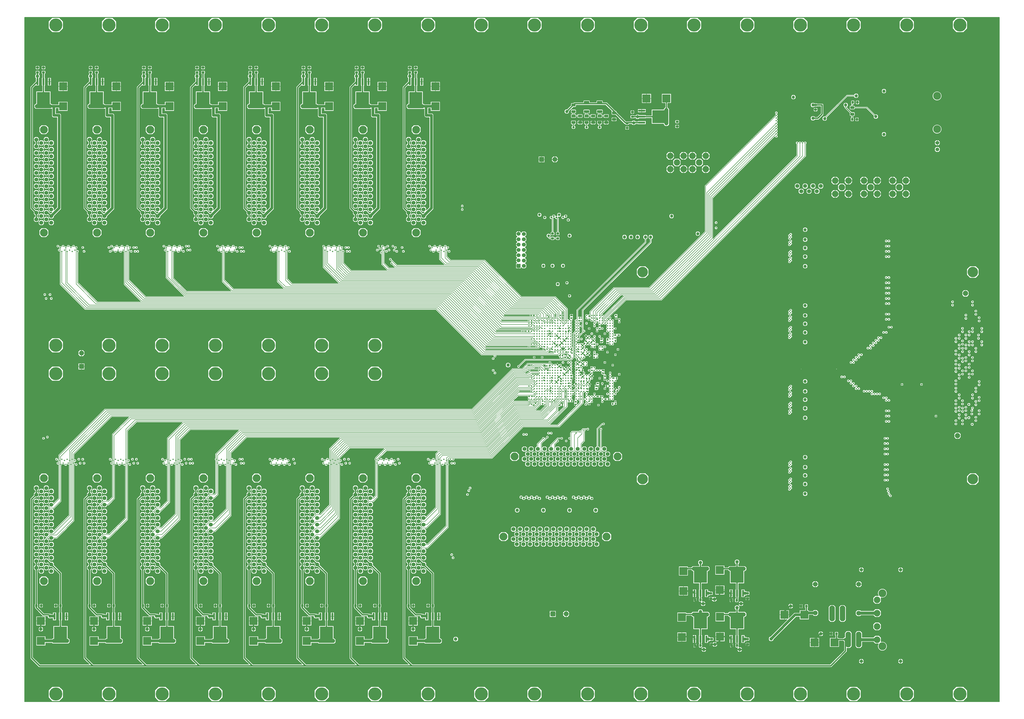
<source format=gtl>
%FSAX43Y43*%
%MOMM*%
G71*
G01*
G75*
G04 Layer_Physical_Order=1*
G04 Layer_Color=48896*
%ADD10C,0.175*%
%ADD11R,0.500X0.600*%
%ADD12R,0.600X0.500*%
%ADD13R,3.048X3.048*%
G04:AMPARAMS|DCode=14|XSize=0.5mm|YSize=0.6mm|CornerRadius=0mm|HoleSize=0mm|Usage=FLASHONLY|Rotation=225.000|XOffset=0mm|YOffset=0mm|HoleType=Round|Shape=Rectangle|*
%AMROTATEDRECTD14*
4,1,4,-0.035,0.389,0.389,-0.035,0.035,-0.389,-0.389,0.035,-0.035,0.389,0.0*
%
%ADD14ROTATEDRECTD14*%

G04:AMPARAMS|DCode=15|XSize=0.5mm|YSize=0.6mm|CornerRadius=0mm|HoleSize=0mm|Usage=FLASHONLY|Rotation=315.000|XOffset=0mm|YOffset=0mm|HoleType=Round|Shape=Rectangle|*
%AMROTATEDRECTD15*
4,1,4,-0.389,-0.035,0.035,0.389,0.389,0.035,-0.035,-0.389,-0.389,-0.035,0.0*
%
%ADD15ROTATEDRECTD15*%

G04:AMPARAMS|DCode=16|XSize=1mm|YSize=2mm|CornerRadius=0.1mm|HoleSize=0mm|Usage=FLASHONLY|Rotation=270.000|XOffset=0mm|YOffset=0mm|HoleType=Round|Shape=RoundedRectangle|*
%AMROUNDEDRECTD16*
21,1,1.000,1.800,0,0,270.0*
21,1,0.800,2.000,0,0,270.0*
1,1,0.200,-0.900,-0.400*
1,1,0.200,-0.900,0.400*
1,1,0.200,0.900,0.400*
1,1,0.200,0.900,-0.400*
%
%ADD16ROUNDEDRECTD16*%
G04:AMPARAMS|DCode=17|XSize=1mm|YSize=1.5mm|CornerRadius=0.1mm|HoleSize=0mm|Usage=FLASHONLY|Rotation=270.000|XOffset=0mm|YOffset=0mm|HoleType=Round|Shape=RoundedRectangle|*
%AMROUNDEDRECTD17*
21,1,1.000,1.300,0,0,270.0*
21,1,0.800,1.500,0,0,270.0*
1,1,0.200,-0.650,-0.400*
1,1,0.200,-0.650,0.400*
1,1,0.200,0.650,0.400*
1,1,0.200,0.650,-0.400*
%
%ADD17ROUNDEDRECTD17*%
G04:AMPARAMS|DCode=18|XSize=0.8mm|YSize=1mm|CornerRadius=0.08mm|HoleSize=0mm|Usage=FLASHONLY|Rotation=270.000|XOffset=0mm|YOffset=0mm|HoleType=Round|Shape=RoundedRectangle|*
%AMROUNDEDRECTD18*
21,1,0.800,0.840,0,0,270.0*
21,1,0.640,1.000,0,0,270.0*
1,1,0.160,-0.420,-0.320*
1,1,0.160,-0.420,0.320*
1,1,0.160,0.420,0.320*
1,1,0.160,0.420,-0.320*
%
%ADD18ROUNDEDRECTD18*%
G04:AMPARAMS|DCode=19|XSize=0.8mm|YSize=1mm|CornerRadius=0.08mm|HoleSize=0mm|Usage=FLASHONLY|Rotation=0.000|XOffset=0mm|YOffset=0mm|HoleType=Round|Shape=RoundedRectangle|*
%AMROUNDEDRECTD19*
21,1,0.800,0.840,0,0,0.0*
21,1,0.640,1.000,0,0,0.0*
1,1,0.160,0.320,-0.420*
1,1,0.160,-0.320,-0.420*
1,1,0.160,-0.320,0.420*
1,1,0.160,0.320,0.420*
%
%ADD19ROUNDEDRECTD19*%
%ADD20R,0.762X2.540*%
%ADD21R,5.000X6.000*%
%ADD22R,2.540X0.762*%
%ADD23R,6.000X5.000*%
%ADD24R,3.048X3.048*%
%ADD25O,0.305X1.016*%
%ADD26O,0.813X0.305*%
%ADD27O,1.016X0.305*%
%ADD28O,0.305X0.813*%
%ADD29O,2.100X6.000*%
%ADD30O,2.100X6.000*%
%ADD31C,0.150*%
%ADD32C,1.524*%
%ADD33C,0.508*%
%ADD34C,0.254*%
%ADD35C,0.500*%
%ADD36C,1.000*%
%ADD37C,0.200*%
%ADD38C,1.160*%
%ADD39C,1.016*%
%ADD40C,0.400*%
%ADD41C,0.300*%
%ADD42C,1.500*%
%ADD43R,1.500X1.500*%
%ADD44R,1.850X1.850*%
%ADD45C,1.850*%
%ADD46R,1.850X1.850*%
%ADD47C,2.438*%
%ADD48C,1.524*%
%ADD49C,3.000*%
%ADD50C,2.500*%
%ADD51C,1.422*%
%ADD52C,4.000*%
%ADD53C,5.000*%
%ADD54C,2.000*%
%ADD55C,0.500*%
%ADD56C,1.300*%
%ADD57C,1.000*%
%ADD58C,0.700*%
%ADD59C,1.200*%
%ADD60C,1.270*%
%ADD61C,1.800*%
%ADD62C,0.600*%
%ADD63C,0.900*%
G54D10*
X0376207Y0257450D02*
G03*
X0374420Y0259238I-0001788J0000000D01*
G01*
D02*
G03*
X0372633Y0257450I0000000J-0001788D01*
G01*
X0374420Y0255663D02*
G03*
X0376207Y0257450I0000000J0001788D01*
G01*
Y0244750D02*
G03*
X0374420Y0246538I-0001788J0000000D01*
G01*
Y0242963D02*
G03*
X0376207Y0244750I0000000J0001788D01*
G01*
X0372633Y0257450D02*
G03*
X0374420Y0255663I0001788J0000000D01*
G01*
Y0246538D02*
G03*
X0372633Y0244750I0000000J-0001788D01*
G01*
D02*
G03*
X0374420Y0242963I0001788J0000000D01*
G01*
X0343680Y0255788D02*
G03*
X0343312Y0255420I0000000J-0000368D01*
G01*
X0344688D02*
G03*
X0344320Y0255788I-0000368J0000000D01*
G01*
X0342888Y0255420D02*
G03*
X0342520Y0255788I-0000368J0000000D01*
G01*
X0341880D02*
G03*
X0341513Y0255420I0000000J-0000368D01*
G01*
X0344320Y0254212D02*
G03*
X0344688Y0254580I0000000J0000368D01*
G01*
X0343312D02*
G03*
X0343680Y0254212I0000368J0000000D01*
G01*
X0341513Y0254580D02*
G03*
X0341625Y0254315I0000368J0000000D01*
G01*
X0342520Y0254212D02*
G03*
X0342888Y0254580I0000000J0000368D01*
G01*
X0343038Y0253400D02*
G03*
X0342650Y0253788I-0000387J0000000D01*
G01*
Y0252212D02*
G03*
X0343038Y0252600I0000000J0000387D01*
G01*
X0341350Y0253788D02*
G03*
X0340962Y0253400I0000000J-0000387D01*
G01*
Y0252600D02*
G03*
X0341350Y0252212I0000387J0000000D01*
G01*
X0344487Y0248920D02*
G03*
X0344120Y0249288I-0000368J0000000D01*
G01*
X0343480D02*
G03*
X0343112Y0248920I0000000J-0000368D01*
G01*
X0343038Y0250900D02*
G03*
X0342650Y0251288I-0000387J0000000D01*
G01*
Y0249712D02*
G03*
X0343038Y0250100I0000000J0000387D01*
G01*
X0344120Y0247712D02*
G03*
X0344487Y0248080I0000000J0000368D01*
G01*
X0343112D02*
G03*
X0343480Y0247712I0000368J0000000D01*
G01*
X0342688Y0248920D02*
G03*
X0342414Y0249275I-0000368J0000000D01*
G01*
X0342320Y0247712D02*
G03*
X0342688Y0248080I0000000J0000368D01*
G01*
X0340962Y0250100D02*
G03*
X0341350Y0249712I0000387J0000000D01*
G01*
X0341586Y0249275D02*
G03*
X0341312Y0248920I0000094J-0000355D01*
G01*
Y0248080D02*
G03*
X0341680Y0247712I0000368J0000000D01*
G01*
X0328420Y0253312D02*
G03*
X0328716Y0253462I0000000J0000368D01*
G01*
Y0254538D02*
G03*
X0328420Y0254688I-0000296J-0000218D01*
G01*
X0328788Y0252520D02*
G03*
X0328420Y0252887I-0000368J0000000D01*
G01*
X0327580D02*
G03*
X0327212Y0252520I0000000J-0000368D01*
G01*
X0328420Y0251512D02*
G03*
X0328788Y0251880I0000000J0000368D01*
G01*
X0327212D02*
G03*
X0327580Y0251512I0000368J0000000D01*
G01*
X0275520Y0246913D02*
G03*
X0275888Y0247280I0000000J0000368D01*
G01*
Y0246120D02*
G03*
X0275520Y0246488I-0000368J0000000D01*
G01*
Y0245113D02*
G03*
X0275888Y0245480I0000000J0000368D01*
G01*
X0274680Y0248288D02*
G03*
X0274312Y0247920I0000000J-0000368D01*
G01*
X0275888D02*
G03*
X0275520Y0248288I-0000368J0000000D01*
G01*
X0274312Y0247280D02*
G03*
X0274680Y0246913I0000368J0000000D01*
G01*
Y0246488D02*
G03*
X0274312Y0246120I0000000J-0000368D01*
G01*
Y0245480D02*
G03*
X0274680Y0245113I0000368J0000000D01*
G01*
X0246788Y0255400D02*
G03*
X0246400Y0255787I-0000387J0000000D01*
G01*
X0258788Y0251620D02*
G03*
X0258420Y0251988I-0000368J0000000D01*
G01*
X0257580D02*
G03*
X0257212Y0251620I0000000J-0000368D01*
G01*
X0258420Y0250613D02*
G03*
X0258788Y0250980I0000000J0000368D01*
G01*
X0257212D02*
G03*
X0257580Y0250613I0000368J0000000D01*
G01*
X0258420Y0248812D02*
G03*
X0258713Y0248959I0000000J0000368D01*
G01*
X0258713Y0250042D02*
G03*
X0258420Y0250188I-0000293J-0000222D01*
G01*
X0257212Y0249180D02*
G03*
X0257580Y0248812I0000368J0000000D01*
G01*
Y0250188D02*
G03*
X0257212Y0249820I0000000J-0000368D01*
G01*
X0256420Y0246312D02*
G03*
X0256787Y0246673I0000000J0000368D01*
G01*
X0255213D02*
G03*
X0255580Y0246312I0000367J0000007D01*
G01*
X0256788Y0245520D02*
G03*
X0256420Y0245887I-0000368J0000000D01*
G01*
Y0244512D02*
G03*
X0256788Y0244880I0000000J0000368D01*
G01*
X0252038Y0251400D02*
G03*
X0251650Y0251788I-0000387J0000000D01*
G01*
X0252038Y0248900D02*
G03*
X0251650Y0249288I-0000387J0000000D01*
G01*
X0250047Y0251641D02*
G03*
X0249962Y0251400I0000303J-0000241D01*
G01*
Y0250600D02*
G03*
X0250350Y0250212I0000387J0000000D01*
G01*
X0247350Y0250581D02*
G03*
X0246963Y0250208I0000000J-0000387D01*
G01*
X0249038Y0250194D02*
G03*
X0248650Y0250581I-0000387J0000000D01*
G01*
X0246788Y0251900D02*
G03*
X0246400Y0252287I-0000387J0000000D01*
G01*
Y0250712D02*
G03*
X0246788Y0251100I0000000J0000387D01*
G01*
X0246537Y0250208D02*
G03*
X0246150Y0250581I-0000387J-0000014D01*
G01*
X0250350Y0249288D02*
G03*
X0249962Y0248900I0000000J-0000387D01*
G01*
X0248650Y0249006D02*
G03*
X0249038Y0249394I0000000J0000387D01*
G01*
X0246150Y0249006D02*
G03*
X0246537Y0249379I0000000J0000387D01*
G01*
X0246963D02*
G03*
X0247350Y0249006I0000387J0000014D01*
G01*
X0251650Y0247712D02*
G03*
X0252038Y0248100I0000000J0000387D01*
G01*
X0249962D02*
G03*
X0250350Y0247712I0000387J0000000D01*
G01*
X0255580Y0245887D02*
G03*
X0255212Y0245520I0000000J-0000368D01*
G01*
Y0244880D02*
G03*
X0255580Y0244512I0000368J0000000D01*
G01*
X0246538Y0247694D02*
G03*
X0246150Y0248081I-0000387J0000000D01*
G01*
X0249038Y0247694D02*
G03*
X0248650Y0248081I-0000387J0000000D01*
G01*
X0247350D02*
G03*
X0246963Y0247694I0000000J-0000387D01*
G01*
X0248650Y0246506D02*
G03*
X0249038Y0246894I0000000J0000387D01*
G01*
X0246963D02*
G03*
X0247350Y0246506I0000387J0000000D01*
G01*
X0246150D02*
G03*
X0246538Y0246894I0000000J0000387D01*
G01*
X0244600Y0255787D02*
G03*
X0244213Y0255400I0000000J-0000387D01*
G01*
X0241788D02*
G03*
X0241400Y0255787I-0000387J0000000D01*
G01*
X0239600D02*
G03*
X0239213Y0255400I0000000J-0000387D01*
G01*
X0244600Y0252287D02*
G03*
X0244213Y0251900I0000000J-0000387D01*
G01*
Y0251100D02*
G03*
X0244600Y0250712I0000387J0000000D01*
G01*
X0241788Y0251900D02*
G03*
X0241400Y0252287I-0000387J0000000D01*
G01*
X0239600D02*
G03*
X0239213Y0251900I0000000J-0000387D01*
G01*
X0236150Y0253212D02*
G03*
X0236538Y0253600I0000000J0000387D01*
G01*
X0234850Y0254787D02*
G03*
X0234463Y0254400I0000000J-0000387D01*
G01*
X0236538Y0251900D02*
G03*
X0236150Y0252287I-0000387J0000000D01*
G01*
X0234850D02*
G03*
X0234463Y0251900I0000000J-0000387D01*
G01*
Y0251100D02*
G03*
X0234850Y0250712I0000387J0000000D01*
G01*
X0244850Y0250581D02*
G03*
X0244463Y0250194I0000000J-0000387D01*
G01*
X0244038D02*
G03*
X0243650Y0250581I-0000387J0000000D01*
G01*
X0244463Y0249394D02*
G03*
X0244850Y0249006I0000387J0000000D01*
G01*
X0243650D02*
G03*
X0244038Y0249394I0000000J0000387D01*
G01*
X0241400Y0250712D02*
G03*
X0241788Y0251100I0000000J0000387D01*
G01*
X0242350Y0250581D02*
G03*
X0241963Y0250208I0000000J-0000387D01*
G01*
Y0249379D02*
G03*
X0242350Y0249006I0000387J0000014D01*
G01*
X0241537Y0250208D02*
G03*
X0241150Y0250581I-0000387J-0000014D01*
G01*
Y0249006D02*
G03*
X0241537Y0249379I0000000J0000387D01*
G01*
X0244850Y0248081D02*
G03*
X0244463Y0247694I0000000J-0000387D01*
G01*
Y0246894D02*
G03*
X0244850Y0246506I0000387J0000000D01*
G01*
X0244038Y0247694D02*
G03*
X0243650Y0248081I-0000387J0000000D01*
G01*
Y0246506D02*
G03*
X0244038Y0246894I0000000J0000387D01*
G01*
X0242350Y0248081D02*
G03*
X0241963Y0247694I0000000J-0000387D01*
G01*
X0241538D02*
G03*
X0241150Y0248081I-0000387J0000000D01*
G01*
X0239850D02*
G03*
X0239463Y0247694I0000000J-0000387D01*
G01*
X0241150Y0246506D02*
G03*
X0241538Y0246894I0000000J0000387D01*
G01*
X0241963D02*
G03*
X0242350Y0246506I0000387J0000000D01*
G01*
X0239213Y0251100D02*
G03*
X0239600Y0250712I0000387J0000000D01*
G01*
X0239038Y0250194D02*
G03*
X0238650Y0250581I-0000387J0000000D01*
G01*
X0239850D02*
G03*
X0239463Y0250194I0000000J-0000387D01*
G01*
X0236150Y0250712D02*
G03*
X0236538Y0251100I0000000J0000387D01*
G01*
X0237350Y0250581D02*
G03*
X0236963Y0250208I0000000J-0000387D01*
G01*
X0236537D02*
G03*
X0236150Y0250581I-0000387J-0000014D01*
G01*
X0239463Y0249394D02*
G03*
X0239850Y0249006I0000387J0000000D01*
G01*
X0238650D02*
G03*
X0239038Y0249394I0000000J0000387D01*
G01*
X0236963Y0249379D02*
G03*
X0237350Y0249006I0000387J0000014D01*
G01*
X0236150D02*
G03*
X0236537Y0249379I0000000J0000387D01*
G01*
X0234850Y0250581D02*
G03*
X0234463Y0250194I0000000J-0000387D01*
G01*
Y0249394D02*
G03*
X0234850Y0249006I0000387J0000000D01*
G01*
X0239038Y0247694D02*
G03*
X0238650Y0248081I-0000387J0000000D01*
G01*
X0237350D02*
G03*
X0236963Y0247694I0000000J-0000387D01*
G01*
X0239463Y0246894D02*
G03*
X0239850Y0246506I0000387J0000000D01*
G01*
X0238650D02*
G03*
X0239038Y0246894I0000000J0000387D01*
G01*
X0236963D02*
G03*
X0237350Y0246506I0000387J0000000D01*
G01*
X0236538Y0247694D02*
G03*
X0236150Y0248081I-0000387J0000000D01*
G01*
Y0246506D02*
G03*
X0236538Y0246894I0000000J0000387D01*
G01*
X0234850Y0248081D02*
G03*
X0234463Y0247694I0000000J-0000387D01*
G01*
Y0246894D02*
G03*
X0234850Y0246506I0000387J0000000D01*
G01*
X0176027Y0268604D02*
G03*
X0175660Y0268971I-0000368J0000000D01*
G01*
Y0267596D02*
G03*
X0176027Y0267964I0000000J0000368D01*
G01*
Y0266804D02*
G03*
X0175660Y0267172I-0000368J0000000D01*
G01*
X0174820Y0268971D02*
G03*
X0174452Y0268604I0000000J-0000368D01*
G01*
Y0267964D02*
G03*
X0174820Y0267596I0000368J0000000D01*
G01*
X0173741Y0268606D02*
G03*
X0173374Y0268974I-0000368J0000000D01*
G01*
Y0267599D02*
G03*
X0173741Y0267966I0000000J0000368D01*
G01*
X0174820Y0267172D02*
G03*
X0174452Y0266804I0000000J-0000368D01*
G01*
X0173741Y0266806D02*
G03*
X0173374Y0267173I-0000368J0000000D01*
G01*
X0175777Y0265816D02*
G03*
X0176027Y0266164I-0000117J0000348D01*
G01*
X0174452D02*
G03*
X0174702Y0265816I0000368J0000000D01*
G01*
X0173502Y0265822D02*
G03*
X0173741Y0266166I-0000128J0000344D01*
G01*
X0178453Y0249998D02*
G03*
X0179240Y0249212I0000788J0000002D01*
G01*
X0172534Y0268974D02*
G03*
X0172166Y0268606I0000000J-0000368D01*
G01*
Y0267966D02*
G03*
X0172534Y0267599I0000368J0000000D01*
G01*
Y0267173D02*
G03*
X0172166Y0266806I0000000J-0000368D01*
G01*
Y0266166D02*
G03*
X0172386Y0265830I0000368J0000000D01*
G01*
X0155707Y0268604D02*
G03*
X0155340Y0268971I-0000368J0000000D01*
G01*
Y0267596D02*
G03*
X0155707Y0267964I0000000J0000368D01*
G01*
X0154132D02*
G03*
X0154500Y0267596I0000368J0000000D01*
G01*
Y0268971D02*
G03*
X0154132Y0268604I0000000J-0000368D01*
G01*
X0155707Y0266804D02*
G03*
X0155340Y0267172I-0000368J0000000D01*
G01*
X0155457Y0265816D02*
G03*
X0155707Y0266164I-0000117J0000348D01*
G01*
X0154500Y0267172D02*
G03*
X0154132Y0266804I0000000J-0000368D01*
G01*
Y0266164D02*
G03*
X0154382Y0265816I0000368J0000000D01*
G01*
X0153054Y0267599D02*
G03*
X0153421Y0267966I0000000J0000368D01*
G01*
Y0268606D02*
G03*
X0153054Y0268974I-0000368J0000000D01*
G01*
X0152214D02*
G03*
X0151846Y0268606I0000000J-0000368D01*
G01*
Y0267966D02*
G03*
X0152214Y0267599I0000368J0000000D01*
G01*
X0153421Y0266806D02*
G03*
X0153054Y0267173I-0000368J0000000D01*
G01*
X0153182Y0265822D02*
G03*
X0153421Y0266166I-0000128J0000344D01*
G01*
X0152214Y0267173D02*
G03*
X0151846Y0266806I0000000J-0000368D01*
G01*
Y0266166D02*
G03*
X0152066Y0265830I0000368J0000000D01*
G01*
X0230288Y0205120D02*
G03*
X0229920Y0205488I-0000368J0000000D01*
G01*
X0229080D02*
G03*
X0228712Y0205120I0000000J-0000368D01*
G01*
X0229920Y0204113D02*
G03*
X0230288Y0204480I0000000J0000368D01*
G01*
X0228712D02*
G03*
X0229080Y0204113I0000368J0000000D01*
G01*
Y0203688D02*
G03*
X0228719Y0203387I0000000J-0000368D01*
G01*
X0230288Y0203320D02*
G03*
X0229920Y0203688I-0000368J0000000D01*
G01*
Y0202312D02*
G03*
X0230288Y0202680I0000000J0000368D01*
G01*
X0228719Y0202613D02*
G03*
X0229080Y0202312I0000361J0000068D01*
G01*
X0228288Y0205120D02*
G03*
X0227920Y0205488I-0000368J0000000D01*
G01*
X0227080D02*
G03*
X0226712Y0205120I0000000J-0000368D01*
G01*
X0227920Y0204113D02*
G03*
X0228288Y0204480I0000000J0000368D01*
G01*
X0228281Y0203387D02*
G03*
X0227920Y0203688I-0000361J-0000068D01*
G01*
X0226788Y0204258D02*
G03*
X0227080Y0204113I0000292J0000222D01*
G01*
Y0203688D02*
G03*
X0226719Y0203387I0000000J-0000368D01*
G01*
X0227920Y0202312D02*
G03*
X0228281Y0202613I0000000J0000368D01*
G01*
X0226719D02*
G03*
X0227080Y0202312I0000361J0000068D01*
G01*
X0226713Y0204469D02*
G03*
X0226788Y0204258I0000367J0000011D01*
G01*
X0355307Y0067270D02*
G03*
X0353520Y0069058I-0001788J0000000D01*
G01*
D02*
G03*
X0351732Y0067270I0000000J-0001788D01*
G01*
D02*
G03*
X0352033Y0066277I0001788J0000000D01*
G01*
X0353520Y0065483D02*
G03*
X0355307Y0067270I0000000J0001788D01*
G01*
X0352980Y0065566D02*
G03*
X0353520Y0065483I0000540J0001704D01*
G01*
X0355307Y0046970D02*
G03*
X0353520Y0048758I-0001788J0000000D01*
G01*
D02*
G03*
X0352980Y0048674I0000000J-0001788D01*
G01*
X0352033Y0047963D02*
G03*
X0351732Y0046970I0001487J-0000992D01*
G01*
X0353520Y0045183D02*
G03*
X0355307Y0046970I0000000J0001788D01*
G01*
X0351732D02*
G03*
X0353520Y0045183I0001788J0000000D01*
G01*
X0182428Y0062920D02*
G03*
X0182278Y0063216I-0000368J0000000D01*
G01*
X0181203D02*
G03*
X0181053Y0062920I0000218J-0000296D01*
G01*
X0182278Y0061784D02*
G03*
X0182428Y0062080I-0000218J0000296D01*
G01*
X0181053D02*
G03*
X0181203Y0061784I0000368J0000000D01*
G01*
X0180628Y0062920D02*
G03*
X0180260Y0063287I-0000368J0000000D01*
G01*
X0179620D02*
G03*
X0179253Y0062920I0000000J-0000368D01*
G01*
X0180260Y0061713D02*
G03*
X0180628Y0062080I0000000J0000368D01*
G01*
X0179253D02*
G03*
X0179620Y0061713I0000368J0000000D01*
G01*
X0174622D02*
G03*
X0174990Y0062080I0000000J0000368D01*
G01*
Y0062920D02*
G03*
X0174622Y0063287I-0000368J0000000D01*
G01*
X0173982D02*
G03*
X0173615Y0062920I0000000J-0000368D01*
G01*
X0173190D02*
G03*
X0173040Y0063216I-0000368J0000000D01*
G01*
X0171965D02*
G03*
X0171815Y0062920I0000218J-0000296D01*
G01*
X0173615Y0062080D02*
G03*
X0173982Y0061713I0000368J0000000D01*
G01*
X0173144Y0061902D02*
G03*
X0173190Y0062080I-0000322J0000178D01*
G01*
X0171815D02*
G03*
X0171965Y0061784I0000368J0000000D01*
G01*
X0162087Y0062920D02*
G03*
X0161958Y0063200I-0000368J0000000D01*
G01*
Y0061800D02*
G03*
X0162087Y0062080I-0000238J0000280D01*
G01*
X0160883Y0063230D02*
G03*
X0160712Y0062920I0000197J-0000310D01*
G01*
X0160288D02*
G03*
X0159920Y0063287I-0000368J0000000D01*
G01*
X0160712Y0062080D02*
G03*
X0160883Y0061770I0000368J0000000D01*
G01*
X0159920Y0061713D02*
G03*
X0160288Y0062080I0000000J0000368D01*
G01*
X0159280Y0063287D02*
G03*
X0158913Y0062920I0000000J-0000368D01*
G01*
X0154688D02*
G03*
X0154320Y0063287I-0000368J0000000D01*
G01*
X0158913Y0062080D02*
G03*
X0159280Y0061713I0000368J0000000D01*
G01*
X0154320D02*
G03*
X0154688Y0062080I0000000J0000368D01*
G01*
X0153680Y0063287D02*
G03*
X0153312Y0062920I0000000J-0000368D01*
G01*
X0152887D02*
G03*
X0152720Y0063228I-0000368J0000000D01*
G01*
X0153312Y0062080D02*
G03*
X0153680Y0061713I0000368J0000000D01*
G01*
X0151645Y0063203D02*
G03*
X0151512Y0062920I0000235J-0000283D01*
G01*
X0152835Y0061891D02*
G03*
X0152887Y0062080I-0000315J0000189D01*
G01*
X0151512D02*
G03*
X0151645Y0061797I0000368J0000000D01*
G01*
X0135387Y0268604D02*
G03*
X0135020Y0268971I-0000368J0000000D01*
G01*
Y0267596D02*
G03*
X0135387Y0267964I0000000J0000368D01*
G01*
Y0266804D02*
G03*
X0135020Y0267172I-0000368J0000000D01*
G01*
X0133812Y0267964D02*
G03*
X0134180Y0267596I0000368J0000000D01*
G01*
Y0268971D02*
G03*
X0133812Y0268604I0000000J-0000368D01*
G01*
X0134180Y0267172D02*
G03*
X0133812Y0266804I0000000J-0000368D01*
G01*
X0135137Y0265816D02*
G03*
X0135387Y0266164I-0000117J0000348D01*
G01*
X0133812D02*
G03*
X0134062Y0265816I0000368J0000000D01*
G01*
X0133101Y0268606D02*
G03*
X0132734Y0268974I-0000368J0000000D01*
G01*
X0133101Y0266806D02*
G03*
X0132734Y0267173I-0000368J0000000D01*
G01*
Y0267599D02*
G03*
X0133101Y0267966I0000000J0000368D01*
G01*
X0131894Y0268974D02*
G03*
X0131526Y0268606I0000000J-0000368D01*
G01*
Y0267966D02*
G03*
X0131894Y0267599I0000368J0000000D01*
G01*
X0132862Y0265822D02*
G03*
X0133101Y0266166I-0000128J0000344D01*
G01*
X0131894Y0267173D02*
G03*
X0131526Y0266806I0000000J-0000368D01*
G01*
Y0266166D02*
G03*
X0131746Y0265830I0000368J0000000D01*
G01*
X0115067Y0268604D02*
G03*
X0114700Y0268971I-0000368J0000000D01*
G01*
Y0267596D02*
G03*
X0115067Y0267964I0000000J0000368D01*
G01*
X0113860Y0268971D02*
G03*
X0113492Y0268604I0000000J-0000368D01*
G01*
Y0267964D02*
G03*
X0113860Y0267596I0000368J0000000D01*
G01*
X0115067Y0266804D02*
G03*
X0114700Y0267172I-0000368J0000000D01*
G01*
X0113860D02*
G03*
X0113492Y0266804I0000000J-0000368D01*
G01*
X0112781Y0268606D02*
G03*
X0112414Y0268974I-0000368J0000000D01*
G01*
X0111574D02*
G03*
X0111206Y0268606I0000000J-0000368D01*
G01*
Y0267966D02*
G03*
X0111574Y0267599I0000368J0000000D01*
G01*
X0112414D02*
G03*
X0112781Y0267966I0000000J0000368D01*
G01*
Y0266806D02*
G03*
X0112414Y0267173I-0000368J0000000D01*
G01*
X0112542Y0265822D02*
G03*
X0112781Y0266166I-0000128J0000344D01*
G01*
X0111574Y0267173D02*
G03*
X0111206Y0266806I0000000J-0000368D01*
G01*
Y0266166D02*
G03*
X0111426Y0265830I0000368J0000000D01*
G01*
X0114817Y0265816D02*
G03*
X0115067Y0266164I-0000117J0000348D01*
G01*
X0113492D02*
G03*
X0113742Y0265816I0000368J0000000D01*
G01*
X0094380Y0267596D02*
G03*
X0094747Y0267964I0000000J0000368D01*
G01*
Y0266804D02*
G03*
X0094380Y0267172I-0000368J0000000D01*
G01*
X0094747Y0268604D02*
G03*
X0094380Y0268971I-0000368J0000000D01*
G01*
X0093540D02*
G03*
X0093172Y0268604I0000000J-0000368D01*
G01*
Y0267964D02*
G03*
X0093540Y0267596I0000368J0000000D01*
G01*
X0094497Y0265816D02*
G03*
X0094747Y0266164I-0000117J0000348D01*
G01*
X0093540Y0267172D02*
G03*
X0093172Y0266804I0000000J-0000368D01*
G01*
Y0266164D02*
G03*
X0093422Y0265816I0000368J0000000D01*
G01*
X0092461Y0268606D02*
G03*
X0092094Y0268974I-0000368J0000000D01*
G01*
X0091254D02*
G03*
X0090886Y0268606I0000000J-0000368D01*
G01*
X0092094Y0267599D02*
G03*
X0092461Y0267966I0000000J0000368D01*
G01*
X0090886D02*
G03*
X0091254Y0267599I0000368J0000000D01*
G01*
X0092222Y0265822D02*
G03*
X0092461Y0266166I-0000128J0000344D01*
G01*
Y0266806D02*
G03*
X0092094Y0267173I-0000368J0000000D01*
G01*
X0090886Y0266166D02*
G03*
X0091106Y0265830I0000368J0000000D01*
G01*
X0091254Y0267173D02*
G03*
X0090886Y0266806I0000000J-0000368D01*
G01*
X0074427Y0268606D02*
G03*
X0074060Y0268974I-0000368J0000000D01*
G01*
Y0267599D02*
G03*
X0074427Y0267966I0000000J0000368D01*
G01*
Y0266806D02*
G03*
X0074060Y0267173I-0000368J0000000D01*
G01*
X0073220Y0268974D02*
G03*
X0072852Y0268606I0000000J-0000368D01*
G01*
X0072141D02*
G03*
X0071774Y0268974I-0000368J0000000D01*
G01*
X0072852Y0267966D02*
G03*
X0073220Y0267599I0000368J0000000D01*
G01*
Y0267173D02*
G03*
X0072852Y0266806I0000000J-0000368D01*
G01*
X0071774Y0267599D02*
G03*
X0072141Y0267966I0000000J0000368D01*
G01*
Y0266806D02*
G03*
X0071774Y0267173I-0000368J0000000D01*
G01*
X0074177Y0265818D02*
G03*
X0074427Y0266166I-0000117J0000348D01*
G01*
X0072852D02*
G03*
X0073102Y0265818I0000368J0000000D01*
G01*
X0071902Y0265822D02*
G03*
X0072141Y0266166I-0000128J0000344D01*
G01*
X0070934Y0268974D02*
G03*
X0070566Y0268606I0000000J-0000368D01*
G01*
Y0267966D02*
G03*
X0070934Y0267599I0000368J0000000D01*
G01*
X0070566Y0266166D02*
G03*
X0070786Y0265830I0000368J0000000D01*
G01*
X0070934Y0267173D02*
G03*
X0070566Y0266806I0000000J-0000368D01*
G01*
X0054107Y0268606D02*
G03*
X0053740Y0268974I-0000368J0000000D01*
G01*
Y0267599D02*
G03*
X0054107Y0267966I0000000J0000368D01*
G01*
Y0266806D02*
G03*
X0053740Y0267173I-0000368J0000000D01*
G01*
X0053857Y0265818D02*
G03*
X0054107Y0266166I-0000117J0000348D01*
G01*
X0052900Y0268974D02*
G03*
X0052532Y0268606I0000000J-0000368D01*
G01*
Y0267966D02*
G03*
X0052900Y0267599I0000368J0000000D01*
G01*
Y0267173D02*
G03*
X0052532Y0266806I0000000J-0000368D01*
G01*
Y0266166D02*
G03*
X0052782Y0265818I0000368J0000000D01*
G01*
X0051454Y0267599D02*
G03*
X0051821Y0267966I0000000J0000368D01*
G01*
Y0268606D02*
G03*
X0051454Y0268974I-0000368J0000000D01*
G01*
X0050614D02*
G03*
X0050246Y0268606I0000000J-0000368D01*
G01*
Y0267966D02*
G03*
X0050614Y0267599I0000368J0000000D01*
G01*
X0051821Y0266806D02*
G03*
X0051454Y0267173I-0000368J0000000D01*
G01*
X0051582Y0265822D02*
G03*
X0051821Y0266166I-0000128J0000344D01*
G01*
X0050614Y0267173D02*
G03*
X0050246Y0266806I0000000J-0000368D01*
G01*
Y0266166D02*
G03*
X0050466Y0265830I0000368J0000000D01*
G01*
X0033787Y0268606D02*
G03*
X0033420Y0268974I-0000368J0000000D01*
G01*
Y0267599D02*
G03*
X0033787Y0267966I0000000J0000368D01*
G01*
X0033537Y0265818D02*
G03*
X0033787Y0266166I-0000117J0000348D01*
G01*
Y0266806D02*
G03*
X0033420Y0267173I-0000368J0000000D01*
G01*
X0032212Y0267966D02*
G03*
X0032580Y0267599I0000368J0000000D01*
G01*
Y0268974D02*
G03*
X0032212Y0268606I0000000J-0000368D01*
G01*
X0032580Y0267173D02*
G03*
X0032212Y0266806I0000000J-0000368D01*
G01*
Y0266166D02*
G03*
X0032462Y0265818I0000368J0000000D01*
G01*
X0031501Y0268606D02*
G03*
X0031134Y0268974I-0000368J0000000D01*
G01*
Y0267599D02*
G03*
X0031501Y0267966I0000000J0000368D01*
G01*
Y0266806D02*
G03*
X0031134Y0267173I-0000368J0000000D01*
G01*
X0030294Y0268974D02*
G03*
X0029926Y0268606I0000000J-0000368D01*
G01*
Y0267966D02*
G03*
X0030294Y0267599I0000368J0000000D01*
G01*
Y0267173D02*
G03*
X0029926Y0266806I0000000J-0000368D01*
G01*
X0031262Y0265822D02*
G03*
X0031501Y0266166I-0000128J0000344D01*
G01*
X0029926D02*
G03*
X0030146Y0265830I0000368J0000000D01*
G01*
X0141788Y0062920D02*
G03*
X0141638Y0063216I-0000368J0000000D01*
G01*
X0140563Y0063216D02*
G03*
X0140413Y0062920I0000217J-0000296D01*
G01*
X0141638Y0061784D02*
G03*
X0141788Y0062080I-0000218J0000296D01*
G01*
X0140413D02*
G03*
X0140563Y0061784I0000368J0000000D01*
G01*
X0139988Y0062920D02*
G03*
X0139620Y0063287I-0000368J0000000D01*
G01*
X0138980D02*
G03*
X0138613Y0062920I0000000J-0000368D01*
G01*
X0139620Y0061713D02*
G03*
X0139988Y0062080I0000000J0000368D01*
G01*
X0138613D02*
G03*
X0138980Y0061713I0000368J0000000D01*
G01*
X0134387Y0062920D02*
G03*
X0134020Y0063287I-0000368J0000000D01*
G01*
X0133380D02*
G03*
X0133012Y0062920I0000000J-0000368D01*
G01*
X0134020Y0061713D02*
G03*
X0134387Y0062080I0000000J0000368D01*
G01*
X0133012D02*
G03*
X0133380Y0061713I0000368J0000000D01*
G01*
X0132587Y0062920D02*
G03*
X0132400Y0063240I-0000368J0000000D01*
G01*
X0131325Y0063185D02*
G03*
X0131212Y0062920I0000255J-0000265D01*
G01*
X0132527Y0061879D02*
G03*
X0132587Y0062080I-0000308J0000201D01*
G01*
X0131212D02*
G03*
X0131325Y0061815I0000368J0000000D01*
G01*
X0121468Y0062920D02*
G03*
X0121318Y0063216I-0000368J0000000D01*
G01*
X0120243D02*
G03*
X0120093Y0062920I0000218J-0000296D01*
G01*
X0119668D02*
G03*
X0119300Y0063287I-0000368J0000000D01*
G01*
X0118660D02*
G03*
X0118293Y0062920I0000000J-0000368D01*
G01*
X0121318Y0061784D02*
G03*
X0121468Y0062080I-0000218J0000296D01*
G01*
X0120093D02*
G03*
X0120243Y0061784I0000368J0000000D01*
G01*
X0119300Y0061713D02*
G03*
X0119668Y0062080I0000000J0000368D01*
G01*
X0118293D02*
G03*
X0118660Y0061713I0000368J0000000D01*
G01*
X0114088Y0062920D02*
G03*
X0113720Y0063287I-0000368J0000000D01*
G01*
Y0061713D02*
G03*
X0114088Y0062080I0000000J0000368D01*
G01*
X0113080Y0063287D02*
G03*
X0112713Y0062920I0000000J-0000368D01*
G01*
Y0062080D02*
G03*
X0113080Y0061713I0000368J0000000D01*
G01*
X0112287Y0062920D02*
G03*
X0112080Y0063251I-0000368J0000000D01*
G01*
X0111005Y0063164D02*
G03*
X0110912Y0062920I0000275J-0000244D01*
G01*
X0112219Y0061867D02*
G03*
X0112287Y0062080I-0000299J0000213D01*
G01*
X0110912D02*
G03*
X0111005Y0061836I0000368J0000000D01*
G01*
X0101188Y0062920D02*
G03*
X0100998Y0063242I-0000368J0000000D01*
G01*
X0099923Y0063182D02*
G03*
X0099812Y0062920I0000257J-0000262D01*
G01*
X0100998Y0061758D02*
G03*
X0101188Y0062080I-0000178J0000322D01*
G01*
X0099812D02*
G03*
X0099923Y0061818I0000368J0000000D01*
G01*
X0098380Y0063287D02*
G03*
X0098012Y0062920I0000000J-0000368D01*
G01*
X0099388D02*
G03*
X0099020Y0063287I-0000368J0000000D01*
G01*
Y0061713D02*
G03*
X0099388Y0062080I0000000J0000368D01*
G01*
X0098012D02*
G03*
X0098380Y0061713I0000368J0000000D01*
G01*
X0093787Y0062920D02*
G03*
X0093420Y0063287I-0000368J0000000D01*
G01*
Y0061713D02*
G03*
X0093787Y0062080I0000000J0000368D01*
G01*
X0092780Y0063287D02*
G03*
X0092412Y0062920I0000000J-0000368D01*
G01*
X0091988D02*
G03*
X0091760Y0063260I-0000368J0000000D01*
G01*
X0092412Y0062080D02*
G03*
X0092780Y0061713I0000368J0000000D01*
G01*
X0091911Y0061855D02*
G03*
X0091988Y0062080I-0000291J0000225D01*
G01*
X0090685Y0063139D02*
G03*
X0090613Y0062920I0000295J-0000219D01*
G01*
Y0062080D02*
G03*
X0090685Y0061861I0000368J0000000D01*
G01*
X0080828Y0062920D02*
G03*
X0080678Y0063216I-0000368J0000000D01*
G01*
X0079603D02*
G03*
X0079453Y0062920I0000218J-0000296D01*
G01*
X0079028D02*
G03*
X0078660Y0063287I-0000368J0000000D01*
G01*
X0078020D02*
G03*
X0077653Y0062920I0000000J-0000368D01*
G01*
X0073488D02*
G03*
X0073120Y0063287I-0000368J0000000D01*
G01*
X0080678Y0061784D02*
G03*
X0080828Y0062080I-0000218J0000296D01*
G01*
X0079453D02*
G03*
X0079603Y0061784I0000368J0000000D01*
G01*
X0078660Y0061713D02*
G03*
X0079028Y0062080I0000000J0000368D01*
G01*
X0077653D02*
G03*
X0078020Y0061713I0000368J0000000D01*
G01*
X0073120D02*
G03*
X0073488Y0062080I0000000J0000368D01*
G01*
X0072480Y0063287D02*
G03*
X0072113Y0062920I0000000J-0000368D01*
G01*
Y0062080D02*
G03*
X0072480Y0061713I0000368J0000000D01*
G01*
X0071688Y0062920D02*
G03*
X0071440Y0063267I-0000368J0000000D01*
G01*
X0071602Y0061844D02*
G03*
X0071688Y0062080I-0000282J0000236D01*
G01*
X0070365Y0063109D02*
G03*
X0070312Y0062920I0000315J-0000189D01*
G01*
Y0062080D02*
G03*
X0070365Y0061891I0000368J0000000D01*
G01*
X0060487Y0062920D02*
G03*
X0060358Y0063200I-0000368J0000000D01*
G01*
Y0061800D02*
G03*
X0060487Y0062080I-0000238J0000280D01*
G01*
X0059283Y0063230D02*
G03*
X0059112Y0062920I0000197J-0000310D01*
G01*
X0058688D02*
G03*
X0058320Y0063287I-0000368J0000000D01*
G01*
X0057680D02*
G03*
X0057312Y0062920I0000000J-0000368D01*
G01*
X0053088D02*
G03*
X0052720Y0063287I-0000368J0000000D01*
G01*
X0059112Y0062080D02*
G03*
X0059283Y0061770I0000368J0000000D01*
G01*
X0058320Y0061713D02*
G03*
X0058688Y0062080I0000000J0000368D01*
G01*
X0057312D02*
G03*
X0057680Y0061713I0000368J0000000D01*
G01*
X0052720D02*
G03*
X0053088Y0062080I0000000J0000368D01*
G01*
X0052080Y0063287D02*
G03*
X0051713Y0062920I0000000J-0000368D01*
G01*
Y0062080D02*
G03*
X0052080Y0061713I0000368J0000000D01*
G01*
X0051235Y0061891D02*
G03*
X0051287Y0062080I-0000315J0000189D01*
G01*
Y0062920D02*
G03*
X0051120Y0063228I-0000368J0000000D01*
G01*
X0050045Y0063203D02*
G03*
X0049912Y0062920I0000235J-0000283D01*
G01*
Y0062080D02*
G03*
X0050045Y0061797I0000368J0000000D01*
G01*
X0040188Y0062920D02*
G03*
X0040038Y0063216I-0000368J0000000D01*
G01*
Y0061784D02*
G03*
X0040188Y0062080I-0000218J0000296D01*
G01*
X0038963Y0063216D02*
G03*
X0038812Y0062920I0000217J-0000296D01*
G01*
X0038388D02*
G03*
X0038020Y0063287I-0000368J0000000D01*
G01*
X0037380D02*
G03*
X0037013Y0062920I0000000J-0000368D01*
G01*
X0038812Y0062080D02*
G03*
X0038963Y0061784I0000368J0000000D01*
G01*
X0038020Y0061713D02*
G03*
X0038388Y0062080I0000000J0000368D01*
G01*
X0037013D02*
G03*
X0037380Y0061713I0000368J0000000D01*
G01*
X0032787Y0062920D02*
G03*
X0032420Y0063287I-0000368J0000000D01*
G01*
Y0061713D02*
G03*
X0032787Y0062080I0000000J0000368D01*
G01*
X0031780Y0063287D02*
G03*
X0031413Y0062920I0000000J-0000368D01*
G01*
Y0062080D02*
G03*
X0031780Y0061713I0000368J0000000D01*
G01*
X0030927Y0061879D02*
G03*
X0030987Y0062080I-0000308J0000201D01*
G01*
Y0062920D02*
G03*
X0030800Y0063240I-0000368J0000000D01*
G01*
X0029612Y0062080D02*
G03*
X0029725Y0061815I0000368J0000000D01*
G01*
Y0063185D02*
G03*
X0029612Y0062920I0000255J-0000265D01*
G01*
X0384822Y0287099D02*
X0398212D01*
X0384672Y0287249D02*
X0398212D01*
X0384972Y0286949D02*
X0398212D01*
X0384899Y0287022D02*
Y0287562D01*
X0384749Y0287172D02*
Y0287562D01*
X0385049Y0286872D02*
Y0287562D01*
X0385799Y0286122D02*
Y0287562D01*
X0385649Y0286272D02*
Y0287562D01*
X0385122Y0286799D02*
X0398212D01*
X0385349Y0286572D02*
Y0287562D01*
X0385199Y0286722D02*
Y0287562D01*
X0385499Y0286422D02*
Y0287562D01*
X0384299Y0287388D02*
Y0287562D01*
X0384149Y0287388D02*
Y0287562D01*
X0384449Y0287388D02*
Y0287562D01*
X0383849Y0287388D02*
Y0287562D01*
X0383249Y0287388D02*
Y0287562D01*
X0383999Y0287388D02*
Y0287562D01*
X0384599Y0287322D02*
Y0287562D01*
X0384534Y0287388D02*
X0385927Y0285994D01*
X0381746Y0287388D02*
X0384534D01*
X0383549D02*
Y0287562D01*
X0383399Y0287388D02*
Y0287562D01*
X0383699Y0287388D02*
Y0287562D01*
X0385927Y0284399D02*
X0398212D01*
X0385927Y0284549D02*
X0398212D01*
X0385927Y0284249D02*
X0398212D01*
X0385927Y0284849D02*
X0398212D01*
X0385927Y0284999D02*
X0398212D01*
X0385927Y0284699D02*
X0398212D01*
X0385927Y0283499D02*
X0398212D01*
X0385927Y0283649D02*
X0398212D01*
X0385927Y0283349D02*
X0398212D01*
X0385927Y0283949D02*
X0398212D01*
X0385927Y0284099D02*
X0398212D01*
X0385927Y0283799D02*
X0398212D01*
X0385872Y0286049D02*
X0398212D01*
X0385722Y0286199D02*
X0398212D01*
X0385927Y0285899D02*
X0398212D01*
X0385422Y0286499D02*
X0398212D01*
X0385272Y0286649D02*
X0398212D01*
X0385572Y0286349D02*
X0398212D01*
X0385927Y0285599D02*
X0398212D01*
X0385927Y0285749D02*
X0398212D01*
X0385927Y0285449D02*
X0398212D01*
X0385927Y0285299D02*
X0398212D01*
X0385927Y0283206D02*
Y0285994D01*
Y0285149D02*
X0398212D01*
X0382949Y0287388D02*
Y0287562D01*
X0382799Y0287388D02*
Y0287562D01*
X0383099Y0287388D02*
Y0287562D01*
X0382499Y0287388D02*
Y0287562D01*
X0382349Y0287388D02*
Y0287562D01*
X0382649Y0287388D02*
Y0287562D01*
X0382049Y0287388D02*
Y0287562D01*
X0381899Y0287388D02*
Y0287562D01*
X0382199Y0287388D02*
Y0287562D01*
X0381599Y0287240D02*
Y0287562D01*
X0381449Y0287090D02*
Y0287562D01*
X0381749Y0287388D02*
Y0287562D01*
X0381149Y0286790D02*
Y0287562D01*
X0380999Y0286641D02*
Y0287562D01*
X0381299Y0286940D02*
Y0287562D01*
X0365249Y0286352D02*
Y0287562D01*
X0365099Y0286502D02*
Y0287562D01*
X0380849Y0286490D02*
Y0287562D01*
X0380699Y0286340D02*
Y0287562D01*
X0380549Y0286190D02*
Y0287562D01*
X0380353Y0285994D02*
X0381746Y0287388D01*
X0365549Y0286052D02*
Y0287562D01*
X0365399Y0286202D02*
Y0287562D01*
X0380399Y0286040D02*
Y0287562D01*
X0365608Y0284399D02*
X0380353D01*
X0365608Y0284549D02*
X0380353D01*
X0365608Y0284249D02*
X0380353D01*
X0365608Y0284849D02*
X0380353D01*
X0365608Y0284999D02*
X0380353D01*
X0365608Y0284699D02*
X0380353D01*
X0365608Y0283499D02*
X0380353D01*
X0365608Y0283649D02*
X0380353D01*
X0365608Y0283349D02*
X0380353D01*
X0365608Y0283949D02*
X0380353D01*
X0365608Y0284099D02*
X0380353D01*
X0365608Y0283799D02*
X0380353D01*
X0365252Y0286349D02*
X0380708D01*
X0365102Y0286499D02*
X0380858D01*
X0365402Y0286199D02*
X0380558D01*
X0365608Y0285899D02*
X0380353D01*
X0365552Y0286049D02*
X0380408D01*
X0365608Y0285749D02*
X0380353D01*
X0365608Y0285449D02*
X0380353D01*
X0365608Y0285599D02*
X0380353D01*
X0365608Y0285299D02*
X0380353D01*
X0365608Y0283206D02*
Y0285994D01*
Y0285149D02*
X0380353D01*
X0385471Y0282749D02*
X0398212D01*
X0385321Y0282599D02*
X0398212D01*
X0385171Y0282449D02*
X0398212D01*
X0385921Y0283199D02*
X0398212D01*
X0385771Y0283049D02*
X0398212D01*
X0385621Y0282899D02*
X0398212D01*
X0385021Y0282299D02*
X0398212D01*
X0384871Y0282149D02*
X0398212D01*
X0384721Y0281999D02*
X0398212D01*
X0384571Y0281849D02*
X0398212D01*
X0384534Y0281812D02*
X0385927Y0283206D01*
X0381746Y0281812D02*
X0384534D01*
X0380353Y0283206D02*
X0381746Y0281812D01*
X0365301Y0282899D02*
X0380659D01*
X0365151Y0282749D02*
X0380809D01*
X0380353Y0283206D02*
Y0285994D01*
X0365601Y0283199D02*
X0380359D01*
X0365451Y0283049D02*
X0380509D01*
X0376199Y0258352D02*
Y0287562D01*
X0376049Y0258502D02*
Y0287562D01*
X0375314Y0259238D02*
X0376207Y0258344D01*
X0375749Y0258802D02*
Y0287562D01*
X0375599Y0258952D02*
Y0287562D01*
X0375899Y0258652D02*
Y0287562D01*
X0376102Y0258449D02*
X0398212D01*
X0375952Y0258599D02*
X0398212D01*
X0376207Y0258299D02*
X0398212D01*
X0376049Y0258185D02*
Y0258502D01*
X0375902Y0258449D02*
X0376102D01*
X0375993Y0258299D02*
X0376207D01*
Y0258149D02*
X0398212D01*
X0376065D02*
X0376207D01*
Y0257999D02*
X0398212D01*
X0376207Y0257450D02*
Y0258344D01*
X0376199Y0257622D02*
Y0258352D01*
X0376121Y0257999D02*
X0376207D01*
X0375502Y0259049D02*
X0398212D01*
X0375352Y0259199D02*
X0398212D01*
X0375652Y0258899D02*
X0398212D01*
X0375599Y0258793D02*
Y0258952D01*
X0375466Y0258899D02*
X0375652D01*
X0375802Y0258749D02*
X0398212D01*
X0375899Y0258454D02*
Y0258652D01*
X0375789Y0258599D02*
X0375952D01*
X0375749Y0258645D02*
Y0258802D01*
X0375647Y0258749D02*
X0375802D01*
X0375149Y0259238D02*
Y0287562D01*
X0374999Y0259238D02*
Y0287562D01*
X0375299Y0259238D02*
Y0287562D01*
X0374699Y0259238D02*
Y0287562D01*
X0374399Y0259238D02*
Y0287562D01*
X0374849Y0259238D02*
Y0287562D01*
X0375449Y0259102D02*
Y0287562D01*
X0374420Y0259238D02*
X0375314D01*
X0375299Y0259006D02*
Y0259238D01*
X0374549D02*
Y0287562D01*
X0374249Y0259238D02*
Y0287562D01*
X0374999Y0259141D02*
Y0259238D01*
X0374099D02*
Y0287562D01*
X0373949Y0259238D02*
Y0287562D01*
X0373526Y0259238D02*
X0374420D01*
X0373649D02*
Y0287562D01*
X0373499Y0259211D02*
Y0287562D01*
X0373799Y0259238D02*
Y0287562D01*
X0373349Y0259061D02*
Y0287562D01*
X0373199Y0258911D02*
Y0287562D01*
X0372899Y0258611D02*
Y0287562D01*
X0372749Y0258461D02*
Y0287562D01*
X0373049Y0258761D02*
Y0287562D01*
X0375149Y0259082D02*
Y0259238D01*
X0374787Y0259199D02*
X0375352D01*
X0373488D02*
X0374053D01*
X0373799Y0259126D02*
Y0259238D01*
X0373649Y0259063D02*
Y0259238D01*
X0373338Y0259049D02*
X0373622D01*
X0375449Y0258911D02*
Y0259102D01*
X0373499Y0258982D02*
Y0259211D01*
X0375218Y0259049D02*
X0375502D01*
X0373349Y0258881D02*
Y0259061D01*
X0373199Y0258756D02*
Y0258911D01*
X0373188Y0258899D02*
X0373374D01*
X0373038Y0258749D02*
X0373193D01*
X0372633Y0258344D02*
X0373526Y0259238D01*
X0372888Y0258599D02*
X0373051D01*
X0373049Y0258597D02*
Y0258761D01*
X0372899Y0258389D02*
Y0258611D01*
X0372738Y0258449D02*
X0372938D01*
X0372749Y0258085D02*
Y0258461D01*
X0372633Y0258299D02*
X0372847D01*
X0372633Y0258149D02*
X0372775D01*
X0372633Y0257450D02*
Y0258344D01*
Y0257999D02*
X0372719D01*
X0363899Y0287388D02*
Y0287562D01*
X0363749Y0287388D02*
Y0287562D01*
X0364049Y0287388D02*
Y0287562D01*
X0363449Y0287388D02*
Y0287562D01*
X0363299Y0287388D02*
Y0287562D01*
X0363599Y0287388D02*
Y0287562D01*
X0364799Y0286802D02*
Y0287562D01*
X0364649Y0286952D02*
Y0287562D01*
X0364949Y0286652D02*
Y0287562D01*
X0364349Y0287252D02*
Y0287562D01*
X0364199Y0287388D02*
Y0287562D01*
X0364499Y0287102D02*
Y0287562D01*
X0362999Y0287388D02*
Y0287562D01*
X0362849Y0287388D02*
Y0287562D01*
X0363149Y0287388D02*
Y0287562D01*
X0362549Y0287388D02*
Y0287562D01*
X0362399Y0287388D02*
Y0287562D01*
X0362699Y0287388D02*
Y0287562D01*
X0361799Y0287388D02*
Y0287562D01*
X0361649Y0287388D02*
Y0287562D01*
X0362249Y0287388D02*
Y0287562D01*
X0361349Y0287311D02*
Y0287562D01*
X0361199Y0287161D02*
Y0287562D01*
X0361499Y0287388D02*
Y0287562D01*
X0364502Y0287099D02*
X0381458D01*
X0364352Y0287249D02*
X0381608D01*
X0364652Y0286949D02*
X0381308D01*
X0364802Y0286799D02*
X0381158D01*
X0364214Y0287388D02*
X0365608Y0285994D01*
X0364952Y0286649D02*
X0381008D01*
X0364551Y0282149D02*
X0381409D01*
X0364401Y0281999D02*
X0381559D01*
X0364251Y0281849D02*
X0381709D01*
X0365001Y0282599D02*
X0380959D01*
X0364851Y0282449D02*
X0381109D01*
X0364701Y0282299D02*
X0381259D01*
X0362099Y0287388D02*
Y0287562D01*
X0361949Y0287388D02*
Y0287562D01*
X0361426Y0287388D02*
X0364214D01*
X0360033Y0285994D02*
X0361426Y0287388D01*
X0344032Y0287249D02*
X0361288D01*
X0344182Y0287099D02*
X0361138D01*
X0364214Y0281812D02*
X0365608Y0283206D01*
X0360033D02*
X0361426Y0281812D01*
X0364214D01*
X0344081Y0281999D02*
X0361239D01*
X0343931Y0281849D02*
X0361389D01*
X0360899Y0286861D02*
Y0287562D01*
X0360749Y0286711D02*
Y0287562D01*
X0361049Y0287011D02*
Y0287562D01*
X0360449Y0286411D02*
Y0287562D01*
X0360299Y0286261D02*
Y0287562D01*
X0360599Y0286561D02*
Y0287562D01*
X0360149Y0286111D02*
Y0287562D01*
X0345288Y0285899D02*
X0360033D01*
X0345288Y0285749D02*
X0360033D01*
Y0283206D02*
Y0285994D01*
X0345288Y0285599D02*
X0360033D01*
X0345288Y0285449D02*
X0360033D01*
X0344482Y0286799D02*
X0360838D01*
X0344332Y0286949D02*
X0360988D01*
X0344632Y0286649D02*
X0360688D01*
X0344849Y0286432D02*
Y0287562D01*
X0344782Y0286499D02*
X0360538D01*
X0344932Y0286349D02*
X0360388D01*
X0345232Y0286049D02*
X0360088D01*
X0345082Y0286199D02*
X0360238D01*
X0345288Y0283206D02*
Y0285994D01*
X0345149Y0286132D02*
Y0287562D01*
X0344999Y0286282D02*
Y0287562D01*
X0343894Y0287388D02*
X0345288Y0285994D01*
Y0284699D02*
X0360033D01*
X0345288Y0284849D02*
X0360033D01*
X0345288Y0284549D02*
X0360033D01*
X0345288Y0285149D02*
X0360033D01*
X0345288Y0285299D02*
X0360033D01*
X0345288Y0284999D02*
X0360033D01*
X0345288Y0283799D02*
X0360033D01*
X0345288Y0283949D02*
X0360033D01*
X0345288Y0283649D02*
X0360033D01*
X0345288Y0284249D02*
X0360033D01*
X0345288Y0284399D02*
X0360033D01*
X0345288Y0284099D02*
X0360033D01*
X0345131Y0283049D02*
X0360189D01*
X0344981Y0282899D02*
X0360339D01*
X0344831Y0282749D02*
X0360489D01*
X0345288Y0283349D02*
X0360033D01*
X0345288Y0283499D02*
X0360033D01*
X0345281Y0283199D02*
X0360039D01*
X0344531Y0282449D02*
X0360789D01*
X0344381Y0282299D02*
X0360939D01*
X0344231Y0282149D02*
X0361089D01*
X0343894Y0281812D02*
X0345288Y0283206D01*
X0344681Y0282599D02*
X0360639D01*
X0354899Y0259857D02*
Y0287562D01*
X0354657Y0260099D02*
X0398212D01*
X0354807Y0259949D02*
X0398212D01*
X0354599Y0260157D02*
Y0287562D01*
X0354449Y0260194D02*
Y0287562D01*
X0354749Y0260007D02*
Y0287562D01*
X0355007Y0259649D02*
X0398212D01*
X0354957Y0259799D02*
X0398212D01*
X0355007Y0259499D02*
X0398212D01*
X0355007Y0258862D02*
Y0259750D01*
X0354563Y0260194D02*
X0355007Y0259750D01*
Y0259349D02*
X0398212D01*
X0354299Y0260194D02*
Y0287562D01*
X0354149Y0260194D02*
Y0287562D01*
X0353675Y0260194D02*
X0354563D01*
X0353849D02*
Y0287562D01*
X0353699Y0260194D02*
Y0287562D01*
X0353999Y0260194D02*
Y0287562D01*
X0353549Y0260068D02*
Y0287562D01*
X0353399Y0259918D02*
Y0287562D01*
X0353232Y0259750D02*
X0353675Y0260194D01*
X0353249Y0259768D02*
Y0287562D01*
X0351749Y0250159D02*
Y0287562D01*
X0353232Y0258862D02*
Y0259750D01*
X0355007Y0259049D02*
X0373338D01*
X0355007Y0259199D02*
X0373488D01*
X0355007Y0258899D02*
X0373188D01*
X0354894Y0258749D02*
X0373038D01*
X0354744Y0258599D02*
X0372888D01*
X0354594Y0258449D02*
X0372738D01*
X0354899Y0243347D02*
Y0258755D01*
X0354563Y0258419D02*
X0355007Y0258862D01*
X0354749Y0243497D02*
Y0258605D01*
X0354599Y0243647D02*
Y0258455D01*
X0354449Y0243684D02*
Y0258419D01*
X0354299Y0243684D02*
Y0258419D01*
X0353675D02*
X0354563D01*
X0344032Y0258299D02*
X0372633D01*
X0344182Y0258149D02*
X0372633D01*
X0353699Y0243684D02*
Y0258419D01*
X0353232Y0258862D02*
X0353675Y0258419D01*
X0353849Y0243684D02*
Y0258419D01*
X0353999Y0243684D02*
Y0258419D01*
X0353549Y0243558D02*
Y0258544D01*
X0354149Y0243684D02*
Y0258419D01*
X0353249Y0243258D02*
Y0258844D01*
X0353399Y0243408D02*
Y0258694D01*
X0350549Y0250590D02*
Y0287562D01*
X0350399Y0250740D02*
Y0287562D01*
X0350699Y0250467D02*
Y0287562D01*
X0350099Y0251040D02*
Y0287562D01*
X0349949Y0251190D02*
Y0287562D01*
X0350249Y0250890D02*
Y0287562D01*
X0351449Y0250459D02*
Y0287562D01*
X0351299Y0250467D02*
Y0287562D01*
X0351599Y0250309D02*
Y0287562D01*
X0350999Y0250467D02*
Y0287562D01*
X0350849Y0250467D02*
Y0287562D01*
X0351149Y0250467D02*
Y0287562D01*
X0348749Y0252390D02*
Y0287562D01*
X0348599Y0252540D02*
Y0287562D01*
X0348899Y0252240D02*
Y0287562D01*
X0348299Y0252840D02*
Y0287562D01*
X0348149Y0252990D02*
Y0287562D01*
X0348449Y0252690D02*
Y0287562D01*
X0349649Y0251490D02*
Y0287562D01*
X0349499Y0251640D02*
Y0287562D01*
X0349799Y0251340D02*
Y0287562D01*
X0349199Y0251940D02*
Y0287562D01*
X0349049Y0252090D02*
Y0287562D01*
X0349349Y0251790D02*
Y0287562D01*
X0346949Y0253375D02*
Y0287562D01*
X0346799Y0253375D02*
Y0287562D01*
X0347099Y0253375D02*
Y0287562D01*
X0346499Y0253375D02*
Y0287562D01*
X0346349Y0253375D02*
Y0287562D01*
X0346649Y0253375D02*
Y0287562D01*
X0347849Y0253290D02*
Y0287562D01*
X0347699Y0253375D02*
Y0287562D01*
X0347999Y0253140D02*
Y0287562D01*
X0347399Y0253375D02*
Y0287562D01*
X0347249Y0253375D02*
Y0287562D01*
X0347549Y0253375D02*
Y0287562D01*
X0345449Y0253375D02*
Y0287562D01*
X0345299Y0253375D02*
Y0287562D01*
X0345149Y0253375D02*
Y0283068D01*
X0344999Y0253375D02*
Y0282918D01*
X0344849Y0253375D02*
Y0282768D01*
X0344699Y0253375D02*
Y0282618D01*
X0346049Y0253375D02*
Y0287562D01*
X0345899Y0253375D02*
Y0287562D01*
X0346199Y0253375D02*
Y0287562D01*
X0345599Y0253375D02*
Y0287562D01*
X0345749Y0253375D02*
Y0287562D01*
X0376207Y0257249D02*
X0398212D01*
X0376207Y0257399D02*
X0398212D01*
X0376207Y0257099D02*
X0398212D01*
X0376207Y0257699D02*
X0398212D01*
X0376207Y0257849D02*
X0398212D01*
X0376207Y0257549D02*
X0398212D01*
X0376207Y0256799D02*
X0398212D01*
X0376207Y0256949D02*
X0398212D01*
X0376207Y0256649D02*
X0398212D01*
X0376207Y0256556D02*
Y0257450D01*
X0376199Y0256548D02*
Y0257278D01*
X0376151Y0256499D02*
X0398212D01*
X0376085Y0256799D02*
X0376207D01*
X0376018Y0256649D02*
X0376207D01*
X0376001Y0256349D02*
X0398212D01*
X0376049Y0256398D02*
Y0256715D01*
X0375934Y0256499D02*
X0376151D01*
X0375829Y0256349D02*
X0376001D01*
X0375314Y0255663D02*
X0376207Y0256556D01*
X0375851Y0256199D02*
X0398212D01*
X0375899Y0256248D02*
Y0256447D01*
X0375749Y0256098D02*
Y0256255D01*
X0375899Y0245952D02*
Y0256248D01*
X0375701Y0256049D02*
X0398212D01*
X0375551Y0255899D02*
X0398212D01*
X0375552Y0246300D02*
X0398212D01*
X0375697Y0256199D02*
X0375851D01*
X0375599Y0255948D02*
Y0256107D01*
Y0246252D02*
Y0255948D01*
X0375852Y0246000D02*
X0398212D01*
X0375702Y0246150D02*
X0398212D01*
X0375698Y0246000D02*
X0375852D01*
X0375749Y0246102D02*
Y0256098D01*
X0375599Y0246093D02*
Y0246252D01*
X0375532Y0246150D02*
X0375702D01*
X0375531Y0256049D02*
X0375701D01*
X0375309Y0255899D02*
X0375551D01*
X0375401Y0255749D02*
X0398212D01*
X0375449Y0255798D02*
Y0255989D01*
X0374971Y0255749D02*
X0375401D01*
X0374420Y0255663D02*
X0375314D01*
X0375449Y0246402D02*
Y0255798D01*
X0375402Y0246450D02*
X0398212D01*
X0375311Y0246300D02*
X0375552D01*
X0374974Y0246450D02*
X0375402D01*
X0375449Y0246211D02*
Y0246402D01*
X0375299Y0255663D02*
Y0255894D01*
X0375149Y0255663D02*
Y0255818D01*
X0374999Y0255663D02*
Y0255759D01*
X0373799Y0255663D02*
Y0255774D01*
X0373499Y0255690D02*
Y0255918D01*
X0373439Y0255749D02*
X0373869D01*
X0374399Y0246538D02*
Y0255663D01*
X0374249Y0246538D02*
Y0255663D01*
X0374999Y0246538D02*
Y0255663D01*
X0373649D02*
Y0255837D01*
X0373499Y0246511D02*
Y0255690D01*
X0374099Y0246538D02*
Y0255663D01*
X0373049Y0256140D02*
Y0256303D01*
X0372989Y0256199D02*
X0373143D01*
X0373139Y0256049D02*
X0373309D01*
X0372899Y0256290D02*
Y0256511D01*
X0372749Y0256440D02*
Y0256815D01*
X0372839Y0256349D02*
X0373011D01*
X0373349Y0255840D02*
Y0256019D01*
X0373289Y0255899D02*
X0373531D01*
X0373349Y0246361D02*
Y0255840D01*
X0373199Y0255990D02*
Y0256144D01*
X0373049Y0246061D02*
Y0256140D01*
X0373199Y0246211D02*
Y0255990D01*
X0375149Y0246538D02*
Y0255663D01*
X0374849Y0246538D02*
Y0255663D01*
X0375299Y0246538D02*
Y0255663D01*
X0374549Y0246538D02*
Y0255663D01*
X0373799Y0246538D02*
Y0255663D01*
X0374699Y0246538D02*
Y0255663D01*
X0375299Y0246306D02*
Y0246538D01*
X0375149Y0246382D02*
Y0246538D01*
X0374420D02*
X0375314D01*
X0374999Y0246441D02*
Y0246538D01*
X0373949D02*
Y0255663D01*
X0373799Y0246426D02*
Y0246538D01*
X0373526D02*
X0374420D01*
X0373526Y0255663D02*
X0374420D01*
X0373438Y0246450D02*
X0373866D01*
X0373649Y0246363D02*
Y0246538D01*
Y0255663D01*
X0373288Y0246300D02*
X0373529D01*
X0373499Y0246282D02*
Y0246511D01*
X0373349Y0246181D02*
Y0246361D01*
X0373138Y0246150D02*
X0373308D01*
X0373199Y0246056D02*
Y0246211D01*
X0372988Y0246000D02*
X0373142D01*
X0376207Y0245100D02*
X0398212D01*
X0376207Y0245250D02*
X0398212D01*
X0376207Y0244950D02*
X0398212D01*
X0376207Y0245550D02*
X0398212D01*
X0376199Y0245652D02*
Y0256548D01*
X0376207Y0245400D02*
X0398212D01*
X0376207Y0244800D02*
X0398212D01*
X0376207Y0244750D02*
Y0245644D01*
Y0244650D02*
X0398212D01*
X0376207Y0243856D02*
Y0244750D01*
X0376199Y0244922D02*
Y0245652D01*
Y0243848D02*
Y0244578D01*
X0376152Y0245700D02*
X0398212D01*
X0376002Y0245850D02*
X0398212D01*
X0375934Y0245700D02*
X0376152D01*
X0376049Y0245802D02*
Y0256398D01*
X0375899Y0245754D02*
Y0245952D01*
X0375829Y0245850D02*
X0376002D01*
X0376019Y0245550D02*
X0376207D01*
X0375314Y0246538D02*
X0376207Y0245644D01*
X0376085Y0245400D02*
X0376207D01*
X0376049Y0245485D02*
Y0245802D01*
X0376207Y0244350D02*
X0398212D01*
X0376207Y0244500D02*
X0398212D01*
X0376207Y0244200D02*
X0398212D01*
X0376121D02*
X0376207D01*
X0376065Y0244050D02*
X0376207D01*
X0398212D01*
X0376207Y0243900D02*
X0398212D01*
X0376101Y0243750D02*
X0398212D01*
X0375951Y0243600D02*
X0398212D01*
X0376049Y0243698D02*
Y0244015D01*
X0375992Y0243900D02*
X0376207D01*
X0375901Y0243750D02*
X0376101D01*
X0375801Y0243450D02*
X0398212D01*
X0375651Y0243300D02*
X0398212D01*
X0375501Y0243150D02*
X0398212D01*
X0375899Y0243548D02*
Y0243747D01*
X0375788Y0243600D02*
X0375951D01*
X0375646Y0243450D02*
X0375801D01*
X0375351Y0243000D02*
X0398212D01*
X0375089Y0240450D02*
X0398212D01*
X0375389Y0240150D02*
X0398212D01*
X0375314Y0242963D02*
X0376207Y0243856D01*
X0375239Y0240300D02*
X0398212D01*
X0375749Y0243398D02*
Y0243555D01*
Y0245945D02*
Y0246102D01*
X0375465Y0243300D02*
X0375651D01*
X0375599Y0243248D02*
Y0243407D01*
X0373199Y0243290D02*
Y0243444D01*
X0375216Y0243150D02*
X0375501D01*
X0375449Y0243098D02*
Y0243289D01*
X0375299Y0242963D02*
Y0243194D01*
X0373649Y0242963D02*
Y0243137D01*
X0373499Y0242990D02*
Y0243218D01*
X0373349Y0243140D02*
Y0243319D01*
X0373339Y0243150D02*
X0373624D01*
X0373049Y0245897D02*
Y0246061D01*
X0372899Y0245689D02*
Y0245911D01*
X0372838Y0245850D02*
X0373011D01*
X0372899Y0245911D02*
Y0256290D01*
X0372749Y0245761D02*
Y0256440D01*
Y0245385D02*
Y0245761D01*
X0373039Y0243450D02*
X0373194D01*
X0372889Y0243600D02*
X0373052D01*
X0373189Y0243300D02*
X0373375D01*
X0372899Y0243590D02*
Y0243811D01*
X0372749Y0243740D02*
Y0244115D01*
X0373049Y0243440D02*
Y0243603D01*
X0375149Y0242963D02*
Y0243118D01*
X0374782Y0243000D02*
X0375351D01*
X0374420Y0242963D02*
X0375314D01*
X0374999Y0240539D02*
Y0242963D01*
Y0243059D01*
X0374549Y0240539D02*
Y0242963D01*
X0375449Y0240089D02*
Y0243098D01*
X0375299Y0240239D02*
Y0242963D01*
X0374999Y0240539D02*
X0375499Y0240039D01*
X0374849Y0240539D02*
Y0242963D01*
X0374699Y0240539D02*
Y0242963D01*
X0375149Y0240389D02*
Y0242963D01*
X0374399Y0240539D02*
Y0242963D01*
X0373526D02*
X0374420D01*
X0374001Y0240539D02*
X0374999D01*
X0373799Y0242963D02*
Y0243074D01*
X0373489Y0243000D02*
X0374058D01*
X0374099Y0240539D02*
Y0242963D01*
X0374249Y0240539D02*
Y0242963D01*
X0373949Y0240487D02*
Y0242963D01*
X0373501Y0240039D02*
X0374001Y0240539D01*
X0373649Y0240187D02*
Y0242963D01*
X0373799Y0240337D02*
Y0242963D01*
X0344688Y0255149D02*
X0398212D01*
X0344688Y0255299D02*
X0398212D01*
X0344688Y0254999D02*
X0398212D01*
X0372633Y0256556D02*
X0373526Y0255663D01*
X0344686Y0255449D02*
X0398212D01*
X0347940Y0253199D02*
X0398212D01*
X0347790Y0253349D02*
X0398212D01*
X0348090Y0253049D02*
X0398212D01*
X0344688Y0254699D02*
X0398212D01*
X0344688Y0254849D02*
X0398212D01*
X0344686Y0254549D02*
X0398212D01*
X0344641Y0255599D02*
X0398212D01*
X0344483Y0255749D02*
X0373439D01*
X0344640Y0254399D02*
X0398212D01*
X0339262Y0256199D02*
X0372989D01*
X0339112Y0256049D02*
X0373139D01*
X0338962Y0255899D02*
X0373289D01*
X0342947Y0253649D02*
X0398212D01*
X0342375Y0253799D02*
X0398212D01*
X0343025Y0253499D02*
X0398212D01*
X0344481Y0254249D02*
X0398212D01*
X0342375Y0254099D02*
X0398212D01*
X0342375Y0253949D02*
X0398212D01*
X0350490Y0250650D02*
X0398212D01*
X0350340Y0250799D02*
X0398212D01*
X0350640Y0250499D02*
X0398212D01*
X0350040Y0251100D02*
X0398212D01*
X0349890Y0251249D02*
X0398212D01*
X0350190Y0250949D02*
X0398212D01*
X0351884Y0249749D02*
X0398212D01*
X0351884Y0249900D02*
X0398212D01*
X0351884Y0249600D02*
X0398212D01*
X0351709Y0250199D02*
X0398212D01*
X0351559Y0250350D02*
X0398212D01*
X0351859Y0250049D02*
X0398212D01*
X0348840Y0252299D02*
X0398212D01*
X0348690Y0252449D02*
X0398212D01*
X0348990Y0252150D02*
X0398212D01*
X0348390Y0252749D02*
X0398212D01*
X0348240Y0252899D02*
X0398212D01*
X0348540Y0252599D02*
X0398212D01*
X0349590Y0251549D02*
X0398212D01*
X0349440Y0251699D02*
X0398212D01*
X0349740Y0251400D02*
X0398212D01*
X0349140Y0251999D02*
X0398212D01*
X0349290Y0251850D02*
X0398212D01*
X0372633Y0256649D02*
X0372822D01*
X0372633Y0256799D02*
X0372755D01*
X0372689Y0256499D02*
X0372906D01*
X0372633Y0256556D02*
Y0257450D01*
X0344388Y0257399D02*
X0372633D01*
X0344388Y0257249D02*
X0372633D01*
X0347952Y0253188D02*
X0350672Y0250467D01*
X0347764Y0253375D02*
X0347952Y0253188D01*
X0347389Y0252625D02*
X0350109Y0249905D01*
X0347389Y0253375D02*
X0347764D01*
X0347389D02*
X0347764D01*
X0347952Y0253188D01*
X0344388Y0257099D02*
X0372633D01*
X0344388Y0257549D02*
X0372633D01*
X0344281Y0256949D02*
X0372633D01*
X0344388Y0257849D02*
X0372633D01*
X0344332Y0257999D02*
X0372633D01*
X0344388Y0257699D02*
X0372633D01*
X0343981Y0256649D02*
X0372633D01*
X0339562Y0256499D02*
X0372689D01*
X0339412Y0256349D02*
X0372839D01*
X0344131Y0256799D02*
X0372633D01*
X0343038Y0253375D02*
X0347389D01*
X0343038Y0252625D02*
X0347389D01*
X0343038Y0250799D02*
X0349215D01*
X0343034Y0250949D02*
X0349065D01*
X0343038Y0250650D02*
X0349365D01*
X0343038Y0252599D02*
X0347415D01*
X0343007Y0252449D02*
X0347565D01*
X0342982Y0251100D02*
X0348915D01*
X0351441Y0250467D02*
X0351884Y0250024D01*
X0350672Y0250467D02*
X0351441D01*
X0343034Y0250049D02*
X0349965D01*
X0343038Y0250350D02*
X0349665D01*
X0343038Y0250499D02*
X0349515D01*
X0343038Y0250199D02*
X0349815D01*
X0341422Y0251699D02*
X0348315D01*
X0341272Y0251850D02*
X0348165D01*
X0341572Y0251549D02*
X0348465D01*
X0342895Y0252299D02*
X0347715D01*
X0340972Y0252150D02*
X0347865D01*
X0341122Y0251999D02*
X0348015D01*
X0342982Y0249900D02*
X0350109D01*
X0342815Y0249749D02*
X0350109D01*
X0342414Y0249600D02*
X0350109D01*
X0341722Y0251400D02*
X0348615D01*
X0342817Y0251249D02*
X0348765D01*
X0351748Y0248999D02*
X0398212D01*
X0351598Y0248850D02*
X0398212D01*
X0351448Y0248699D02*
X0398212D01*
X0351884Y0249299D02*
X0398212D01*
X0351884Y0249449D02*
X0398212D01*
X0351884Y0249150D02*
X0398212D01*
X0344487Y0248400D02*
X0398212D01*
X0344487Y0248549D02*
X0398212D01*
X0344487Y0248249D02*
X0398212D01*
X0344487Y0248100D02*
X0398212D01*
X0372633Y0245644D02*
X0373526Y0246538D01*
X0313538Y0247200D02*
X0398212D01*
X0313457Y0247350D02*
X0398212D01*
X0313538Y0247050D02*
X0398212D01*
X0344464Y0247949D02*
X0398212D01*
X0344357Y0247799D02*
X0398212D01*
X0313456Y0247650D02*
X0398212D01*
X0313538Y0246750D02*
X0398212D01*
X0313538Y0246900D02*
X0398212D01*
X0313406Y0246600D02*
X0398212D01*
X0313507Y0246300D02*
X0373288D01*
X0313357Y0246450D02*
X0373438D01*
X0313538Y0246150D02*
X0373138D01*
X0372739Y0243750D02*
X0372939D01*
X0372688Y0245700D02*
X0372906D01*
X0355007Y0243150D02*
X0373339D01*
X0372633Y0244050D02*
X0372775D01*
X0372633Y0245550D02*
X0372821D01*
X0372633Y0243900D02*
X0372848D01*
X0355007Y0242550D02*
X0398212D01*
X0355007Y0242850D02*
X0398212D01*
X0355007Y0242400D02*
X0398212D01*
X0372633Y0243856D02*
X0373526Y0242963D01*
X0355007Y0243000D02*
X0373489D01*
X0354947Y0243300D02*
X0373189D01*
X0354797Y0243450D02*
X0373039D01*
X0355007Y0242700D02*
X0398212D01*
X0313538Y0245850D02*
X0372838D01*
X0313538Y0246000D02*
X0372988D01*
X0354647Y0243600D02*
X0372889D01*
X0354604Y0241950D02*
X0398212D01*
X0313538Y0241800D02*
X0398212D01*
X0313456Y0241650D02*
X0398212D01*
X0354904Y0242250D02*
X0398212D01*
X0354754Y0242100D02*
X0398212D01*
X0351884Y0249136D02*
Y0250024D01*
X0351441Y0248693D02*
X0351884Y0249136D01*
X0344487Y0248699D02*
X0350546D01*
X0350109Y0249136D02*
Y0249905D01*
X0344479Y0248999D02*
X0350246D01*
X0344487Y0248850D02*
X0350396D01*
X0372633Y0243856D02*
Y0244750D01*
Y0245400D02*
X0372755D01*
X0372633Y0244200D02*
X0372719D01*
X0350553Y0248693D02*
X0351441D01*
X0350109Y0249136D02*
X0350553Y0248693D01*
X0372633Y0244750D02*
Y0245644D01*
X0313506Y0245700D02*
X0372688D01*
X0313407Y0245400D02*
X0372633D01*
X0313538Y0245250D02*
X0372633D01*
X0342414Y0249299D02*
X0350109D01*
X0342414Y0249449D02*
X0350109D01*
X0344407Y0249150D02*
X0350109D01*
X0313457Y0244350D02*
X0372633D01*
X0313456Y0244650D02*
X0372633D01*
X0313538Y0244200D02*
X0372633D01*
X0313538Y0244950D02*
X0372633D01*
X0313538Y0245100D02*
X0372633D01*
X0313538Y0244800D02*
X0372633D01*
X0313538Y0243900D02*
X0372633D01*
X0313538Y0244050D02*
X0372633D01*
X0313538Y0243750D02*
X0372739D01*
X0353675Y0243684D02*
X0354563D01*
X0353232Y0243240D02*
X0353675Y0243684D01*
X0354563D02*
X0355007Y0243240D01*
Y0242352D02*
Y0243240D01*
X0354563Y0241909D02*
X0355007Y0242352D01*
X0353675Y0241909D02*
X0354563D01*
X0353232Y0242352D02*
Y0243240D01*
X0313538Y0243150D02*
X0353232D01*
Y0242352D02*
X0353675Y0241909D01*
X0313406Y0243600D02*
X0353591D01*
X0313357Y0243450D02*
X0353441D01*
X0313507Y0243300D02*
X0353291D01*
X0313538Y0242850D02*
X0353232D01*
X0313538Y0243000D02*
X0353232D01*
X0313506Y0242700D02*
X0353232D01*
X0313538Y0242100D02*
X0353484D01*
X0313538Y0242250D02*
X0353334D01*
X0313538Y0241950D02*
X0353634D01*
X0313356Y0242550D02*
X0353232D01*
X0313407Y0242400D02*
X0353232D01*
X0344249Y0287032D02*
Y0287562D01*
X0344099Y0287182D02*
Y0287562D01*
X0344399Y0286882D02*
Y0287562D01*
X0343799Y0287388D02*
Y0287562D01*
X0343649Y0287388D02*
Y0287562D01*
X0343949Y0287332D02*
Y0287562D01*
X0344699Y0286582D02*
Y0287562D01*
X0344549Y0286732D02*
Y0287562D01*
X0344249Y0258082D02*
Y0282168D01*
X0344099Y0258232D02*
Y0282018D01*
X0343949Y0258382D02*
Y0281868D01*
X0343799Y0258388D02*
Y0281812D01*
X0343349Y0287388D02*
Y0287562D01*
X0343199Y0287388D02*
Y0287562D01*
X0343499Y0287388D02*
Y0287562D01*
X0342899Y0287388D02*
Y0287562D01*
X0342749Y0287388D02*
Y0287562D01*
X0343049Y0287388D02*
Y0287562D01*
X0342599Y0287388D02*
Y0287562D01*
X0341106Y0287388D02*
X0343894D01*
X0342599Y0257875D02*
Y0281812D01*
X0342299Y0287388D02*
Y0287562D01*
X0342149Y0287388D02*
Y0287562D01*
X0342449Y0287388D02*
Y0287562D01*
X0343649Y0258388D02*
Y0281812D01*
X0343499Y0258388D02*
Y0281812D01*
X0343056Y0258388D02*
X0343944D01*
X0343199D02*
Y0281812D01*
X0343049Y0258381D02*
Y0281812D01*
X0343349Y0258388D02*
Y0281812D01*
X0344388Y0257056D02*
Y0257944D01*
X0343944Y0258388D02*
X0344388Y0257944D01*
X0343944Y0256612D02*
X0344388Y0257056D01*
X0342899Y0258231D02*
Y0281812D01*
X0342749Y0258081D02*
Y0281812D01*
X0343056Y0256612D02*
X0343944D01*
X0342612Y0257944D02*
X0343056Y0258388D01*
X0341106Y0281812D02*
X0343894D01*
X0340188Y0257875D02*
X0342612D01*
X0342299D02*
Y0281812D01*
X0342149Y0257875D02*
Y0281812D01*
X0342449Y0257875D02*
Y0281812D01*
X0342612Y0257056D02*
X0343056Y0256612D01*
X0339862Y0256799D02*
X0342869D01*
X0339712Y0256649D02*
X0343019D01*
X0340188Y0257125D02*
X0342612D01*
X0340012Y0256949D02*
X0342719D01*
X0341849Y0287388D02*
Y0287562D01*
X0341699Y0287388D02*
Y0287562D01*
X0341999Y0287388D02*
Y0287562D01*
X0341399Y0287388D02*
Y0287562D01*
X0341249Y0287388D02*
Y0287562D01*
X0341549Y0287388D02*
Y0287562D01*
X0340949Y0287231D02*
Y0287562D01*
X0340799Y0287081D02*
Y0287562D01*
X0341099Y0287381D02*
Y0287562D01*
X0340499Y0286781D02*
Y0287562D01*
X0340349Y0286631D02*
Y0287562D01*
X0340649Y0286931D02*
Y0287562D01*
X0340049Y0286331D02*
Y0287562D01*
X0339899Y0286181D02*
Y0287562D01*
X0340199Y0286481D02*
Y0287562D01*
X0339599Y0257662D02*
Y0287562D01*
X0339449Y0257512D02*
Y0287562D01*
X0339749Y0286031D02*
Y0287562D01*
X0339149Y0257212D02*
Y0287562D01*
X0338999Y0257062D02*
Y0287562D01*
X0339299Y0257362D02*
Y0287562D01*
X0338699Y0256762D02*
Y0287562D01*
X0338549Y0256612D02*
Y0287562D01*
X0338849Y0256912D02*
Y0287562D01*
X0340949Y0257875D02*
Y0281969D01*
X0340799Y0257875D02*
Y0282119D01*
X0341099Y0257875D02*
Y0281819D01*
X0340499Y0257875D02*
Y0282419D01*
X0340349Y0257875D02*
Y0282569D01*
X0340649Y0257875D02*
Y0282269D01*
X0341849Y0257875D02*
Y0281812D01*
X0341699Y0257875D02*
Y0281812D01*
X0341999Y0257875D02*
Y0281812D01*
X0341399Y0257875D02*
Y0281812D01*
X0341249Y0257875D02*
Y0281812D01*
X0341549Y0257875D02*
Y0281812D01*
X0339712Y0283206D02*
X0341106Y0281812D01*
X0339712Y0285994D02*
X0341106Y0287388D01*
X0339812Y0257875D02*
X0340188D01*
X0339899D02*
Y0283019D01*
X0339712Y0283206D02*
Y0285994D01*
X0339812Y0257875D02*
X0340188D01*
X0340199D02*
Y0282719D01*
X0340049Y0257875D02*
Y0282869D01*
X0339625Y0257688D02*
X0339812Y0257875D01*
X0339749Y0257812D02*
Y0283169D01*
X0339625Y0257688D02*
X0339812Y0257875D01*
X0344249Y0255788D02*
Y0256918D01*
X0344099Y0255788D02*
Y0256768D01*
X0343680Y0255788D02*
X0344320D01*
X0343949D02*
Y0256618D01*
X0343799Y0255788D02*
Y0256612D01*
X0343649Y0255786D02*
Y0256612D01*
X0344549Y0255707D02*
Y0282468D01*
X0344399Y0255779D02*
Y0282318D01*
X0343349Y0255580D02*
Y0256612D01*
X0343199Y0253375D02*
Y0256612D01*
X0343499Y0255740D02*
Y0256612D01*
X0342449Y0255788D02*
Y0257125D01*
X0342299Y0255788D02*
Y0257125D01*
X0341880Y0255788D02*
X0342520D01*
X0341999D02*
Y0257125D01*
X0341849Y0255786D02*
Y0257125D01*
X0342149Y0255788D02*
Y0257125D01*
X0342899Y0253697D02*
Y0256769D01*
X0342749Y0255707D02*
Y0256919D01*
X0343049Y0253375D02*
Y0256619D01*
X0341699Y0255740D02*
Y0257125D01*
X0341549Y0255580D02*
Y0257125D01*
X0342599Y0255779D02*
Y0257125D01*
X0342888Y0255299D02*
X0343312D01*
X0342888Y0255149D02*
X0343312D01*
X0344688Y0254580D02*
Y0255420D01*
X0342888Y0254849D02*
X0343312D01*
Y0254580D02*
Y0255420D01*
X0342888Y0254580D02*
Y0255420D01*
Y0254999D02*
X0343312D01*
X0342841Y0255599D02*
X0343359D01*
X0342683Y0255749D02*
X0343517D01*
X0342886Y0255449D02*
X0343314D01*
X0338812Y0255749D02*
X0341717D01*
X0338662Y0255599D02*
X0341559D01*
X0338512Y0255449D02*
X0341514D01*
X0338212Y0255149D02*
X0341513D01*
X0338062Y0254999D02*
X0341513D01*
X0339982Y0254849D02*
X0341513D01*
X0338249Y0256312D02*
Y0287562D01*
X0338099Y0256162D02*
Y0287562D01*
X0338399Y0256462D02*
Y0287562D01*
X0337799Y0255862D02*
Y0287562D01*
X0337649Y0255712D02*
Y0287562D01*
X0337949Y0256012D02*
Y0287562D01*
X0337499Y0255562D02*
Y0287562D01*
X0337349Y0255412D02*
Y0287562D01*
X0340349Y0254482D02*
Y0257125D01*
X0337049Y0255112D02*
Y0287562D01*
X0336899Y0254962D02*
Y0287562D01*
X0337199Y0255262D02*
Y0287562D01*
X0336599Y0254662D02*
Y0287562D01*
X0336449Y0254512D02*
Y0287562D01*
X0336749Y0254812D02*
Y0287562D01*
X0336149Y0254212D02*
Y0287562D01*
X0335999Y0254062D02*
Y0287562D01*
X0336299Y0254362D02*
Y0287562D01*
X0335699Y0253762D02*
Y0287562D01*
X0335549Y0253612D02*
Y0287562D01*
X0335849Y0253912D02*
Y0287562D01*
X0335249Y0253312D02*
Y0287562D01*
X0335099Y0253162D02*
Y0287562D01*
X0335399Y0253462D02*
Y0287562D01*
X0341513Y0254580D02*
Y0255420D01*
X0341399Y0253788D02*
Y0257125D01*
X0339944Y0254887D02*
X0340388Y0254444D01*
X0340199Y0254632D02*
Y0257125D01*
X0340049Y0254782D02*
Y0256987D01*
X0339899Y0254887D02*
Y0256837D01*
X0341099Y0253695D02*
Y0257125D01*
X0340949Y0252172D02*
Y0257125D01*
X0341249Y0253774D02*
Y0257125D01*
X0340649Y0252472D02*
Y0257125D01*
X0340499Y0252622D02*
Y0257125D01*
X0340799Y0252322D02*
Y0257125D01*
X0339749Y0254887D02*
Y0256687D01*
X0339599Y0254887D02*
Y0256537D01*
X0338362Y0255299D02*
X0341513D01*
X0339449Y0254887D02*
Y0256387D01*
X0339299Y0254887D02*
Y0256237D01*
X0339149Y0254887D02*
Y0256087D01*
X0338999Y0254831D02*
Y0255937D01*
X0338612Y0254444D02*
X0339056Y0254887D01*
X0339944D01*
X0338849Y0254681D02*
Y0255787D01*
X0338699Y0254531D02*
Y0255637D01*
X0324912Y0286049D02*
X0339768D01*
X0324762Y0286199D02*
X0339918D01*
X0324967Y0285599D02*
X0339712D01*
X0324967Y0285899D02*
X0339712D01*
X0324899Y0286062D02*
Y0287562D01*
X0324967Y0285749D02*
X0339712D01*
X0324967Y0285299D02*
X0339712D01*
X0324967Y0285449D02*
X0339712D01*
X0324967Y0285149D02*
X0339712D01*
X0324967Y0284999D02*
X0339712D01*
X0324967Y0283206D02*
Y0285994D01*
Y0284849D02*
X0339712D01*
X0323862Y0287099D02*
X0340818D01*
X0323712Y0287249D02*
X0340968D01*
X0324012Y0286949D02*
X0340668D01*
X0324299Y0286662D02*
Y0287562D01*
X0324162Y0286799D02*
X0340518D01*
X0324312Y0286649D02*
X0340368D01*
X0324462Y0286499D02*
X0340218D01*
X0323574Y0287388D02*
X0324967Y0285994D01*
X0324612Y0286349D02*
X0340068D01*
X0324599Y0286362D02*
Y0287562D01*
X0324449Y0286512D02*
Y0287562D01*
X0324749Y0286212D02*
Y0287562D01*
X0324967Y0284099D02*
X0339712D01*
X0324967Y0284249D02*
X0339712D01*
X0324967Y0283949D02*
X0339712D01*
X0324967Y0284549D02*
X0339712D01*
X0324967Y0284699D02*
X0339712D01*
X0324967Y0284399D02*
X0339712D01*
X0324967Y0283349D02*
X0339712D01*
X0324961Y0283199D02*
X0339719D01*
X0324811Y0283049D02*
X0339869D01*
X0324967Y0283649D02*
X0339712D01*
X0324967Y0283799D02*
X0339712D01*
X0324967Y0283499D02*
X0339712D01*
X0324211Y0282449D02*
X0340469D01*
X0324061Y0282299D02*
X0340619D01*
X0323911Y0282149D02*
X0340769D01*
X0324661Y0282899D02*
X0340019D01*
X0324511Y0282749D02*
X0340169D01*
X0324361Y0282599D02*
X0340319D01*
X0323761Y0281999D02*
X0340919D01*
X0323611Y0281849D02*
X0341069D01*
X0319982Y0257849D02*
X0339787D01*
X0323574Y0281812D02*
X0324967Y0283206D01*
X0320132Y0257699D02*
X0339637D01*
X0323099Y0287388D02*
Y0287562D01*
X0322949Y0287388D02*
Y0287562D01*
X0323249Y0287388D02*
Y0287562D01*
X0322649Y0287388D02*
Y0287562D01*
X0322499Y0287388D02*
Y0287562D01*
X0322799Y0287388D02*
Y0287562D01*
X0323999Y0286962D02*
Y0287562D01*
X0323849Y0287112D02*
Y0287562D01*
X0324149Y0286812D02*
Y0287562D01*
X0323549Y0287388D02*
Y0287562D01*
X0323399Y0287388D02*
Y0287562D01*
X0323699Y0287262D02*
Y0287562D01*
X0322199Y0287388D02*
Y0287562D01*
X0322049Y0287388D02*
Y0287562D01*
X0322349Y0287388D02*
Y0287562D01*
X0321749Y0287388D02*
Y0287562D01*
X0321599Y0287388D02*
Y0287562D01*
X0321899Y0287388D02*
Y0287562D01*
X0321299Y0287388D02*
Y0287562D01*
X0321149Y0287388D02*
Y0287562D01*
X0321449Y0287388D02*
Y0287562D01*
X0320849Y0287388D02*
Y0287562D01*
X0319649Y0286251D02*
Y0287562D01*
X0320999Y0287388D02*
Y0287562D01*
X0320699Y0287301D02*
Y0287562D01*
X0320549Y0287151D02*
Y0287562D01*
X0320786Y0287388D02*
X0323574D01*
X0320249Y0286851D02*
Y0287562D01*
X0320099Y0286701D02*
Y0287562D01*
X0320399Y0287001D02*
Y0287562D01*
X0320099Y0257732D02*
Y0282499D01*
X0319949Y0257882D02*
Y0282649D01*
X0320786Y0281812D02*
X0323574D01*
X0319949Y0286551D02*
Y0287562D01*
X0319799Y0286401D02*
Y0287562D01*
Y0257888D02*
Y0282799D01*
X0319392Y0283206D02*
X0320786Y0281812D01*
X0319392Y0285994D02*
X0320786Y0287388D01*
X0319499Y0257888D02*
Y0283099D01*
Y0286101D02*
Y0287562D01*
X0319199Y0257888D02*
Y0287562D01*
X0319392Y0283206D02*
Y0285994D01*
X0319649Y0257888D02*
Y0282949D01*
X0319349Y0257888D02*
Y0287562D01*
X0319056Y0257888D02*
X0319944D01*
X0318899Y0257731D02*
Y0287562D01*
X0319049Y0257881D02*
Y0287562D01*
X0334799Y0252862D02*
Y0287562D01*
X0334649Y0252712D02*
Y0287562D01*
X0334949Y0253012D02*
Y0287562D01*
X0334349Y0252412D02*
Y0287562D01*
X0334199Y0252262D02*
Y0287562D01*
X0334499Y0252562D02*
Y0287562D01*
X0333899Y0251962D02*
Y0287562D01*
X0333749Y0251812D02*
Y0287562D01*
X0334049Y0252112D02*
Y0287562D01*
X0333449Y0251512D02*
Y0287562D01*
X0333299Y0251362D02*
Y0287562D01*
X0333599Y0251662D02*
Y0287562D01*
X0330749Y0254538D02*
Y0287562D01*
X0330599Y0254538D02*
Y0287562D01*
X0330899Y0254407D02*
Y0287562D01*
X0330149Y0254538D02*
Y0287562D01*
X0329999Y0254538D02*
Y0287562D01*
X0330449Y0254538D02*
Y0287562D01*
X0332999Y0251062D02*
Y0287562D01*
X0332849Y0250912D02*
Y0287562D01*
X0333149Y0251212D02*
Y0287562D01*
X0332549Y0250612D02*
Y0287562D01*
X0331049Y0249657D02*
Y0287562D01*
X0332699Y0250762D02*
Y0287562D01*
X0332249Y0250312D02*
Y0287562D01*
X0332099Y0250162D02*
Y0287562D01*
X0332399Y0250462D02*
Y0287562D01*
X0331799Y0249862D02*
Y0287562D01*
X0330299Y0254538D02*
Y0287562D01*
X0331949Y0250012D02*
Y0287562D01*
X0331649Y0249712D02*
Y0287562D01*
X0331601Y0249663D02*
X0339625Y0257688D01*
X0332335Y0249272D02*
X0340188Y0257125D01*
X0331349Y0249663D02*
Y0287562D01*
X0331199Y0249663D02*
Y0287562D01*
X0331499Y0249663D02*
Y0287562D01*
X0320388Y0257399D02*
X0339337D01*
X0320282Y0257549D02*
X0339487D01*
X0320388Y0257249D02*
X0339187D01*
X0320388Y0256949D02*
X0338887D01*
X0320388Y0257099D02*
X0339037D01*
X0320388Y0256799D02*
X0338737D01*
X0320388Y0256649D02*
X0338587D01*
X0320331Y0256499D02*
X0338437D01*
X0320181Y0256349D02*
X0338287D01*
X0320031Y0256199D02*
X0338137D01*
X0327482Y0254849D02*
X0336787D01*
X0328799Y0254538D02*
Y0287562D01*
X0328649Y0254607D02*
Y0287562D01*
X0328949Y0254538D02*
Y0287562D01*
X0328349Y0254688D02*
Y0287562D01*
X0328199Y0254688D02*
Y0287562D01*
X0328499Y0254679D02*
Y0287562D01*
X0329699Y0254538D02*
Y0287562D01*
X0329549Y0254538D02*
Y0287562D01*
X0329849Y0254538D02*
Y0287562D01*
X0329249Y0254538D02*
Y0287562D01*
X0329099Y0254538D02*
Y0287562D01*
X0329399Y0254538D02*
Y0287562D01*
X0327149Y0254887D02*
Y0287562D01*
X0326999Y0254887D02*
Y0287562D01*
X0327299Y0254887D02*
Y0287562D01*
X0326699Y0254887D02*
Y0287562D01*
X0318749Y0257581D02*
Y0287562D01*
X0326849Y0254887D02*
Y0287562D01*
X0327899Y0254688D02*
Y0287562D01*
X0327749Y0254688D02*
Y0287562D01*
X0328049Y0254688D02*
Y0287562D01*
X0327449Y0254882D02*
Y0287562D01*
X0326249Y0254581D02*
Y0287562D01*
X0327599Y0254732D02*
Y0287562D01*
X0326556Y0254887D02*
X0327444D01*
X0326112Y0254444D02*
X0326556Y0254887D01*
X0327444D02*
X0327644Y0254688D01*
X0326549Y0254881D02*
Y0287562D01*
X0326399Y0254731D02*
Y0287562D01*
X0324149Y0240038D02*
Y0282388D01*
X0323999Y0240038D02*
Y0282238D01*
X0323849Y0240038D02*
Y0282088D01*
X0323249Y0240038D02*
Y0281812D01*
X0322949Y0240038D02*
Y0281812D01*
X0322799Y0240038D02*
Y0281812D01*
X0323099Y0240038D02*
Y0281812D01*
X0320249Y0257582D02*
Y0282349D01*
X0319944Y0257888D02*
X0320388Y0257444D01*
Y0256556D02*
Y0257444D01*
X0318612Y0256556D02*
Y0257444D01*
X0319056Y0257888D01*
X0318612Y0256556D02*
X0319056Y0256112D01*
X0320999Y0240038D02*
Y0281812D01*
X0320849Y0240038D02*
Y0281812D01*
X0319944Y0256112D02*
X0320388Y0256556D01*
X0313499Y0251307D02*
Y0287562D01*
X0319056Y0256112D02*
X0319944D01*
X0343680Y0254212D02*
X0344320D01*
X0343949Y0253375D02*
Y0254212D01*
X0342888Y0254699D02*
X0343312D01*
X0342886Y0254549D02*
X0343314D01*
X0344549Y0253375D02*
Y0254293D01*
X0344399Y0253375D02*
Y0254221D01*
X0343799Y0253375D02*
Y0254212D01*
X0343499Y0253375D02*
Y0254260D01*
X0343349Y0253375D02*
Y0254420D01*
X0343649Y0253375D02*
Y0254214D01*
X0342840Y0254399D02*
X0343360D01*
X0342681Y0254249D02*
X0343519D01*
X0340282Y0254549D02*
X0341514D01*
X0340132Y0254699D02*
X0341513D01*
X0340388Y0254399D02*
X0341560D01*
X0342749Y0253775D02*
Y0254293D01*
X0342599Y0253788D02*
Y0254221D01*
X0341625Y0253788D02*
Y0254315D01*
X0341549Y0253788D02*
Y0254420D01*
X0340388Y0254249D02*
X0341625D01*
X0342375Y0253788D02*
X0342650D01*
X0342375Y0254212D02*
X0342520D01*
X0342449Y0253788D02*
Y0254212D01*
X0342375Y0253788D02*
Y0254212D01*
X0341350Y0253788D02*
X0341625D01*
X0344249Y0253375D02*
Y0254212D01*
X0344099Y0253375D02*
Y0254212D01*
X0341399Y0251722D02*
Y0252212D01*
X0341249Y0251872D02*
Y0252226D01*
X0341350Y0252212D02*
X0342650D01*
X0340388Y0253949D02*
X0341625D01*
X0340388Y0254099D02*
X0341625D01*
X0340388Y0253799D02*
X0341625D01*
X0340388Y0253649D02*
X0341053D01*
X0340331Y0253499D02*
X0340975D01*
X0341099Y0252022D02*
Y0252305D01*
X0340822Y0252299D02*
X0341105D01*
X0340072Y0253049D02*
X0340962D01*
X0340672Y0252449D02*
X0340993D01*
X0340388Y0253556D02*
Y0254444D01*
X0337912Y0254849D02*
X0339018D01*
X0340181Y0253349D02*
X0340962D01*
X0337762Y0254699D02*
X0338868D01*
X0337612Y0254549D02*
X0338718D01*
X0338612Y0253556D02*
Y0254444D01*
X0340349Y0252772D02*
Y0253518D01*
X0339977Y0253145D02*
X0340388Y0253556D01*
X0340962Y0252600D02*
Y0253400D01*
X0340199Y0252922D02*
Y0253368D01*
X0338612Y0253556D02*
X0339056Y0253113D01*
X0340049Y0253072D02*
Y0253218D01*
X0337462Y0254399D02*
X0338612D01*
X0337312Y0254249D02*
X0338612D01*
X0337162Y0254099D02*
X0338612D01*
X0337012Y0253949D02*
X0338612D01*
X0331038Y0254249D02*
X0336187D01*
X0336862Y0253799D02*
X0338612D01*
X0336712Y0253649D02*
X0338612D01*
X0336562Y0253499D02*
X0338669D01*
X0336412Y0253349D02*
X0338819D01*
X0331038Y0253731D02*
Y0254269D01*
Y0253731D02*
Y0254269D01*
Y0253349D02*
X0335287D01*
X0340031Y0253199D02*
X0340962D01*
X0339922D02*
X0340031D01*
X0340222Y0252899D02*
X0340962D01*
X0339086Y0253113D02*
Y0253207D01*
Y0253113D02*
Y0253207D01*
X0339914D02*
X0339977Y0253145D01*
X0340372Y0252749D02*
X0340962D01*
X0339086Y0252793D02*
X0339293Y0252585D01*
X0340522Y0252599D02*
X0340962D01*
X0339086Y0252793D02*
Y0253113D01*
Y0252793D02*
Y0253113D01*
Y0252793D02*
X0339293Y0252585D01*
X0335962Y0252899D02*
X0339086D01*
X0335812Y0252749D02*
X0339129D01*
X0335662Y0252599D02*
X0339279D01*
X0338969Y0253199D02*
X0339086D01*
X0336262D02*
X0338969D01*
X0336112Y0253049D02*
X0339086D01*
X0335212Y0252150D02*
X0339729D01*
X0335062Y0251999D02*
X0339879D01*
X0334912Y0251850D02*
X0340029D01*
X0335512Y0252449D02*
X0339429D01*
X0335362Y0252299D02*
X0339579D01*
X0344099Y0249288D02*
Y0252625D01*
X0343949Y0249288D02*
Y0252625D01*
X0343480Y0249288D02*
X0344120D01*
X0343649D02*
Y0252625D01*
X0343499Y0249288D02*
Y0252625D01*
X0343799Y0249288D02*
Y0252625D01*
X0344399Y0249159D02*
Y0252625D01*
X0344249Y0249264D02*
Y0252625D01*
X0343349Y0249263D02*
Y0252625D01*
X0343199Y0249157D02*
Y0252625D01*
X0342899Y0251197D02*
Y0252303D01*
X0342749Y0251275D02*
Y0252225D01*
X0342599Y0251288D02*
Y0252212D01*
X0342449Y0251288D02*
Y0252212D01*
X0341834Y0251288D02*
X0342650D01*
X0343038Y0250100D02*
Y0250900D01*
X0342414Y0249712D02*
X0342650D01*
X0342449Y0249264D02*
Y0249712D01*
X0342414Y0249275D02*
Y0249712D01*
X0342599Y0249159D02*
Y0249712D01*
X0344487Y0248080D02*
Y0248920D01*
X0342688Y0248699D02*
X0343112D01*
X0342688Y0248549D02*
X0343112D01*
X0343480Y0247712D02*
X0344120D01*
X0343112Y0248080D02*
Y0248920D01*
X0342688Y0248080D02*
Y0248920D01*
X0342679Y0248999D02*
X0343121D01*
X0342607Y0249150D02*
X0343193D01*
X0342688Y0248850D02*
X0343112D01*
X0342688Y0248400D02*
X0343112D01*
X0342688Y0248249D02*
X0343112D01*
X0342688Y0248100D02*
X0343112D01*
X0342664Y0247949D02*
X0343136D01*
X0342557Y0247799D02*
X0343243D01*
X0341680Y0247712D02*
X0342320D01*
X0341849Y0251288D02*
Y0252212D01*
X0341699Y0251422D02*
Y0252212D01*
X0341999Y0251288D02*
Y0252212D01*
X0341549Y0251572D02*
Y0252212D01*
X0334762Y0251699D02*
X0340179D01*
X0334612Y0251549D02*
X0340329D01*
X0342149Y0251288D02*
Y0252212D01*
X0339977Y0253145D02*
X0341834Y0251288D01*
X0342299D02*
Y0252212D01*
X0340962Y0250100D02*
Y0250900D01*
X0339293Y0252585D02*
X0340963Y0250915D01*
X0334012Y0250949D02*
X0340929D01*
X0333862Y0250799D02*
X0340962D01*
X0333712Y0250650D02*
X0340962D01*
X0334462Y0251400D02*
X0340479D01*
X0334312Y0251249D02*
X0340629D01*
X0334162Y0251100D02*
X0340779D01*
X0333112Y0250049D02*
X0340966D01*
X0332962Y0249900D02*
X0341018D01*
X0332812Y0249749D02*
X0341185D01*
X0333562Y0250499D02*
X0340962D01*
X0333412Y0250350D02*
X0340962D01*
X0333262Y0250199D02*
X0340962D01*
X0341350Y0249712D02*
X0341586D01*
X0332662Y0249600D02*
X0341586D01*
X0332512Y0249449D02*
X0341586D01*
X0341549Y0249263D02*
Y0249712D01*
X0341399Y0249157D02*
Y0249712D01*
X0341586Y0249275D02*
Y0249712D01*
X0332387Y0249150D02*
X0341393D01*
X0332387Y0248999D02*
X0341321D01*
X0332387Y0248332D02*
Y0249220D01*
X0341312Y0248080D02*
Y0248920D01*
X0332387Y0248850D02*
X0341312D01*
X0332362Y0249299D02*
X0341586D01*
X0332387Y0248699D02*
X0341312D01*
X0332387Y0248549D02*
X0341312D01*
X0331056Y0249663D02*
X0331601D01*
X0332387Y0248400D02*
X0341312D01*
X0332305Y0248249D02*
X0341312D01*
X0332155Y0248100D02*
X0341312D01*
X0332005Y0247949D02*
X0341336D01*
X0331944Y0247888D02*
X0332387Y0248332D01*
X0331056Y0247888D02*
X0331944D01*
X0331038Y0254099D02*
X0336037D01*
X0330907Y0254399D02*
X0336337D01*
X0331038Y0253949D02*
X0335887D01*
X0331038Y0253649D02*
X0335587D01*
X0331038Y0253799D02*
X0335737D01*
X0331038Y0253499D02*
X0335437D01*
X0331038Y0253049D02*
X0334987D01*
X0331038Y0253199D02*
X0335137D01*
X0331038Y0252899D02*
X0334837D01*
X0331038Y0252749D02*
X0334687D01*
X0331038Y0250784D02*
Y0253731D01*
Y0252599D02*
X0334537D01*
X0328707Y0254549D02*
X0336487D01*
X0327632Y0254699D02*
X0336637D01*
X0330769Y0254538D02*
X0331038Y0254269D01*
X0330231Y0254538D02*
X0330769D01*
X0328716D02*
X0330231D01*
X0330769D01*
X0331038Y0254269D01*
X0328716Y0253462D02*
X0329962D01*
X0328581Y0253349D02*
X0329962D01*
Y0250784D02*
Y0253462D01*
X0327531Y0253199D02*
X0329962D01*
X0328707Y0252749D02*
X0329962D01*
X0331038Y0252299D02*
X0334237D01*
X0331038Y0252449D02*
X0334387D01*
X0331038Y0252150D02*
X0334087D01*
X0331038Y0251850D02*
X0333787D01*
X0331038Y0251999D02*
X0333937D01*
X0331038Y0251699D02*
X0333637D01*
X0331038Y0251400D02*
X0333337D01*
X0331038Y0251549D02*
X0333487D01*
X0331038Y0251249D02*
X0333187D01*
X0331038Y0250246D02*
Y0250784D01*
Y0251100D02*
X0333037D01*
X0331038Y0250650D02*
X0332587D01*
X0331038Y0250949D02*
X0332887D01*
X0328788Y0252449D02*
X0329962D01*
X0331038Y0250799D02*
X0332737D01*
X0328788Y0252299D02*
X0329962D01*
X0328779Y0252599D02*
X0329962D01*
X0328786Y0251850D02*
X0329962D01*
X0331038Y0250350D02*
X0332287D01*
X0331038Y0250499D02*
X0332437D01*
X0330991Y0250199D02*
X0332137D01*
X0313538Y0250799D02*
X0329962D01*
X0331038Y0250246D02*
Y0250784D01*
X0328499Y0252879D02*
Y0253321D01*
X0328199Y0252887D02*
Y0253312D01*
X0328049Y0252887D02*
Y0253312D01*
X0328349Y0252887D02*
Y0253312D01*
X0329699Y0250521D02*
Y0253462D01*
X0329549Y0250371D02*
Y0253462D01*
X0329849Y0250671D02*
Y0253462D01*
X0329399Y0250221D02*
Y0253462D01*
X0328649Y0252807D02*
Y0253393D01*
X0327644Y0253312D02*
X0328420D01*
X0327644Y0254688D02*
X0328420D01*
X0327444Y0253113D02*
X0327644Y0253312D01*
X0326112Y0253556D02*
X0326556Y0253113D01*
X0326112Y0253556D02*
Y0254444D01*
X0326556Y0253113D02*
X0327444D01*
X0327899Y0252887D02*
Y0253312D01*
X0327749Y0252887D02*
Y0253312D01*
X0327599Y0252887D02*
Y0253268D01*
X0327449Y0252863D02*
Y0253118D01*
X0327299Y0252757D02*
Y0253113D01*
X0328788Y0252150D02*
X0329962D01*
X0328788Y0251999D02*
X0329962D01*
X0327580Y0252887D02*
X0328420D01*
X0328740Y0251699D02*
X0329962D01*
X0328581Y0251549D02*
X0329962D01*
X0328788Y0251880D02*
Y0252520D01*
X0327580Y0251512D02*
X0328420D01*
X0313538Y0251100D02*
X0329962D01*
X0313538Y0251249D02*
X0329962D01*
X0313538Y0250949D02*
X0329962D01*
X0327212Y0251880D02*
Y0252520D01*
X0313407Y0251400D02*
X0329962D01*
X0313457Y0250350D02*
X0329528D01*
X0313456Y0250650D02*
X0329828D01*
X0313538Y0250199D02*
X0329378D01*
X0313538Y0250731D02*
Y0251269D01*
X0313499Y0250307D02*
Y0250693D01*
X0330841Y0250049D02*
X0331987D01*
X0330769Y0249977D02*
X0331038Y0250246D01*
X0330691Y0249900D02*
X0331837D01*
X0329249Y0250071D02*
Y0253462D01*
X0329099Y0249921D02*
Y0253462D01*
X0330769Y0249977D02*
X0331038Y0250246D01*
X0330899Y0249507D02*
Y0250108D01*
X0330541Y0249749D02*
X0331687D01*
X0330612Y0249220D02*
X0331056Y0249663D01*
X0329443Y0248651D02*
X0330769Y0249977D01*
X0328949Y0249771D02*
Y0253462D01*
X0330749Y0249357D02*
Y0249958D01*
X0313538Y0249900D02*
X0329078D01*
X0313538Y0250049D02*
X0329228D01*
X0327502Y0249749D02*
X0328928D01*
X0328799Y0249621D02*
Y0253462D01*
X0328649Y0249471D02*
Y0251593D01*
X0328499Y0249458D02*
Y0251521D01*
X0328349Y0249458D02*
Y0251512D01*
X0328199Y0249458D02*
Y0251512D01*
X0328636Y0249458D02*
X0329962Y0250784D01*
X0328049Y0249458D02*
Y0251512D01*
X0327899Y0249458D02*
Y0251512D01*
X0327444Y0249807D02*
X0327794Y0249458D01*
X0330391Y0249600D02*
X0330992D01*
X0330241Y0249449D02*
X0330842D01*
X0330091Y0249299D02*
X0330692D01*
X0329941Y0249150D02*
X0330612D01*
X0329791Y0248999D02*
X0330612D01*
X0329641Y0248850D02*
X0330612D01*
X0329491Y0248699D02*
X0330612D01*
X0329341Y0248549D02*
X0330612D01*
Y0248332D02*
X0331056Y0247888D01*
X0330612Y0248332D02*
Y0249220D01*
X0329174Y0248383D02*
X0329443Y0248651D01*
X0329191Y0248400D02*
X0330612D01*
X0329174Y0248383D02*
X0329443Y0248651D01*
X0328636Y0248383D02*
X0329174D01*
X0328636D02*
X0329174D01*
X0327794Y0249458D02*
X0328636D01*
X0327652Y0249600D02*
X0328778D01*
X0327794Y0248383D02*
X0328636D01*
X0327511Y0248100D02*
X0330845D01*
X0313538Y0247949D02*
X0330995D01*
X0313538Y0247799D02*
X0341443D01*
X0327444Y0248033D02*
X0327794Y0248383D01*
X0327661Y0248249D02*
X0330695D01*
X0327299Y0249807D02*
Y0251643D01*
X0327149Y0249807D02*
Y0253113D01*
X0326556Y0249807D02*
X0327444D01*
X0326849D02*
Y0253113D01*
X0326699Y0249807D02*
Y0253113D01*
X0326999Y0249807D02*
Y0253113D01*
X0327599Y0249652D02*
Y0251512D01*
X0327449Y0249802D02*
Y0251537D01*
X0327749Y0249502D02*
Y0251512D01*
X0326399Y0249651D02*
Y0253269D01*
X0326249Y0249501D02*
Y0253419D01*
X0326549Y0249801D02*
Y0253119D01*
X0326112Y0249364D02*
X0326556Y0249807D01*
X0313538Y0249749D02*
X0326498D01*
X0313406Y0249600D02*
X0326348D01*
X0313538Y0249731D02*
Y0250269D01*
X0313499Y0249307D02*
Y0249693D01*
X0313357Y0249449D02*
X0326198D01*
X0313538Y0249150D02*
X0326112D01*
X0313507Y0249299D02*
X0326112D01*
X0313538Y0248999D02*
X0326112D01*
Y0248476D02*
Y0249364D01*
X0313538Y0248731D02*
Y0249269D01*
Y0248850D02*
X0326112D01*
Y0248476D02*
X0326556Y0248033D01*
X0313538Y0248100D02*
X0326489D01*
X0326556Y0248033D02*
X0327444D01*
X0313538Y0248249D02*
X0326339D01*
X0313538Y0247731D02*
Y0248269D01*
Y0246731D02*
Y0247269D01*
X0322731Y0240038D02*
X0323269D01*
X0320731D02*
X0321269D01*
X0323731D02*
X0324269D01*
X0313538Y0243731D02*
Y0244269D01*
Y0245731D02*
Y0246269D01*
Y0241731D02*
Y0242269D01*
X0313506Y0248699D02*
X0326112D01*
X0313499Y0248307D02*
Y0248693D01*
X0313407Y0248400D02*
X0326189D01*
X0313499Y0246307D02*
Y0246693D01*
Y0247307D02*
Y0247693D01*
Y0245307D02*
Y0245693D01*
X0313538Y0244731D02*
Y0245269D01*
X0313499Y0244307D02*
Y0244693D01*
X0313538Y0242731D02*
Y0243269D01*
X0313499Y0243307D02*
Y0243693D01*
Y0242307D02*
Y0242693D01*
X0375499Y0239400D02*
X0398212D01*
X0375499Y0239550D02*
X0398212D01*
X0375499Y0239250D02*
X0398212D01*
X0375499Y0239850D02*
X0398212D01*
X0375499Y0240000D02*
X0398212D01*
X0375499Y0239700D02*
X0398212D01*
X0375499Y0239100D02*
X0398212D01*
X0375408Y0238950D02*
X0398212D01*
X0375258Y0238800D02*
X0398212D01*
X0375499Y0239041D02*
Y0240039D01*
X0375449Y0237549D02*
Y0238991D01*
X0375299Y0237699D02*
Y0238841D01*
X0374999Y0238541D02*
X0375499Y0239041D01*
X0375108Y0238650D02*
X0398212D01*
X0375149Y0237849D02*
Y0238691D01*
X0374001Y0238541D02*
X0374999D01*
X0374999Y0237999D02*
Y0238541D01*
X0374699Y0237999D02*
Y0238541D01*
X0374549Y0237999D02*
Y0238541D01*
X0374849Y0237999D02*
Y0238541D01*
X0375499Y0237150D02*
X0398212D01*
X0375499Y0237300D02*
X0398212D01*
X0375499Y0237000D02*
X0398212D01*
X0375399Y0237600D02*
X0398212D01*
X0375249Y0237750D02*
X0398212D01*
X0375499Y0237450D02*
X0398212D01*
X0375499Y0236700D02*
X0398212D01*
X0375499Y0236850D02*
X0398212D01*
X0375499Y0236550D02*
X0398212D01*
X0375499Y0236501D02*
Y0237499D01*
X0375398Y0236400D02*
X0398212D01*
X0375248Y0236250D02*
X0398212D01*
X0375099Y0237900D02*
X0398212D01*
X0374999Y0237999D02*
X0375499Y0237499D01*
X0375098Y0236100D02*
X0398212D01*
X0374999Y0236001D02*
X0375499Y0236501D01*
X0374001Y0237999D02*
X0374999D01*
X0374001Y0236001D02*
X0374999D01*
X0363790Y0226050D02*
X0398212D01*
X0363641Y0226200D02*
X0398212D01*
X0363940Y0225900D02*
X0398212D01*
X0363340Y0226500D02*
X0398212D01*
X0363490Y0226350D02*
X0398212D01*
X0362849Y0226547D02*
Y0281812D01*
X0362699Y0226547D02*
Y0281812D01*
X0362999Y0226547D02*
Y0281812D01*
X0362399Y0226547D02*
Y0281812D01*
X0361799Y0226547D02*
Y0281812D01*
X0362549Y0226547D02*
Y0281812D01*
X0363749Y0226091D02*
Y0281812D01*
X0363599Y0226241D02*
Y0281812D01*
X0363899Y0225941D02*
Y0281812D01*
X0363299Y0226541D02*
Y0281812D01*
X0363149Y0226547D02*
Y0281812D01*
X0363449Y0226391D02*
Y0281812D01*
X0361499Y0226259D02*
Y0281812D01*
X0361349Y0226109D02*
Y0281889D01*
X0361649Y0226409D02*
Y0281812D01*
X0358799Y0225961D02*
Y0287562D01*
X0358649Y0226111D02*
Y0287562D01*
X0361199Y0225959D02*
Y0282039D01*
X0359699Y0224007D02*
Y0287562D01*
X0359549Y0224007D02*
Y0287562D01*
X0361049Y0225809D02*
Y0282189D01*
X0359249Y0224007D02*
Y0287562D01*
X0358949Y0225811D02*
Y0287562D01*
X0359399Y0224007D02*
Y0287562D01*
X0374249Y0237999D02*
Y0238541D01*
X0374099Y0237999D02*
Y0238541D01*
X0374399Y0237999D02*
Y0238541D01*
X0373501Y0239041D02*
X0374001Y0238541D01*
X0373501Y0239041D02*
Y0240039D01*
X0373949Y0237947D02*
Y0238593D01*
X0373799Y0237797D02*
Y0238743D01*
X0373501Y0237499D02*
X0374001Y0237999D01*
X0373501Y0236501D02*
X0374001Y0236001D01*
X0373649Y0237647D02*
Y0238893D01*
X0373501Y0236501D02*
Y0237499D01*
X0364047Y0224287D02*
Y0225793D01*
X0362249Y0226547D02*
Y0281812D01*
X0362099Y0226547D02*
Y0281812D01*
X0361787Y0226547D02*
X0363293D01*
X0361949D02*
Y0281812D01*
X0358710Y0226050D02*
X0361289D01*
X0358861Y0225900D02*
X0361139D01*
X0363293Y0226547D02*
X0364047Y0225793D01*
X0361033D02*
X0361787Y0226547D01*
X0358967Y0224287D02*
Y0225793D01*
X0361033Y0224287D02*
Y0225793D01*
X0390899Y0173057D02*
Y0287562D01*
X0390749Y0173188D02*
Y0287562D01*
X0391349Y0169108D02*
Y0287562D01*
X0390449Y0173188D02*
Y0287562D01*
X0390299Y0191332D02*
Y0287562D01*
X0390599Y0173188D02*
Y0287562D01*
X0391799Y0169077D02*
Y0287562D01*
X0391649Y0169108D02*
Y0287562D01*
X0391949Y0168927D02*
Y0287562D01*
X0391199Y0169076D02*
Y0287562D01*
X0391049Y0168926D02*
Y0287562D01*
X0391499Y0169108D02*
Y0287562D01*
X0389099Y0192387D02*
Y0287562D01*
X0388949Y0192387D02*
Y0287562D01*
X0389249Y0192382D02*
Y0287562D01*
X0388649Y0192387D02*
Y0287562D01*
X0388499Y0192387D02*
Y0287562D01*
X0388799Y0192387D02*
Y0287562D01*
X0389999Y0191632D02*
Y0287562D01*
X0389849Y0191782D02*
Y0287562D01*
X0390149Y0191482D02*
Y0287562D01*
X0389549Y0192082D02*
Y0287562D01*
X0389399Y0192232D02*
Y0287562D01*
X0389699Y0191932D02*
Y0287562D01*
X0388199Y0192387D02*
Y0287562D01*
X0388049Y0192387D02*
Y0287562D01*
X0388349Y0192387D02*
Y0287562D01*
X0387749Y0192387D02*
Y0287562D01*
X0387599Y0192387D02*
Y0287562D01*
X0387899Y0192387D02*
Y0287562D01*
X0387299Y0192387D02*
Y0287562D01*
X0387149Y0192387D02*
Y0287562D01*
X0387449Y0192387D02*
Y0287562D01*
X0386849Y0192280D02*
Y0287562D01*
X0386699Y0192130D02*
Y0287562D01*
X0386999Y0192387D02*
Y0287562D01*
X0386399Y0191830D02*
Y0287562D01*
X0386249Y0191680D02*
Y0287562D01*
X0386549Y0191980D02*
Y0287562D01*
X0386099Y0191530D02*
Y0287562D01*
X0385949Y0191380D02*
Y0287562D01*
X0385799Y0183212D02*
Y0283078D01*
X0385649Y0183212D02*
Y0282928D01*
X0385499Y0183212D02*
Y0282778D01*
X0385349Y0183212D02*
Y0282628D01*
X0385199Y0183212D02*
Y0282478D01*
X0385049Y0183212D02*
Y0282328D01*
X0380549Y0179268D02*
Y0283010D01*
X0380399Y0179268D02*
Y0283160D01*
X0380699Y0179177D02*
Y0282859D01*
X0380099Y0179268D02*
Y0287562D01*
X0379949Y0179146D02*
Y0287562D01*
X0380249Y0179268D02*
Y0287562D01*
X0380849Y0179027D02*
Y0282710D01*
X0368999Y0147407D02*
Y0287562D01*
X0381149Y0165106D02*
Y0282410D01*
X0368699Y0147637D02*
Y0287562D01*
X0368549Y0147637D02*
Y0287562D01*
X0368849Y0147557D02*
Y0287562D01*
X0360599Y0224007D02*
Y0282639D01*
X0360449Y0224007D02*
Y0282789D01*
X0360749Y0224007D02*
Y0282489D01*
X0359999Y0224007D02*
Y0287562D01*
X0359849Y0224007D02*
Y0287562D01*
X0360299Y0224007D02*
Y0282939D01*
X0368249Y0147637D02*
Y0287562D01*
X0368099Y0147506D02*
Y0287562D01*
X0368399Y0147637D02*
Y0287562D01*
X0360149Y0224007D02*
Y0283089D01*
X0359099Y0223859D02*
Y0287562D01*
X0360899Y0223861D02*
Y0282339D01*
X0384899Y0183212D02*
Y0282178D01*
X0384749Y0183212D02*
Y0282028D01*
X0384599Y0183180D02*
Y0281878D01*
X0384299Y0182880D02*
Y0281812D01*
X0384149Y0182730D02*
Y0281812D01*
X0384449Y0183030D02*
Y0281812D01*
X0383849Y0169076D02*
Y0281812D01*
X0383699Y0168926D02*
Y0281812D01*
X0383999Y0182580D02*
Y0281812D01*
X0383249Y0166467D02*
Y0281812D01*
X0383099Y0166568D02*
Y0281812D01*
X0383399Y0166317D02*
Y0281812D01*
X0382799Y0166568D02*
Y0281812D01*
X0382649Y0166568D02*
Y0281812D01*
X0382949Y0166568D02*
Y0281812D01*
X0382349Y0166306D02*
Y0281812D01*
X0381749Y0165298D02*
Y0281812D01*
X0382499Y0166456D02*
Y0281812D01*
X0381899Y0165277D02*
Y0281812D01*
X0381599Y0165298D02*
Y0281960D01*
X0382049Y0165127D02*
Y0281812D01*
X0381299Y0165256D02*
Y0282260D01*
X0381449Y0165298D02*
Y0282109D01*
X0324362Y0235950D02*
X0398212D01*
X0324362Y0238050D02*
X0398212D01*
X0324362Y0235800D02*
X0398212D01*
X0324362Y0238350D02*
X0398212D01*
X0324362Y0238500D02*
X0398212D01*
X0324362Y0238200D02*
X0398212D01*
X0324362Y0235050D02*
X0398212D01*
X0324362Y0235200D02*
X0398212D01*
X0324362Y0234900D02*
X0398212D01*
X0324362Y0235500D02*
X0398212D01*
X0324362Y0235650D02*
X0398212D01*
X0324362Y0235350D02*
X0398212D01*
X0324343Y0234300D02*
X0398212D01*
X0324193Y0234150D02*
X0398212D01*
X0324043Y0234000D02*
X0398212D01*
X0324362Y0234600D02*
X0398212D01*
X0324362Y0234750D02*
X0398212D01*
X0324362Y0234450D02*
X0398212D01*
X0323443Y0233400D02*
X0398212D01*
X0323293Y0233250D02*
X0398212D01*
X0323143Y0233100D02*
X0398212D01*
X0323893Y0233850D02*
X0398212D01*
X0323743Y0233700D02*
X0398212D01*
X0323593Y0233550D02*
X0398212D01*
X0322543Y0232500D02*
X0398212D01*
X0322393Y0232350D02*
X0398212D01*
X0322243Y0232200D02*
X0398212D01*
X0322993Y0232950D02*
X0398212D01*
X0322843Y0232800D02*
X0398212D01*
X0322693Y0232650D02*
X0398212D01*
X0321643Y0231600D02*
X0398212D01*
X0321493Y0231450D02*
X0398212D01*
X0321343Y0231300D02*
X0398212D01*
X0322093Y0232050D02*
X0398212D01*
X0321943Y0231900D02*
X0398212D01*
X0321793Y0231750D02*
X0398212D01*
X0318343Y0228300D02*
X0398212D01*
X0318193Y0228150D02*
X0398212D01*
X0318043Y0228000D02*
X0398212D01*
X0318793Y0228750D02*
X0398212D01*
X0318643Y0228600D02*
X0398212D01*
X0318493Y0228450D02*
X0398212D01*
X0316993Y0226950D02*
X0398212D01*
X0316843Y0226800D02*
X0398212D01*
X0316693Y0226650D02*
X0398212D01*
X0317893Y0227850D02*
X0398212D01*
X0317743Y0227700D02*
X0398212D01*
X0324538Y0239250D02*
X0373501D01*
X0324538Y0239400D02*
X0373501D01*
X0324406Y0239100D02*
X0373501D01*
X0324538Y0239700D02*
X0373501D01*
X0324457Y0239850D02*
X0373501D01*
X0324538Y0239550D02*
X0373501D01*
X0357899Y0226547D02*
Y0287562D01*
X0324362Y0238950D02*
X0373592D01*
X0324362Y0238800D02*
X0373742D01*
X0357599Y0226547D02*
Y0287562D01*
X0357449Y0226547D02*
Y0287562D01*
X0357749Y0226547D02*
Y0287562D01*
X0324362Y0237900D02*
X0373901D01*
X0324362Y0238650D02*
X0373892D01*
X0324362Y0237750D02*
X0373751D01*
X0324362Y0237600D02*
X0373601D01*
X0324307Y0240000D02*
X0373501D01*
X0324362Y0237450D02*
X0373501D01*
X0324362Y0236700D02*
X0373501D01*
X0324362Y0236850D02*
X0373501D01*
X0324362Y0236550D02*
X0373501D01*
X0324362Y0237150D02*
X0373501D01*
X0324362Y0237300D02*
X0373501D01*
X0324362Y0237000D02*
X0373501D01*
X0321193Y0231150D02*
X0398212D01*
X0321043Y0231000D02*
X0398212D01*
X0320893Y0230850D02*
X0398212D01*
X0324362Y0236250D02*
X0373752D01*
X0324362Y0236400D02*
X0373602D01*
X0324362Y0236100D02*
X0373902D01*
X0320293Y0230250D02*
X0398212D01*
X0320143Y0230100D02*
X0398212D01*
X0319993Y0229950D02*
X0398212D01*
X0320743Y0230700D02*
X0398212D01*
X0320593Y0230550D02*
X0398212D01*
X0320443Y0230400D02*
X0398212D01*
X0319393Y0229350D02*
X0398212D01*
X0319243Y0229200D02*
X0398212D01*
X0319093Y0229050D02*
X0398212D01*
X0319843Y0229800D02*
X0398212D01*
X0319693Y0229650D02*
X0398212D01*
X0319543Y0229500D02*
X0398212D01*
X0317443Y0227400D02*
X0398212D01*
X0317293Y0227250D02*
X0398212D01*
X0317143Y0227100D02*
X0398212D01*
X0318943Y0228900D02*
X0398212D01*
X0317593Y0227550D02*
X0398212D01*
X0358049Y0226547D02*
Y0287562D01*
X0357299Y0226547D02*
Y0287562D01*
X0358199Y0226547D02*
Y0287562D01*
X0356999Y0226547D02*
Y0287562D01*
X0356849Y0226547D02*
Y0287562D01*
X0357149Y0226547D02*
Y0287562D01*
X0358349Y0226411D02*
Y0287562D01*
X0356699Y0226539D02*
Y0287562D01*
X0358499Y0226261D02*
Y0287562D01*
X0356399Y0226239D02*
Y0287562D01*
X0356249Y0226089D02*
Y0287562D01*
X0356549Y0226389D02*
Y0287562D01*
X0355949Y0202538D02*
Y0287562D01*
X0355799Y0202538D02*
Y0287562D01*
X0356099Y0225939D02*
Y0287562D01*
X0355199Y0202538D02*
Y0287562D01*
X0355049Y0202538D02*
Y0287562D01*
X0354899Y0202538D02*
Y0242245D01*
X0355499Y0202307D02*
Y0287562D01*
X0355349Y0202457D02*
Y0287562D01*
X0355649Y0202456D02*
Y0287562D01*
X0353249Y0165538D02*
Y0242334D01*
X0353099Y0165538D02*
Y0287562D01*
X0353399Y0165407D02*
Y0242184D01*
X0358410Y0226350D02*
X0361589D01*
X0358260Y0226500D02*
X0361739D01*
X0358560Y0226200D02*
X0361439D01*
X0356707Y0226547D02*
X0358213D01*
X0355953Y0225793D02*
X0356707Y0226547D01*
X0358213D02*
X0358967Y0225793D01*
X0354749Y0202538D02*
Y0242095D01*
X0355953Y0224287D02*
Y0225793D01*
X0354599Y0202406D02*
Y0241945D01*
X0354449Y0167357D02*
Y0241909D01*
X0354299Y0167507D02*
Y0241909D01*
X0352491Y0226350D02*
X0356509D01*
X0352341Y0226500D02*
X0356659D01*
X0352641Y0226200D02*
X0356359D01*
X0352941Y0225900D02*
X0356059D01*
X0352790Y0226050D02*
X0356209D01*
X0353047Y0224287D02*
Y0225793D01*
X0353999Y0167538D02*
Y0241909D01*
X0353849Y0167538D02*
Y0241909D01*
X0354149Y0167538D02*
Y0241909D01*
X0353549Y0167356D02*
Y0242034D01*
X0353699Y0167506D02*
Y0241909D01*
X0352499Y0226341D02*
Y0287562D01*
X0352349Y0226491D02*
Y0287562D01*
X0352649Y0226191D02*
Y0287562D01*
X0352049Y0226547D02*
Y0287562D01*
X0351899Y0226547D02*
Y0287562D01*
X0352199Y0226547D02*
Y0287562D01*
X0352949Y0225891D02*
Y0287562D01*
X0352799Y0226041D02*
Y0287562D01*
X0350099Y0225859D02*
Y0249915D01*
X0349799Y0223961D02*
Y0250215D01*
X0349649Y0224007D02*
Y0250365D01*
X0349949Y0223811D02*
Y0250065D01*
X0349349Y0224007D02*
Y0250665D01*
X0349199Y0224007D02*
Y0250815D01*
X0349499Y0224007D02*
Y0250515D01*
X0348899Y0224007D02*
Y0251115D01*
X0347849Y0225911D02*
Y0252165D01*
X0349049Y0224007D02*
Y0250965D01*
X0348599Y0224007D02*
Y0251415D01*
X0348449Y0224007D02*
Y0251565D01*
X0348749Y0224007D02*
Y0251265D01*
X0348149Y0223909D02*
Y0251865D01*
X0347999Y0223759D02*
Y0252015D01*
X0348299Y0224007D02*
Y0251715D01*
X0351749Y0226547D02*
Y0249001D01*
X0351599Y0226547D02*
Y0248851D01*
X0350787Y0226547D02*
X0352293D01*
X0351449D02*
Y0248701D01*
X0351299Y0226547D02*
Y0248693D01*
X0351149Y0226547D02*
Y0248693D01*
X0352293Y0226547D02*
X0353047Y0225793D01*
X0350999Y0226547D02*
Y0248693D01*
X0350699Y0226459D02*
Y0248693D01*
X0350549Y0226309D02*
Y0248696D01*
X0350849Y0226547D02*
Y0248693D01*
X0347411Y0226350D02*
X0350589D01*
X0347260Y0226500D02*
X0350740D01*
X0347561Y0226200D02*
X0350439D01*
X0350399Y0226159D02*
Y0248846D01*
X0350249Y0226009D02*
Y0248996D01*
X0347711Y0226050D02*
X0350289D01*
X0350033Y0225793D02*
X0350787Y0226547D01*
X0347861Y0225900D02*
X0350139D01*
X0350033Y0224287D02*
Y0225793D01*
X0347213Y0226547D02*
X0347967Y0225793D01*
Y0224287D02*
Y0225793D01*
X0364047Y0225150D02*
X0398212D01*
X0364047Y0225300D02*
X0398212D01*
X0364047Y0225000D02*
X0398212D01*
X0364047Y0225600D02*
X0398212D01*
X0364047Y0225750D02*
X0398212D01*
X0364047Y0225450D02*
X0398212D01*
X0364047Y0224400D02*
X0398212D01*
X0364010Y0224250D02*
X0398212D01*
X0363860Y0224100D02*
X0398212D01*
X0364047Y0224700D02*
X0398212D01*
X0364047Y0224850D02*
X0398212D01*
X0364047Y0224550D02*
X0398212D01*
X0363710Y0223950D02*
X0398212D01*
X0363560Y0223800D02*
X0398212D01*
X0363410Y0223650D02*
X0398212D01*
X0363299Y0221461D02*
Y0223539D01*
X0363293Y0223533D02*
X0364047Y0224287D01*
X0362399Y0221467D02*
Y0223533D01*
X0362099Y0221467D02*
Y0223533D01*
X0361033Y0224287D02*
X0361787Y0223533D01*
X0362249Y0221467D02*
Y0223533D01*
X0361507Y0223050D02*
X0398212D01*
X0361507Y0223200D02*
X0398212D01*
X0361507Y0222300D02*
X0398212D01*
X0362849Y0221467D02*
Y0223533D01*
X0362699Y0221467D02*
Y0223533D01*
X0361787D02*
X0363293D01*
X0363149Y0221467D02*
Y0223533D01*
X0362999Y0221467D02*
Y0223533D01*
X0361787Y0221467D02*
X0363293D01*
X0361949D02*
Y0223533D01*
X0361799Y0221467D02*
Y0223533D01*
X0362549Y0221467D02*
Y0223533D01*
X0361507Y0222600D02*
X0398212D01*
X0361507Y0222750D02*
X0398212D01*
X0361507Y0222450D02*
X0398212D01*
X0361410Y0223350D02*
X0398212D01*
X0361260Y0223500D02*
X0398212D01*
X0361507Y0222900D02*
X0398212D01*
X0361507Y0221850D02*
X0398212D01*
X0361460Y0221700D02*
X0398212D01*
X0361310Y0221550D02*
X0398212D01*
X0361507Y0222150D02*
X0398212D01*
X0361507Y0222000D02*
X0398212D01*
X0358967Y0225000D02*
X0361033D01*
X0358967Y0225150D02*
X0361033D01*
X0358967Y0224850D02*
X0361033D01*
X0358967Y0225600D02*
X0361033D01*
X0358967Y0225750D02*
X0361033D01*
X0358967Y0225300D02*
X0361033D01*
X0361199Y0223561D02*
Y0224121D01*
X0360753Y0224007D02*
X0361507Y0223253D01*
X0361349Y0223411D02*
Y0223971D01*
X0361049Y0223711D02*
Y0224271D01*
X0358967Y0224700D02*
X0361033D01*
X0359247Y0224007D02*
X0360753D01*
X0358967Y0225450D02*
X0361033D01*
X0358930Y0224250D02*
X0361070D01*
X0358780Y0224100D02*
X0361220D01*
X0358967Y0224550D02*
X0361033D01*
X0358967Y0224400D02*
X0361033D01*
X0358949Y0223709D02*
Y0224269D01*
X0358213Y0223533D02*
X0358967Y0224287D01*
X0358493Y0223253D02*
X0359247Y0224007D01*
X0358799Y0223559D02*
Y0224119D01*
X0358649Y0223409D02*
Y0223969D01*
X0360960Y0223800D02*
X0361520D01*
X0360810Y0223950D02*
X0361370D01*
X0361110Y0223650D02*
X0361670D01*
X0358630Y0223950D02*
X0359189D01*
X0358480Y0223800D02*
X0359039D01*
X0358330Y0223650D02*
X0358889D01*
X0361499Y0223261D02*
Y0223821D01*
X0358499Y0223259D02*
Y0223819D01*
X0361507Y0221747D02*
Y0223253D01*
X0358199Y0221467D02*
Y0223533D01*
X0358049Y0221467D02*
Y0223533D01*
X0358493Y0221747D02*
Y0223253D01*
X0357899Y0221467D02*
Y0223533D01*
X0357749Y0221467D02*
Y0223533D01*
X0356707D02*
X0358213D01*
X0357449Y0221467D02*
Y0223533D01*
X0357299Y0221467D02*
Y0223533D01*
X0357599Y0221467D02*
Y0223533D01*
X0357149Y0221467D02*
Y0223533D01*
X0356999Y0221467D02*
Y0223533D01*
X0356707Y0221467D02*
X0358213D01*
X0356699Y0221459D02*
Y0223541D01*
X0356849Y0221467D02*
Y0223533D01*
X0363660Y0221100D02*
X0398212D01*
X0363510Y0221250D02*
X0398212D01*
X0363810Y0220950D02*
X0398212D01*
X0363749Y0221011D02*
Y0223989D01*
X0363599Y0221161D02*
Y0223839D01*
X0363449Y0221311D02*
Y0223689D01*
X0364047Y0220650D02*
X0398212D01*
X0363960Y0220800D02*
X0398212D01*
X0364047Y0220500D02*
X0398212D01*
X0364047Y0219207D02*
Y0220713D01*
X0363899Y0220861D02*
Y0224139D01*
X0364047Y0220350D02*
X0398212D01*
X0361649Y0221329D02*
Y0223671D01*
X0361160Y0221400D02*
X0361719D01*
X0363360D02*
X0398212D01*
X0361499Y0221179D02*
Y0221739D01*
X0361010Y0221250D02*
X0361569D01*
X0360860Y0221100D02*
X0361419D01*
X0363293Y0221467D02*
X0364047Y0220713D01*
X0361033D02*
X0361787Y0221467D01*
X0361349Y0221029D02*
Y0221589D01*
X0360753Y0220993D02*
X0361507Y0221747D01*
X0358730Y0220950D02*
X0361269D01*
X0364047Y0219600D02*
X0398212D01*
X0364047Y0219750D02*
X0398212D01*
X0364047Y0219450D02*
X0398212D01*
X0364047Y0220050D02*
X0398212D01*
X0364047Y0220200D02*
X0398212D01*
X0364047Y0219900D02*
X0398212D01*
X0363690Y0218850D02*
X0398212D01*
X0363540Y0218700D02*
X0398212D01*
X0363390Y0218550D02*
X0398212D01*
X0364047Y0219300D02*
X0398212D01*
X0363990Y0219150D02*
X0398212D01*
X0363840Y0219000D02*
X0398212D01*
X0358610Y0218850D02*
X0361390D01*
X0358460Y0218700D02*
X0361540D01*
X0358310Y0218550D02*
X0361690D01*
X0363293Y0218453D02*
X0364047Y0219207D01*
X0361033D02*
X0361787Y0218453D01*
X0363293D01*
X0361349Y0147557D02*
Y0218891D01*
X0361499Y0147407D02*
Y0218741D01*
X0361199Y0220879D02*
Y0221439D01*
X0361049Y0220729D02*
Y0221289D01*
X0358967Y0220500D02*
X0361033D01*
X0359247Y0220993D02*
X0360753D01*
X0358949Y0220731D02*
Y0221291D01*
X0358967Y0220650D02*
X0361033D01*
Y0219207D02*
Y0220713D01*
X0360899Y0147637D02*
Y0221139D01*
X0358967Y0220350D02*
X0361033D01*
X0360749Y0147637D02*
Y0220993D01*
X0360599Y0147506D02*
Y0220993D01*
X0358967Y0219207D02*
Y0220713D01*
X0358430Y0221250D02*
X0358990D01*
X0358280Y0221400D02*
X0358840D01*
X0358580Y0221100D02*
X0359140D01*
X0358349Y0221331D02*
Y0223669D01*
X0356549Y0221309D02*
Y0223691D01*
X0358499Y0221181D02*
Y0221741D01*
X0358493Y0221747D02*
X0359247Y0220993D01*
X0358213Y0221467D02*
X0358967Y0220713D01*
X0358880Y0220800D02*
X0361119D01*
X0358799Y0220881D02*
Y0221441D01*
X0358649Y0221031D02*
Y0221591D01*
X0358967Y0219600D02*
X0361033D01*
X0358967Y0219750D02*
X0361033D01*
X0358967Y0219450D02*
X0361033D01*
X0358967Y0220050D02*
X0361033D01*
X0358967Y0220200D02*
X0361033D01*
X0358967Y0219900D02*
X0361033D01*
X0361199Y0147637D02*
Y0219041D01*
X0358910Y0219150D02*
X0361090D01*
X0358760Y0219000D02*
X0361240D01*
X0358967Y0219300D02*
X0361033D01*
X0358213Y0218453D02*
X0358967Y0219207D01*
X0361049Y0147637D02*
Y0219191D01*
X0356707Y0218453D02*
X0358213D01*
X0356999Y0169538D02*
Y0218453D01*
X0356399Y0202407D02*
Y0218761D01*
X0357149Y0169538D02*
Y0218453D01*
X0357299Y0169507D02*
Y0218453D01*
X0356849Y0169538D02*
Y0218453D01*
X0357449Y0169357D02*
Y0218453D01*
X0356549Y0169356D02*
Y0218611D01*
X0356699Y0169506D02*
Y0218461D01*
X0353047Y0225450D02*
X0355953D01*
X0353047Y0225750D02*
X0355953D01*
X0353047Y0225150D02*
X0355953D01*
X0353047Y0225300D02*
X0355953D01*
X0353047Y0225000D02*
X0355953D01*
X0356249Y0221009D02*
Y0223991D01*
X0355953Y0224287D02*
X0356707Y0223533D01*
X0356399Y0221159D02*
Y0223841D01*
X0353047Y0224700D02*
X0355953D01*
X0353047Y0224850D02*
X0355953D01*
X0353047Y0224550D02*
X0355953D01*
X0353010Y0224250D02*
X0355990D01*
X0352860Y0224100D02*
X0356140D01*
X0352710Y0223950D02*
X0356290D01*
X0353047Y0225600D02*
X0355953D01*
X0353047Y0224400D02*
X0355953D01*
X0352560Y0223800D02*
X0356440D01*
X0352293Y0223533D02*
X0353047Y0224287D01*
X0352410Y0223650D02*
X0356590D01*
X0352649Y0221111D02*
Y0223889D01*
X0352499Y0221261D02*
Y0223739D01*
X0352349Y0221411D02*
Y0223589D01*
X0350507Y0223050D02*
X0358493D01*
X0350507Y0223200D02*
X0358493D01*
X0350507Y0222900D02*
X0358493D01*
X0352199Y0221467D02*
Y0223533D01*
X0352049Y0221467D02*
Y0223533D01*
X0350787D02*
X0352293D01*
X0352510Y0221250D02*
X0356489D01*
X0352361Y0221400D02*
X0356639D01*
X0352660Y0221100D02*
X0356339D01*
X0351899Y0221467D02*
Y0223533D01*
X0351749Y0221467D02*
Y0223533D01*
X0350787Y0221467D02*
X0352293D01*
X0350410Y0223350D02*
X0358589D01*
X0350260Y0223500D02*
X0358739D01*
X0350507Y0222750D02*
X0358493D01*
X0350507Y0222450D02*
X0358493D01*
X0350507Y0222600D02*
X0358493D01*
X0350507Y0222300D02*
X0358493D01*
X0350507Y0221850D02*
X0358493D01*
X0350460Y0221700D02*
X0358540D01*
X0350310Y0221550D02*
X0358690D01*
X0350507Y0222150D02*
X0358493D01*
X0350507Y0222000D02*
X0358493D01*
X0347967Y0225600D02*
X0350033D01*
X0347967Y0225750D02*
X0350033D01*
X0347967Y0225000D02*
X0350033D01*
X0347967Y0225300D02*
X0350033D01*
X0348247Y0224007D02*
X0349753D01*
X0350033Y0224287D02*
X0350787Y0223533D01*
X0349753Y0224007D02*
X0350507Y0223253D01*
X0350249Y0223511D02*
Y0224071D01*
X0350099Y0223661D02*
Y0224221D01*
X0349810Y0223950D02*
X0350370D01*
X0347967Y0225150D02*
X0350033D01*
X0347967Y0225450D02*
X0350033D01*
X0347967Y0224850D02*
X0350033D01*
X0347967Y0224700D02*
X0350033D01*
X0347967Y0224550D02*
X0350033D01*
X0347967Y0224400D02*
X0350033D01*
X0347930Y0224250D02*
X0350070D01*
X0347780Y0224100D02*
X0350220D01*
X0347493Y0223253D02*
X0348247Y0224007D01*
X0347213Y0223533D02*
X0347967Y0224287D01*
X0347630Y0223950D02*
X0348190D01*
X0351299Y0221467D02*
Y0223533D01*
X0351149Y0221467D02*
Y0223533D01*
X0351449Y0221467D02*
Y0223533D01*
X0350999Y0221467D02*
Y0223533D01*
X0350399Y0223361D02*
Y0223921D01*
X0350507Y0221747D02*
Y0223253D01*
X0351599Y0221467D02*
Y0223533D01*
X0350849Y0221467D02*
Y0223533D01*
X0350160Y0221400D02*
X0350720D01*
X0350699Y0221379D02*
Y0223621D01*
X0350549Y0221229D02*
Y0223771D01*
X0350399Y0221079D02*
Y0221639D01*
X0350111Y0223650D02*
X0350670D01*
X0349961Y0223800D02*
X0350520D01*
X0350010Y0221250D02*
X0350569D01*
X0347480Y0223800D02*
X0348039D01*
X0347330Y0223650D02*
X0347889D01*
X0347431Y0221250D02*
X0347990D01*
X0349860Y0221100D02*
X0350419D01*
X0349753Y0220993D02*
X0350507Y0221747D01*
X0348247Y0220993D02*
X0349753D01*
X0347493Y0221747D02*
X0348247Y0220993D01*
X0347581Y0221100D02*
X0348140D01*
X0356099Y0220859D02*
Y0224141D01*
X0355953Y0220713D02*
X0356707Y0221467D01*
X0353047Y0220650D02*
X0355953D01*
X0353047Y0220350D02*
X0355953D01*
X0353047Y0220500D02*
X0355953D01*
X0353047Y0220200D02*
X0355953D01*
X0353047Y0220050D02*
X0355953D01*
X0353047Y0219900D02*
X0355953D01*
Y0219207D02*
Y0220713D01*
X0353047Y0219207D02*
Y0220713D01*
Y0219750D02*
X0355953D01*
X0352810Y0220950D02*
X0356189D01*
X0352293Y0221467D02*
X0353047Y0220713D01*
X0352961Y0220800D02*
X0356039D01*
X0352949Y0220811D02*
Y0224189D01*
X0352799Y0220961D02*
Y0224039D01*
X0353047Y0219450D02*
X0355953D01*
X0353047Y0219600D02*
X0355953D01*
X0353047Y0219300D02*
X0355953D01*
Y0219207D02*
X0356707Y0218453D01*
X0352540Y0218700D02*
X0356460D01*
X0352390Y0218550D02*
X0356610D01*
X0352990Y0219150D02*
X0356010D01*
X0352840Y0219000D02*
X0356160D01*
X0352690Y0218850D02*
X0356310D01*
X0356099Y0202538D02*
Y0219061D01*
X0352949Y0165538D02*
Y0219109D01*
X0356249Y0202538D02*
Y0218911D01*
X0352799Y0165538D02*
Y0218959D01*
X0352649Y0165456D02*
Y0218809D01*
X0352499Y0165307D02*
Y0218659D01*
X0352293Y0218453D02*
X0353047Y0219207D01*
X0350787Y0218453D02*
X0352293D01*
X0352199Y0165538D02*
Y0218453D01*
X0351899Y0165538D02*
Y0218453D01*
X0351749Y0165538D02*
Y0218453D01*
X0352049Y0165538D02*
Y0218453D01*
X0352349Y0165457D02*
Y0218509D01*
X0351599Y0165406D02*
Y0218453D01*
X0351449Y0164357D02*
Y0218453D01*
X0351149Y0164538D02*
Y0218453D01*
X0351299Y0164507D02*
Y0218453D01*
X0350249Y0220929D02*
Y0221489D01*
X0350033Y0220713D02*
X0350787Y0221467D01*
X0350099Y0220779D02*
Y0221339D01*
X0349949Y0163538D02*
Y0221189D01*
X0349799Y0163538D02*
Y0221039D01*
X0350033Y0219207D02*
Y0220713D01*
X0349499Y0163306D02*
Y0220993D01*
X0349349Y0162457D02*
Y0220993D01*
X0349649Y0163456D02*
Y0220993D01*
X0349049Y0162538D02*
Y0220993D01*
X0348899Y0162538D02*
Y0220993D01*
X0349199Y0162538D02*
Y0220993D01*
X0347880Y0220800D02*
X0350120D01*
X0347730Y0220950D02*
X0350270D01*
X0347967Y0220650D02*
X0350033D01*
X0347967Y0219207D02*
Y0220713D01*
X0347213Y0221467D02*
X0347967Y0220713D01*
Y0220500D02*
X0350033D01*
X0348599Y0162406D02*
Y0220993D01*
X0348449Y0161357D02*
Y0220993D01*
X0348749Y0162538D02*
Y0220993D01*
X0348149Y0161538D02*
Y0221091D01*
X0347999Y0161538D02*
Y0221241D01*
X0348299Y0161507D02*
Y0220993D01*
X0350033Y0219207D02*
X0350787Y0218453D01*
X0347967Y0219300D02*
X0350033D01*
X0350849Y0164538D02*
Y0218453D01*
X0347967Y0219600D02*
X0350033D01*
X0347967Y0219750D02*
X0350033D01*
X0347967Y0219450D02*
X0350033D01*
X0350699Y0164506D02*
Y0218541D01*
X0350549Y0164356D02*
Y0218691D01*
X0350999Y0164538D02*
Y0218453D01*
X0350249Y0163538D02*
Y0218991D01*
X0350099Y0163538D02*
Y0219141D01*
X0350399Y0163407D02*
Y0218841D01*
X0347967Y0220200D02*
X0350033D01*
X0347967Y0220350D02*
X0350033D01*
X0347910Y0219150D02*
X0350090D01*
X0347967Y0220050D02*
X0350033D01*
X0347967Y0219900D02*
X0350033D01*
X0347610Y0218850D02*
X0350390D01*
X0347460Y0218700D02*
X0350540D01*
X0347310Y0218550D02*
X0350690D01*
X0347213Y0218453D02*
X0347967Y0219207D01*
X0347760Y0219000D02*
X0350240D01*
X0346649Y0226547D02*
Y0252625D01*
X0346499Y0226547D02*
Y0252625D01*
X0346799Y0226547D02*
Y0252625D01*
X0346199Y0226547D02*
Y0252625D01*
X0346049Y0226547D02*
Y0252625D01*
X0346349Y0226547D02*
Y0252625D01*
X0347549Y0226211D02*
Y0252465D01*
X0347399Y0226361D02*
Y0252615D01*
X0347699Y0226061D02*
Y0252315D01*
X0347099Y0226547D02*
Y0252625D01*
X0346949Y0226547D02*
Y0252625D01*
X0347249Y0226511D02*
Y0252625D01*
X0345749Y0226547D02*
Y0252625D01*
X0341099Y0226547D02*
Y0249805D01*
X0341249Y0226547D02*
Y0249726D01*
X0340799Y0226547D02*
Y0251079D01*
X0340649Y0226547D02*
Y0251229D01*
X0340949Y0226547D02*
Y0250929D01*
X0345599Y0226439D02*
Y0252625D01*
X0345449Y0226289D02*
Y0252625D01*
X0345899Y0226547D02*
Y0252625D01*
X0345149Y0225989D02*
Y0252625D01*
X0344999Y0225839D02*
Y0252625D01*
X0345299Y0226139D02*
Y0252625D01*
X0345707Y0226547D02*
X0347213D01*
X0344953Y0225793D02*
X0345707Y0226547D01*
X0341791Y0226050D02*
X0345210D01*
X0341999Y0225841D02*
Y0247712D01*
X0341849Y0225991D02*
Y0247712D01*
X0341941Y0225900D02*
X0345060D01*
X0342047Y0225300D02*
X0344953D01*
X0342047Y0225150D02*
X0344953D01*
X0342047Y0225600D02*
X0344953D01*
X0342047Y0225750D02*
X0344953D01*
X0342047Y0225450D02*
X0344953D01*
X0341491Y0226350D02*
X0345509D01*
X0341341Y0226500D02*
X0345659D01*
X0341641Y0226200D02*
X0345359D01*
X0341549Y0226291D02*
Y0247737D01*
X0341399Y0226441D02*
Y0247843D01*
X0339787Y0226547D02*
X0341293D01*
X0341699Y0226141D02*
Y0247712D01*
X0341293Y0226547D02*
X0342047Y0225793D01*
X0340049Y0226547D02*
Y0251829D01*
X0339899Y0226547D02*
Y0251979D01*
X0340199Y0226547D02*
Y0251679D01*
X0339599Y0226359D02*
Y0252279D01*
X0336449Y0226311D02*
Y0253387D01*
X0339749Y0226509D02*
Y0252129D01*
X0339299Y0226059D02*
Y0252579D01*
X0339149Y0225909D02*
Y0252729D01*
X0339449Y0226209D02*
Y0252429D01*
X0336899Y0225861D02*
Y0253837D01*
X0336749Y0226011D02*
Y0253687D01*
X0336599Y0226161D02*
Y0253537D01*
X0336149Y0226547D02*
Y0253087D01*
X0335999Y0226547D02*
Y0252937D01*
X0335849Y0226547D02*
Y0252787D01*
X0335699Y0226547D02*
Y0252637D01*
X0335549Y0226547D02*
Y0252487D01*
X0335399Y0226547D02*
Y0252337D01*
X0336299Y0226461D02*
Y0253237D01*
X0335249Y0226547D02*
Y0252187D01*
X0335099Y0226547D02*
Y0252037D01*
X0334949Y0226547D02*
Y0251887D01*
X0334799Y0226547D02*
Y0251737D01*
X0334649Y0226489D02*
Y0251587D01*
X0340499Y0226547D02*
Y0251379D01*
X0340349Y0226547D02*
Y0251529D01*
X0336411Y0226350D02*
X0339589D01*
X0336711Y0226050D02*
X0339289D01*
X0336561Y0226200D02*
X0339439D01*
X0336861Y0225900D02*
X0339139D01*
X0339033Y0225793D02*
X0339787Y0226547D01*
X0336967Y0225750D02*
X0339033D01*
X0336967Y0225600D02*
X0339033D01*
X0336967Y0225300D02*
X0339033D01*
X0336967Y0225450D02*
X0339033D01*
X0336967Y0225150D02*
X0339033D01*
X0334707Y0226547D02*
X0336213D01*
X0334499Y0226339D02*
Y0251437D01*
X0336261Y0226500D02*
X0339739D01*
X0334349Y0226189D02*
Y0251287D01*
X0334199Y0226039D02*
Y0251137D01*
X0334049Y0225889D02*
Y0250987D01*
X0336213Y0226547D02*
X0336967Y0225793D01*
X0333953D02*
X0334707Y0226547D01*
X0344953Y0224287D02*
Y0225793D01*
X0344699Y0159038D02*
Y0252625D01*
X0344549Y0159038D02*
Y0252625D01*
X0344399Y0159038D02*
Y0247841D01*
X0344849Y0158957D02*
Y0252625D01*
X0344249Y0159038D02*
Y0247736D01*
X0344099Y0158906D02*
Y0247712D01*
X0343799Y0158007D02*
Y0247712D01*
X0343649Y0158038D02*
Y0247712D01*
X0343949Y0157857D02*
Y0247712D01*
X0343349Y0158038D02*
Y0247737D01*
X0343199Y0158006D02*
Y0247843D01*
X0343499Y0158038D02*
Y0247712D01*
X0343049Y0157856D02*
Y0252625D01*
X0342047Y0224287D02*
Y0225793D01*
X0342899Y0156907D02*
Y0249803D01*
X0342749Y0157038D02*
Y0249725D01*
X0342599Y0157038D02*
Y0247841D01*
X0342449Y0157038D02*
Y0247736D01*
X0342299Y0157038D02*
Y0247712D01*
X0342149Y0156956D02*
Y0247712D01*
X0342047Y0224400D02*
X0344953D01*
X0342047Y0224550D02*
X0344953D01*
X0342010Y0224250D02*
X0344990D01*
X0342047Y0224850D02*
X0344953D01*
X0342047Y0225000D02*
X0344953D01*
X0342047Y0224700D02*
X0344953D01*
X0347849Y0223609D02*
Y0224169D01*
X0344953Y0224287D02*
X0345707Y0223533D01*
X0347699Y0223459D02*
Y0224019D01*
X0344999Y0220759D02*
Y0224241D01*
X0341999Y0220761D02*
Y0224239D01*
X0345149Y0220909D02*
Y0224091D01*
X0341860Y0224100D02*
X0345140D01*
X0341710Y0223950D02*
X0345290D01*
X0338811D02*
X0339370D01*
X0339149Y0223611D02*
Y0224171D01*
X0336930Y0224250D02*
X0339070D01*
X0336780Y0224100D02*
X0339220D01*
X0341293Y0223533D02*
X0342047Y0224287D01*
X0339033D02*
X0339787Y0223533D01*
X0341849Y0220911D02*
Y0224089D01*
X0339299Y0223461D02*
Y0224021D01*
X0338753Y0224007D02*
X0339507Y0223253D01*
X0338099Y0224007D02*
Y0255037D01*
X0337949Y0224007D02*
Y0254887D01*
X0337799Y0224007D02*
Y0254737D01*
X0337649Y0224007D02*
Y0254587D01*
X0337499Y0224007D02*
Y0254437D01*
X0337349Y0224007D02*
Y0254287D01*
X0338849Y0223911D02*
Y0253319D01*
X0338699Y0224007D02*
Y0253469D01*
X0338999Y0223761D02*
Y0253169D01*
X0338549Y0224007D02*
Y0255487D01*
X0338399Y0224007D02*
Y0255337D01*
X0338249Y0224007D02*
Y0255187D01*
X0330449Y0224038D02*
Y0249658D01*
X0330299Y0224038D02*
Y0249508D01*
X0330149Y0224038D02*
Y0249358D01*
X0329999Y0224038D02*
Y0249208D01*
X0329849Y0224038D02*
Y0249058D01*
X0329549Y0224038D02*
Y0248758D01*
X0337199Y0223959D02*
Y0254137D01*
X0337049Y0223809D02*
Y0253987D01*
X0330599Y0223957D02*
Y0249808D01*
X0329699Y0224038D02*
Y0248908D01*
X0329399Y0223956D02*
Y0248608D01*
X0329249Y0223806D02*
Y0248458D01*
X0339033Y0224287D02*
Y0225793D01*
X0336967Y0224550D02*
X0339033D01*
X0336967Y0224400D02*
X0339033D01*
X0336967Y0224850D02*
X0339033D01*
X0336967Y0225000D02*
X0339033D01*
X0336967Y0224700D02*
X0339033D01*
X0337247Y0224007D02*
X0338753D01*
X0336493Y0223253D02*
X0337247Y0224007D01*
X0336630Y0223950D02*
X0337189D01*
X0336967Y0224287D02*
Y0225793D01*
X0336899Y0223659D02*
Y0224219D01*
X0336749Y0223509D02*
Y0224069D01*
X0333953Y0224287D02*
Y0225793D01*
X0330899Y0223657D02*
Y0248045D01*
X0330749Y0223807D02*
Y0248195D01*
X0329099Y0223656D02*
Y0248383D01*
X0329481Y0224038D02*
X0330519D01*
X0336213Y0223533D02*
X0336967Y0224287D01*
X0333953D02*
X0334707Y0223533D01*
X0334199Y0220959D02*
Y0224041D01*
X0334049Y0220809D02*
Y0224191D01*
X0330519Y0224038D02*
X0331038Y0223519D01*
X0324449Y0239857D02*
Y0282688D01*
X0324299Y0240007D02*
Y0282538D01*
X0323699Y0240006D02*
Y0281938D01*
X0322649Y0239956D02*
Y0281812D01*
X0322349Y0239957D02*
Y0281812D01*
X0323399Y0239907D02*
Y0281812D01*
X0323549Y0239856D02*
Y0281812D01*
X0323500Y0239806D02*
X0323731Y0240038D01*
X0324269D02*
X0324538Y0239769D01*
X0322500Y0239806D02*
X0322731Y0240038D01*
X0322499Y0239807D02*
Y0281812D01*
X0323269Y0240038D02*
X0323500Y0239806D01*
X0322199Y0240038D02*
Y0281812D01*
X0322049Y0240038D02*
Y0281812D01*
X0321731Y0240038D02*
X0322269D01*
X0321749D02*
Y0281812D01*
X0321149Y0240038D02*
Y0281812D01*
X0321899Y0240038D02*
Y0281812D01*
X0321449Y0239857D02*
Y0281812D01*
X0321299Y0240007D02*
Y0281812D01*
X0321599Y0239906D02*
Y0281812D01*
X0320699Y0240006D02*
Y0281899D01*
X0320549Y0239856D02*
Y0282049D01*
X0320462Y0239769D02*
X0320731Y0240038D01*
X0323457Y0239850D02*
X0323543D01*
X0323307Y0240000D02*
X0323693D01*
X0324538Y0239231D02*
Y0239769D01*
X0322307Y0240000D02*
X0322693D01*
X0322269Y0240038D02*
X0322500Y0239806D01*
X0322457Y0239850D02*
X0322543D01*
X0324362Y0234681D02*
Y0239056D01*
X0324538Y0239231D01*
X0324362Y0234319D02*
Y0234681D01*
Y0234319D02*
Y0234681D01*
X0324181Y0234137D02*
X0324362Y0234319D01*
X0324181Y0234137D02*
X0324362Y0234319D01*
X0321500Y0239806D02*
X0321731Y0240038D01*
X0321307Y0240000D02*
X0321693D01*
X0321457Y0239850D02*
X0321543D01*
X0321269Y0240038D02*
X0321500Y0239806D01*
X0320462Y0239231D02*
Y0239769D01*
Y0239231D02*
X0320638Y0239056D01*
X0316543Y0226500D02*
X0334659D01*
X0316393Y0226350D02*
X0334509D01*
X0316243Y0226200D02*
X0334359D01*
X0320549Y0234593D02*
Y0239144D01*
X0320638Y0234681D02*
Y0239056D01*
X0318449Y0232493D02*
Y0287562D01*
X0318299Y0232343D02*
Y0287562D01*
X0318599Y0232643D02*
Y0287562D01*
X0317999Y0232043D02*
Y0287562D01*
X0317849Y0231893D02*
Y0287562D01*
X0318149Y0232193D02*
Y0287562D01*
X0317549Y0231593D02*
Y0287562D01*
X0317399Y0231443D02*
Y0287562D01*
X0317699Y0231743D02*
Y0287562D01*
X0317099Y0231143D02*
Y0287562D01*
X0316949Y0230993D02*
Y0287562D01*
X0317249Y0231293D02*
Y0287562D01*
X0316649Y0230693D02*
Y0287562D01*
X0316499Y0230543D02*
Y0287562D01*
X0316799Y0230843D02*
Y0287562D01*
X0316199Y0230243D02*
Y0287562D01*
X0316049Y0230093D02*
Y0287562D01*
X0316349Y0230393D02*
Y0287562D01*
X0314549Y0228593D02*
Y0287562D01*
X0314399Y0228443D02*
Y0287562D01*
X0314699Y0228743D02*
Y0287562D01*
X0313799Y0227843D02*
Y0287562D01*
X0313649Y0227693D02*
Y0287562D01*
X0314249Y0228293D02*
Y0287562D01*
X0320399Y0234443D02*
Y0282199D01*
X0320249Y0234293D02*
Y0256418D01*
X0320099Y0234143D02*
Y0256268D01*
X0319949Y0233993D02*
Y0256118D01*
X0319799Y0233843D02*
Y0256112D01*
X0319649Y0233693D02*
Y0256112D01*
X0319349Y0233393D02*
Y0256112D01*
X0319199Y0233243D02*
Y0256112D01*
X0319499Y0233543D02*
Y0256112D01*
X0318899Y0232943D02*
Y0256269D01*
X0318749Y0232793D02*
Y0256419D01*
X0319049Y0233093D02*
Y0256119D01*
X0315749Y0229793D02*
Y0287562D01*
X0315599Y0229643D02*
Y0287562D01*
X0315899Y0229943D02*
Y0287562D01*
X0315299Y0229343D02*
Y0287562D01*
X0315149Y0229193D02*
Y0287562D01*
X0315449Y0229493D02*
Y0287562D01*
X0314849Y0228893D02*
Y0287562D01*
X0314099Y0228143D02*
Y0287562D01*
X0314999Y0229043D02*
Y0287562D01*
X0313949Y0227993D02*
Y0287562D01*
X0313499Y0227543D02*
Y0241693D01*
X0328049Y0222038D02*
Y0248383D01*
X0327899Y0223657D02*
Y0248383D01*
X0327749Y0223807D02*
Y0248338D01*
X0327599Y0223957D02*
Y0248188D01*
X0327449Y0224038D02*
Y0248038D01*
X0326699Y0224038D02*
Y0248033D01*
X0328799Y0222038D02*
Y0248383D01*
X0328649Y0222038D02*
Y0248383D01*
X0328949Y0222038D02*
Y0248383D01*
X0328349Y0222038D02*
Y0248383D01*
X0328199Y0222038D02*
Y0248383D01*
X0328499Y0222038D02*
Y0248383D01*
X0326399Y0223956D02*
Y0248189D01*
X0326249Y0223806D02*
Y0248339D01*
X0326549Y0224038D02*
Y0248039D01*
X0326099Y0223656D02*
Y0287562D01*
X0325949Y0222038D02*
Y0287562D01*
X0324899Y0223657D02*
Y0283138D01*
X0325649Y0222038D02*
Y0287562D01*
X0325499Y0222038D02*
Y0287562D01*
X0325799Y0222038D02*
Y0287562D01*
X0325199Y0222038D02*
Y0287562D01*
X0325049Y0222038D02*
Y0287562D01*
X0325349Y0222038D02*
Y0287562D01*
X0316093Y0226050D02*
X0334209D01*
X0315943Y0225900D02*
X0334059D01*
X0315793Y0225750D02*
X0333953D01*
X0327149Y0224038D02*
Y0248033D01*
X0326999Y0224038D02*
Y0248033D01*
X0327299Y0224038D02*
Y0248033D01*
X0327519Y0224038D02*
X0328038Y0223519D01*
X0326481Y0224038D02*
X0327519D01*
X0328962Y0223519D02*
X0329481Y0224038D01*
X0326849D02*
Y0248033D01*
X0325962Y0223519D02*
X0326481Y0224038D01*
X0324519D02*
X0325038Y0223519D01*
X0315193Y0225150D02*
X0333953D01*
X0315043Y0225000D02*
X0333953D01*
X0314893Y0224850D02*
X0333953D01*
X0315643Y0225600D02*
X0333953D01*
X0315493Y0225450D02*
X0333953D01*
X0315343Y0225300D02*
X0333953D01*
X0314443Y0224400D02*
X0333953D01*
X0314293Y0224250D02*
X0333990D01*
X0314143Y0224100D02*
X0334140D01*
X0314743Y0224700D02*
X0333953D01*
X0314593Y0224550D02*
X0333953D01*
X0324449Y0224038D02*
Y0239143D01*
X0324299Y0224038D02*
Y0234256D01*
X0324149Y0224038D02*
Y0234106D01*
X0323999Y0224038D02*
Y0233956D01*
X0323849Y0224038D02*
Y0233806D01*
X0323549Y0224038D02*
Y0233506D01*
X0324749Y0223807D02*
Y0282988D01*
X0324599Y0223957D02*
Y0282838D01*
X0323699Y0224038D02*
Y0233656D01*
X0323399Y0223956D02*
Y0233356D01*
X0323249Y0223806D02*
Y0233206D01*
X0323099Y0223656D02*
Y0233056D01*
X0322049Y0222038D02*
Y0232006D01*
X0321899Y0223657D02*
Y0231856D01*
X0321749Y0223807D02*
Y0231706D01*
X0321599Y0223957D02*
Y0231556D01*
X0321449Y0224038D02*
Y0231406D01*
X0321299Y0224038D02*
Y0231256D01*
X0322949Y0222038D02*
Y0232906D01*
X0322799Y0222038D02*
Y0232756D01*
X0322649Y0222038D02*
Y0232606D01*
X0322499Y0222038D02*
Y0232456D01*
X0322349Y0222038D02*
Y0232306D01*
X0322199Y0222038D02*
Y0232156D01*
X0321149Y0224038D02*
Y0231106D01*
X0320481Y0224038D02*
X0321519D01*
X0323481D02*
X0324519D01*
X0320999D02*
Y0230956D01*
X0320849Y0224038D02*
Y0230806D01*
X0320699Y0224038D02*
Y0230656D01*
X0321519Y0224038D02*
X0322038Y0223519D01*
X0320549Y0224038D02*
Y0230506D01*
X0322962Y0223519D02*
X0323481Y0224038D01*
X0320399Y0223956D02*
Y0230356D01*
X0320249Y0223806D02*
Y0230206D01*
X0320099Y0223656D02*
Y0230056D01*
X0318749Y0205038D02*
Y0228706D01*
X0318599Y0205038D02*
Y0228556D01*
X0319962Y0223519D02*
X0320481Y0224038D01*
X0318449Y0205038D02*
Y0228406D01*
X0318299Y0205038D02*
Y0228256D01*
X0318149Y0204956D02*
Y0228106D01*
X0318899Y0204907D02*
Y0228856D01*
X0317999Y0204806D02*
Y0227956D01*
X0317849Y0204538D02*
Y0227806D01*
X0317699Y0204506D02*
Y0227656D01*
X0317549Y0204356D02*
Y0227506D01*
X0347549Y0223309D02*
Y0223869D01*
X0347099Y0221467D02*
Y0223533D01*
X0346949Y0221467D02*
Y0223533D01*
X0346649Y0221467D02*
Y0223533D01*
X0346049Y0221467D02*
Y0223533D01*
X0346799Y0221467D02*
Y0223533D01*
X0347399Y0221281D02*
Y0223719D01*
X0347249Y0221431D02*
Y0223569D01*
X0346499Y0221467D02*
Y0223533D01*
X0346199Y0221467D02*
Y0223533D01*
X0345899Y0221467D02*
Y0223533D01*
X0346349Y0221467D02*
Y0223533D01*
X0345707D02*
X0347213D01*
X0339260Y0223500D02*
X0347740D01*
X0339411Y0223350D02*
X0347590D01*
X0341560Y0223800D02*
X0345440D01*
X0341410Y0223650D02*
X0345590D01*
X0345749Y0221467D02*
Y0223533D01*
X0345449Y0221209D02*
Y0223791D01*
X0345299Y0221059D02*
Y0223941D01*
X0345599Y0221359D02*
Y0223641D01*
X0341699Y0221061D02*
Y0223939D01*
X0341549Y0221211D02*
Y0223789D01*
X0341399Y0221361D02*
Y0223639D01*
X0347493Y0221747D02*
Y0223253D01*
X0339507Y0222600D02*
X0347493D01*
X0347280Y0221400D02*
X0347840D01*
X0345707Y0221467D02*
X0347213D01*
X0341361Y0221400D02*
X0345639D01*
X0341510Y0221250D02*
X0345490D01*
X0347699Y0220981D02*
Y0221541D01*
X0347549Y0221131D02*
Y0221691D01*
X0347849Y0220831D02*
Y0221391D01*
X0341811Y0220950D02*
X0345190D01*
X0341661Y0221100D02*
X0345340D01*
X0341961Y0220800D02*
X0345040D01*
X0339507Y0222450D02*
X0347493D01*
X0339507Y0222750D02*
X0347493D01*
X0339507Y0222300D02*
X0347493D01*
X0339507Y0223050D02*
X0347493D01*
X0339507Y0223200D02*
X0347493D01*
X0339507Y0222900D02*
X0347493D01*
X0339507Y0221850D02*
X0347493D01*
X0339460Y0221700D02*
X0347540D01*
X0339310Y0221550D02*
X0347690D01*
X0339507Y0222150D02*
X0347493D01*
X0339507Y0222000D02*
X0347493D01*
X0340499Y0221467D02*
Y0223533D01*
X0340349Y0221467D02*
Y0223533D01*
X0340799Y0221467D02*
Y0223533D01*
X0339449Y0223311D02*
Y0223871D01*
X0338961Y0223800D02*
X0339520D01*
X0339111Y0223650D02*
X0339670D01*
X0340199Y0221467D02*
Y0223533D01*
X0340049Y0221467D02*
Y0223533D01*
X0340649Y0221467D02*
Y0223533D01*
X0339749Y0221429D02*
Y0223571D01*
X0339599Y0221279D02*
Y0223721D01*
X0339899Y0221467D02*
Y0223533D01*
X0336599Y0223359D02*
Y0223919D01*
X0336480Y0223800D02*
X0337039D01*
X0336330Y0223650D02*
X0336889D01*
X0335999Y0221467D02*
Y0223533D01*
X0335549Y0221467D02*
Y0223533D01*
X0336149Y0221467D02*
Y0223533D01*
X0336449Y0221231D02*
Y0223769D01*
X0336299Y0221381D02*
Y0223619D01*
X0335849Y0221467D02*
Y0223533D01*
X0335249Y0221467D02*
Y0223533D01*
X0335099Y0221467D02*
Y0223533D01*
X0335699Y0221467D02*
Y0223533D01*
X0341249Y0221467D02*
Y0223533D01*
X0339787D02*
X0341293D01*
X0339787Y0221467D02*
X0341293D01*
X0341099D02*
Y0223533D01*
X0340949Y0221467D02*
Y0223533D01*
X0339507Y0221747D02*
Y0223253D01*
X0339449Y0221129D02*
Y0221689D01*
X0339160Y0221400D02*
X0339719D01*
X0339010Y0221250D02*
X0339569D01*
X0339299Y0220979D02*
Y0221539D01*
X0339149Y0220829D02*
Y0221389D01*
X0338860Y0221100D02*
X0339419D01*
X0336431Y0221250D02*
X0336990D01*
X0336281Y0221400D02*
X0336840D01*
X0336581Y0221100D02*
X0337140D01*
X0336493Y0221747D02*
Y0223253D01*
X0335399Y0221467D02*
Y0223533D01*
X0336599Y0221081D02*
Y0221641D01*
X0338753Y0220993D02*
X0339507Y0221747D01*
X0337247Y0220993D02*
X0338753D01*
X0336730Y0220950D02*
X0339269D01*
X0336493Y0221747D02*
X0337247Y0220993D01*
X0336749Y0220931D02*
Y0221491D01*
X0344953Y0220713D02*
X0345707Y0221467D01*
X0342047Y0220200D02*
X0344953D01*
X0342047Y0220350D02*
X0344953D01*
X0342047Y0220050D02*
X0344953D01*
Y0219207D02*
X0345707Y0218453D01*
X0347849Y0161538D02*
Y0219089D01*
X0344953Y0219207D02*
Y0220713D01*
X0342047Y0219207D02*
Y0220713D01*
X0344999Y0158807D02*
Y0219161D01*
X0342047Y0220500D02*
X0344953D01*
X0342047Y0220650D02*
X0344953D01*
X0342047Y0219750D02*
X0344953D01*
X0341293Y0221467D02*
X0342047Y0220713D01*
Y0219900D02*
X0344953D01*
X0342047Y0219450D02*
X0344953D01*
X0342047Y0219600D02*
X0344953D01*
X0341990Y0219150D02*
X0345010D01*
X0342047Y0219300D02*
X0344953D01*
X0341293Y0218453D02*
X0342047Y0219207D01*
X0341999Y0156806D02*
Y0219159D01*
X0347699Y0161506D02*
Y0218939D01*
X0347549Y0161356D02*
Y0218789D01*
X0345707Y0218453D02*
X0347213D01*
X0345599Y0159038D02*
Y0218561D01*
X0341840Y0219000D02*
X0345160D01*
X0345749Y0159038D02*
Y0218453D01*
X0345449Y0159038D02*
Y0218711D01*
X0345299Y0159038D02*
Y0218861D01*
X0345899Y0158907D02*
Y0218453D01*
X0345149Y0158956D02*
Y0219011D01*
X0341849Y0155957D02*
Y0219009D01*
X0341699Y0156038D02*
Y0218859D01*
X0341690Y0218850D02*
X0345310D01*
X0341540Y0218700D02*
X0345460D01*
X0341390Y0218550D02*
X0345610D01*
X0341549Y0156038D02*
Y0218709D01*
X0341399Y0156038D02*
Y0218559D01*
X0339787Y0218453D02*
X0341293D01*
X0341099Y0155906D02*
Y0218453D01*
X0340949Y0148857D02*
Y0218453D01*
X0341249Y0156038D02*
Y0218453D01*
X0340649Y0149038D02*
Y0218453D01*
X0340799Y0149007D02*
Y0218453D01*
X0339033Y0220713D02*
X0339787Y0221467D01*
X0339033Y0219207D02*
Y0220713D01*
X0338999Y0150538D02*
Y0221239D01*
X0338849Y0150538D02*
Y0221089D01*
X0337799Y0150538D02*
Y0220993D01*
X0338549Y0150356D02*
Y0220993D01*
X0338399Y0150407D02*
Y0220993D01*
X0338699Y0150506D02*
Y0220993D01*
X0338099Y0150538D02*
Y0220993D01*
X0337949Y0150538D02*
Y0220993D01*
X0338249Y0150538D02*
Y0220993D01*
X0336967Y0220650D02*
X0339033D01*
X0336880Y0220800D02*
X0339119D01*
X0336967Y0220350D02*
X0339033D01*
X0336899Y0220781D02*
Y0221341D01*
X0336213Y0221467D02*
X0336967Y0220713D01*
Y0220500D02*
X0339033D01*
X0337649Y0150456D02*
Y0220993D01*
X0336967Y0220200D02*
X0339033D01*
X0336967Y0220050D02*
X0339033D01*
X0337499Y0150306D02*
Y0220993D01*
X0336967Y0219207D02*
Y0220713D01*
X0339033Y0219207D02*
X0339787Y0218453D01*
X0336967Y0219300D02*
X0339033D01*
X0336967Y0219450D02*
X0339033D01*
X0339149Y0150538D02*
Y0219091D01*
X0340349Y0149038D02*
Y0218453D01*
X0340199Y0149006D02*
Y0218453D01*
X0340499Y0149038D02*
Y0218453D01*
X0339449Y0150357D02*
Y0218791D01*
X0339299Y0150507D02*
Y0218941D01*
X0340049Y0148856D02*
Y0218453D01*
X0336967Y0219600D02*
X0339033D01*
X0336910Y0219150D02*
X0339090D01*
X0336760Y0219000D02*
X0339240D01*
X0336967Y0219900D02*
X0339033D01*
X0336967Y0219750D02*
X0339033D01*
X0336610Y0218850D02*
X0339390D01*
X0336460Y0218700D02*
X0339540D01*
X0336310Y0218550D02*
X0339690D01*
X0336213Y0218453D02*
X0336967Y0219207D01*
X0334707Y0223533D02*
X0336213D01*
X0331038Y0223500D02*
X0336739D01*
X0331038Y0223350D02*
X0336589D01*
X0330757Y0223800D02*
X0334440D01*
X0330607Y0223950D02*
X0334290D01*
X0330907Y0223650D02*
X0334590D01*
X0331038Y0223050D02*
X0336493D01*
X0331038Y0223200D02*
X0336493D01*
X0331038Y0222900D02*
X0336493D01*
X0331038Y0222481D02*
Y0223519D01*
X0328962Y0222481D02*
Y0223519D01*
X0331038Y0222750D02*
X0336493D01*
X0327757Y0223800D02*
X0329243D01*
X0327607Y0223950D02*
X0329393D01*
X0327907Y0223650D02*
X0329093D01*
X0324757Y0223800D02*
X0326243D01*
X0324607Y0223950D02*
X0326393D01*
X0328038Y0223500D02*
X0328962D01*
X0328038Y0223200D02*
X0328962D01*
X0328038Y0223350D02*
X0328962D01*
X0328038Y0223050D02*
X0328962D01*
X0328038Y0222900D02*
X0328962D01*
X0328038Y0222481D02*
Y0223519D01*
Y0222750D02*
X0328962D01*
X0331038Y0222600D02*
X0336493D01*
X0331006Y0222450D02*
X0336493D01*
X0330706Y0222150D02*
X0336493D01*
X0328038Y0222600D02*
X0328962D01*
X0328006Y0222450D02*
X0328994D01*
X0330856Y0222300D02*
X0336493D01*
X0330556Y0222000D02*
X0336493D01*
X0330519Y0221962D02*
X0331038Y0222481D01*
X0329481Y0221962D02*
X0330519D01*
X0329099Y0221957D02*
Y0222344D01*
X0328962Y0222481D02*
X0329481Y0221962D01*
X0329057Y0222000D02*
X0329444D01*
X0327856Y0222300D02*
X0329144D01*
X0327706Y0222150D02*
X0329294D01*
X0327981Y0222038D02*
X0329019D01*
X0324856Y0222300D02*
X0326144D01*
X0324706Y0222150D02*
X0326294D01*
X0327556Y0222000D02*
X0327943D01*
X0327899Y0221956D02*
Y0222343D01*
X0327519Y0221962D02*
X0328038Y0222481D01*
X0326481Y0221962D02*
X0327519D01*
X0325962Y0222481D02*
X0326481Y0221962D01*
X0326057Y0222000D02*
X0326444D01*
X0325038Y0223500D02*
X0325962D01*
X0324907Y0223650D02*
X0326093D01*
X0325038Y0223350D02*
X0325962D01*
X0325038Y0223200D02*
X0325962D01*
X0322038Y0223500D02*
X0322962D01*
X0325038Y0223050D02*
X0325962D01*
Y0222481D02*
Y0223519D01*
X0325038Y0222481D02*
Y0223519D01*
Y0222900D02*
X0325962D01*
X0322962Y0222481D02*
Y0223519D01*
X0322038Y0222481D02*
Y0223519D01*
Y0222900D02*
X0322962D01*
X0321757Y0223800D02*
X0323243D01*
X0321607Y0223950D02*
X0323393D01*
X0321907Y0223650D02*
X0323093D01*
X0313993Y0223950D02*
X0320393D01*
X0313843Y0223800D02*
X0320243D01*
X0313693Y0223650D02*
X0320093D01*
X0322038Y0223200D02*
X0322962D01*
X0322038Y0223350D02*
X0322962D01*
X0322038Y0223050D02*
X0322962D01*
X0319962Y0222481D02*
Y0223519D01*
X0313543Y0223500D02*
X0319962D01*
X0313393Y0223350D02*
X0319962D01*
X0325038Y0222600D02*
X0325962D01*
X0325006Y0222450D02*
X0325994D01*
X0324981Y0222038D02*
X0326019D01*
X0325038Y0222750D02*
X0325962D01*
X0324556Y0222000D02*
X0324943D01*
X0323057D02*
X0323444D01*
X0326099Y0221957D02*
Y0222344D01*
X0324519Y0221962D02*
X0325038Y0222481D01*
X0324899Y0221956D02*
Y0222343D01*
X0323099Y0221957D02*
Y0222344D01*
X0322962Y0222481D02*
X0323481Y0221962D01*
X0324519D01*
X0321856Y0222300D02*
X0323144D01*
X0321706Y0222150D02*
X0323294D01*
X0321981Y0222038D02*
X0323019D01*
X0322038Y0222600D02*
X0322962D01*
X0322038Y0222750D02*
X0322962D01*
X0322006Y0222450D02*
X0322994D01*
X0321899Y0221956D02*
Y0222343D01*
X0321519Y0221962D02*
X0322038Y0222481D01*
X0321556Y0222000D02*
X0321943D01*
X0319962Y0222481D02*
X0320481Y0221962D01*
X0321519D01*
X0334949Y0221467D02*
Y0223533D01*
X0329507Y0221550D02*
X0336690D01*
X0334707Y0221467D02*
X0336213D01*
X0334799D02*
Y0223533D01*
X0334649Y0221409D02*
Y0223591D01*
X0329399Y0221657D02*
Y0222044D01*
X0334499Y0221259D02*
Y0223741D01*
X0333953Y0220713D02*
X0334707Y0221467D01*
X0329538Y0221400D02*
X0334639D01*
X0334349Y0221109D02*
Y0223891D01*
X0329538Y0220481D02*
Y0221519D01*
Y0221250D02*
X0334489D01*
X0329249Y0221807D02*
Y0222194D01*
X0329207Y0221850D02*
X0336493D01*
X0329357Y0221700D02*
X0336540D01*
X0327749Y0221806D02*
Y0222193D01*
X0326207Y0221850D02*
X0327793D01*
X0326357Y0221700D02*
X0327643D01*
X0327599Y0221656D02*
Y0222043D01*
X0327462Y0221519D02*
X0327981Y0222038D01*
X0329019D02*
X0329538Y0221519D01*
X0327462Y0220481D02*
Y0221519D01*
X0326507Y0221550D02*
X0327493D01*
X0326538Y0221400D02*
X0327462D01*
X0329538Y0220950D02*
X0334189D01*
X0329538Y0221100D02*
X0334339D01*
X0329538Y0220800D02*
X0334039D01*
X0329538Y0220500D02*
X0333953D01*
X0329538Y0220650D02*
X0333953D01*
X0329406Y0220350D02*
X0333953D01*
Y0219207D02*
X0334707Y0218453D01*
X0336213D01*
X0333953Y0219207D02*
Y0220713D01*
X0329256Y0220200D02*
X0333953D01*
X0329106Y0220050D02*
X0333953D01*
X0326538Y0220500D02*
X0327462D01*
X0326538Y0220800D02*
X0327462D01*
X0326406Y0220350D02*
X0327594D01*
X0326538Y0221100D02*
X0327462D01*
X0326538Y0221250D02*
X0327462D01*
X0326538Y0220950D02*
X0327462D01*
X0329019Y0219962D02*
X0329538Y0220481D01*
X0327462D02*
X0327981Y0219962D01*
X0329019D01*
X0326256Y0220200D02*
X0327744D01*
X0326106Y0220050D02*
X0327894D01*
X0326399Y0221657D02*
Y0222044D01*
X0326249Y0221807D02*
Y0222194D01*
X0326019Y0222038D02*
X0326538Y0221519D01*
X0324749Y0221806D02*
Y0222193D01*
X0324599Y0221656D02*
Y0222043D01*
X0324462Y0221519D02*
X0324981Y0222038D01*
X0324462Y0220481D02*
Y0221519D01*
X0324449Y0207182D02*
Y0221962D01*
X0326538Y0220481D02*
Y0221519D01*
X0324149Y0207188D02*
Y0221962D01*
X0323999Y0207188D02*
Y0221962D01*
X0324299Y0207188D02*
Y0221962D01*
X0323399Y0221657D02*
Y0222044D01*
X0323207Y0221850D02*
X0324793D01*
X0323357Y0221700D02*
X0324643D01*
X0323249Y0221807D02*
Y0222194D01*
X0321749Y0221806D02*
Y0222193D01*
X0321599Y0221656D02*
Y0222043D01*
X0323849Y0207188D02*
Y0221962D01*
X0323699Y0207188D02*
Y0221962D01*
X0323507Y0221550D02*
X0324493D01*
X0323019Y0222038D02*
X0323538Y0221519D01*
X0321462D02*
X0321981Y0222038D01*
X0323549Y0207181D02*
Y0221962D01*
X0323538Y0221100D02*
X0324462D01*
X0323538Y0221400D02*
X0324462D01*
X0326538Y0220650D02*
X0327462D01*
X0323538Y0220800D02*
X0324462D01*
X0323538Y0220950D02*
X0324462D01*
X0323538Y0220650D02*
X0324462D01*
X0326019Y0219962D02*
X0326538Y0220481D01*
X0324462D02*
X0324981Y0219962D01*
X0326019D01*
X0324599Y0207032D02*
Y0220344D01*
X0323538Y0220481D02*
Y0221519D01*
X0324749Y0206882D02*
Y0220194D01*
X0323406Y0220350D02*
X0324594D01*
X0323256Y0220200D02*
X0324744D01*
X0323106Y0220050D02*
X0324894D01*
X0323538Y0221250D02*
X0324462D01*
X0321462Y0220481D02*
Y0221519D01*
X0323538Y0220500D02*
X0324462D01*
X0323399Y0207031D02*
Y0220343D01*
X0323019Y0219962D02*
X0323538Y0220481D01*
X0323249Y0206881D02*
Y0220193D01*
X0321462Y0220481D02*
X0321981Y0219962D01*
X0323019D01*
X0303449Y0287192D02*
Y0287562D01*
X0303299Y0287342D02*
Y0287562D01*
X0303599Y0287042D02*
Y0287562D01*
X0302999Y0287388D02*
Y0287562D01*
X0302849Y0287388D02*
Y0287562D01*
X0303149Y0287388D02*
Y0287562D01*
X0304349Y0286292D02*
Y0287562D01*
X0304199Y0286442D02*
Y0287562D01*
X0304499Y0286142D02*
Y0287562D01*
X0303899Y0286742D02*
Y0287562D01*
X0303749Y0286892D02*
Y0287562D01*
X0304049Y0286592D02*
Y0287562D01*
X0301649Y0287388D02*
Y0287562D01*
X0301499Y0287388D02*
Y0287562D01*
X0301799Y0287388D02*
Y0287562D01*
X0301199Y0287388D02*
Y0287562D01*
X0301049Y0287388D02*
Y0287562D01*
X0301349Y0287388D02*
Y0287562D01*
X0302549Y0287388D02*
Y0287562D01*
X0302399Y0287388D02*
Y0287562D01*
X0302699Y0287388D02*
Y0287562D01*
X0302099Y0287388D02*
Y0287562D01*
X0301949Y0287388D02*
Y0287562D01*
X0302249Y0287388D02*
Y0287562D01*
X0304647Y0285299D02*
X0319392D01*
X0304647Y0285449D02*
X0319392D01*
X0304647Y0285149D02*
X0319392D01*
X0304647Y0285749D02*
X0319392D01*
X0304647Y0285899D02*
X0319392D01*
X0304647Y0285599D02*
X0319392D01*
X0304647Y0284399D02*
X0319392D01*
X0304647Y0284549D02*
X0319392D01*
X0304647Y0284249D02*
X0319392D01*
X0304647Y0284849D02*
X0319392D01*
X0304647Y0284999D02*
X0319392D01*
X0304647Y0284699D02*
X0319392D01*
X0303542Y0287099D02*
X0320498D01*
X0303392Y0287249D02*
X0320648D01*
X0303692Y0286949D02*
X0320348D01*
X0303842Y0286799D02*
X0320198D01*
X0300466Y0287388D02*
X0303254D01*
X0303992Y0286649D02*
X0320048D01*
X0304292Y0286349D02*
X0319748D01*
X0304142Y0286499D02*
X0319898D01*
X0304442Y0286199D02*
X0319598D01*
X0303254Y0287388D02*
X0304647Y0285994D01*
X0304592Y0286049D02*
X0319448D01*
X0300749Y0287388D02*
Y0287562D01*
X0300599Y0287388D02*
Y0287562D01*
X0300899Y0287388D02*
Y0287562D01*
X0300299Y0287221D02*
Y0287562D01*
X0300149Y0287071D02*
Y0287562D01*
X0300449Y0287371D02*
Y0287562D01*
X0299849Y0286771D02*
Y0287562D01*
X0299699Y0286621D02*
Y0287562D01*
X0299999Y0286921D02*
Y0287562D01*
X0299399Y0286321D02*
Y0287562D01*
X0299249Y0286171D02*
Y0287562D01*
X0299549Y0286471D02*
Y0287562D01*
X0283199Y0287122D02*
Y0287562D01*
X0283049Y0287272D02*
Y0287562D01*
X0283349Y0286972D02*
Y0287562D01*
X0282749Y0287388D02*
Y0287562D01*
X0282599Y0287388D02*
Y0287562D01*
X0282899Y0287388D02*
Y0287562D01*
X0284249Y0286072D02*
Y0287562D01*
X0284099Y0286222D02*
Y0287562D01*
X0299099Y0286021D02*
Y0287562D01*
X0283649Y0286672D02*
Y0287562D01*
X0283499Y0286822D02*
Y0287562D01*
X0283949Y0286372D02*
Y0287562D01*
X0299073Y0285994D02*
X0300466Y0287388D01*
X0284328Y0285899D02*
X0299073D01*
X0284328Y0285749D02*
X0299073D01*
X0284328Y0285449D02*
X0299073D01*
X0284328Y0285599D02*
X0299073D01*
X0284328Y0285299D02*
X0299073D01*
X0284328Y0284549D02*
X0299073D01*
X0284328Y0284699D02*
X0299073D01*
X0284328Y0284399D02*
X0299073D01*
X0284328Y0284999D02*
X0299073D01*
X0284328Y0285149D02*
X0299073D01*
X0284328Y0284849D02*
X0299073D01*
X0283222Y0287099D02*
X0300178D01*
X0283072Y0287249D02*
X0300328D01*
X0283372Y0286949D02*
X0300028D01*
X0283799Y0286522D02*
Y0287562D01*
X0283522Y0286799D02*
X0299878D01*
X0283672Y0286649D02*
X0299728D01*
X0283972Y0286349D02*
X0299428D01*
X0283822Y0286499D02*
X0299578D01*
X0284122Y0286199D02*
X0299278D01*
X0282934Y0287388D02*
X0284328Y0285994D01*
X0284272Y0286049D02*
X0299128D01*
X0313199Y0251538D02*
Y0287562D01*
X0313049Y0251538D02*
Y0287562D01*
X0313349Y0251457D02*
Y0287562D01*
X0312749Y0251538D02*
Y0287562D01*
X0312599Y0251406D02*
Y0287562D01*
X0312899Y0251538D02*
Y0287562D01*
X0312299Y0249843D02*
Y0287562D01*
X0312149Y0249693D02*
Y0287562D01*
X0312449Y0249993D02*
Y0287562D01*
X0311849Y0249393D02*
Y0287562D01*
X0311699Y0249243D02*
Y0287562D01*
X0311999Y0249543D02*
Y0287562D01*
X0311399Y0248943D02*
Y0287562D01*
X0311249Y0248793D02*
Y0287562D01*
X0311549Y0249093D02*
Y0287562D01*
X0309899Y0247443D02*
Y0287562D01*
X0309749Y0247293D02*
Y0287562D01*
X0311099Y0248643D02*
Y0287562D01*
X0309449Y0246993D02*
Y0287562D01*
X0309299Y0246843D02*
Y0287562D01*
X0309599Y0247143D02*
Y0287562D01*
X0308999Y0246543D02*
Y0287562D01*
X0308849Y0246393D02*
Y0287562D01*
X0309149Y0246693D02*
Y0287562D01*
X0304647Y0283949D02*
X0319392D01*
X0304647Y0284099D02*
X0319392D01*
X0304647Y0283799D02*
X0319392D01*
X0310949Y0248493D02*
Y0287562D01*
X0304647Y0283649D02*
X0319392D01*
X0304647Y0283499D02*
X0319392D01*
X0310649Y0248193D02*
Y0287562D01*
X0310499Y0248043D02*
Y0287562D01*
X0310799Y0248343D02*
Y0287562D01*
X0310199Y0247743D02*
Y0287562D01*
X0310049Y0247593D02*
Y0287562D01*
X0310349Y0247893D02*
Y0287562D01*
X0304341Y0282899D02*
X0319699D01*
X0304191Y0282749D02*
X0319849D01*
X0304041Y0282599D02*
X0319999D01*
X0304647Y0283349D02*
X0319392D01*
X0304641Y0283199D02*
X0319399D01*
X0304491Y0283049D02*
X0319549D01*
X0303591Y0282149D02*
X0320449D01*
X0303441Y0281999D02*
X0320599D01*
X0303291Y0281849D02*
X0320749D01*
X0303891Y0282449D02*
X0320149D01*
X0303741Y0282299D02*
X0320299D01*
X0308549Y0246093D02*
Y0287562D01*
X0308399Y0245943D02*
Y0287562D01*
X0308699Y0246243D02*
Y0287562D01*
X0308099Y0245643D02*
Y0287562D01*
X0307949Y0245493D02*
Y0287562D01*
X0308249Y0245793D02*
Y0287562D01*
X0307649Y0245193D02*
Y0287562D01*
X0307499Y0245043D02*
Y0287562D01*
X0307799Y0245343D02*
Y0287562D01*
X0307199Y0244743D02*
Y0287562D01*
X0307049Y0244593D02*
Y0287562D01*
X0307349Y0244893D02*
Y0287562D01*
X0306749Y0244293D02*
Y0287562D01*
X0306599Y0244143D02*
Y0287562D01*
X0306899Y0244443D02*
Y0287562D01*
X0306449Y0243993D02*
Y0287562D01*
X0306299Y0243843D02*
Y0287562D01*
X0299073Y0283206D02*
Y0285994D01*
X0305999Y0243543D02*
Y0287562D01*
X0305849Y0243393D02*
Y0287562D01*
X0306149Y0243693D02*
Y0287562D01*
X0305549Y0243093D02*
Y0287562D01*
X0305399Y0242943D02*
Y0287562D01*
X0305699Y0243243D02*
Y0287562D01*
X0284328Y0283649D02*
X0299073D01*
X0284328Y0283799D02*
X0299073D01*
X0284328Y0283499D02*
X0299073D01*
X0284328Y0284099D02*
X0299073D01*
X0284328Y0284249D02*
X0299073D01*
X0284328Y0283949D02*
X0299073D01*
X0304647Y0283206D02*
Y0285994D01*
X0303254Y0281812D02*
X0304647Y0283206D01*
X0300466Y0281812D02*
X0303254D01*
X0284328Y0283349D02*
X0299073D01*
X0284328Y0283206D02*
Y0285994D01*
X0299073Y0283206D02*
X0300466Y0281812D01*
X0283871Y0282749D02*
X0299529D01*
X0283721Y0282599D02*
X0299679D01*
X0283571Y0282449D02*
X0299829D01*
X0284321Y0283199D02*
X0299079D01*
X0284171Y0283049D02*
X0299229D01*
X0284021Y0282899D02*
X0299379D01*
X0283271Y0282149D02*
X0300129D01*
X0283121Y0281999D02*
X0300279D01*
X0282971Y0281849D02*
X0300429D01*
X0282934Y0281812D02*
X0284328Y0283206D01*
X0283421Y0282299D02*
X0299979D01*
X0281399Y0287388D02*
Y0287562D01*
X0281249Y0287388D02*
Y0287562D01*
X0281549Y0287388D02*
Y0287562D01*
X0280949Y0287388D02*
Y0287562D01*
X0280799Y0287388D02*
Y0287562D01*
X0281099Y0287388D02*
Y0287562D01*
X0282299Y0287388D02*
Y0287562D01*
X0282149Y0287388D02*
Y0287562D01*
X0282449Y0287388D02*
Y0287562D01*
X0281849Y0287388D02*
Y0287562D01*
X0281699Y0287388D02*
Y0287562D01*
X0281999Y0287388D02*
Y0287562D01*
X0280649Y0287388D02*
Y0287562D01*
X0280499Y0287388D02*
Y0287562D01*
X0280146Y0287388D02*
X0282934D01*
X0280349D02*
Y0287562D01*
X0280199Y0287388D02*
Y0287562D01*
X0278753Y0285994D02*
X0280146Y0287388D01*
X0175971Y0268799D02*
X0398212D01*
X0175785Y0268949D02*
X0398212D01*
X0176027Y0268499D02*
X0398212D01*
X0280146Y0281812D02*
X0282934D01*
X0278753Y0283206D02*
X0280146Y0281812D01*
X0176025Y0268649D02*
X0398212D01*
X0176022Y0267899D02*
X0398212D01*
X0175971Y0266999D02*
X0398212D01*
X0176025Y0266849D02*
X0398212D01*
X0176027Y0268199D02*
X0398212D01*
X0176027Y0268349D02*
X0398212D01*
X0176027Y0268049D02*
X0398212D01*
X0176027Y0266249D02*
X0398212D01*
X0176022Y0266099D02*
X0398212D01*
X0175958Y0265949D02*
X0398212D01*
X0176027Y0266549D02*
X0398212D01*
X0176027Y0266699D02*
X0398212D01*
X0176027Y0266399D02*
X0398212D01*
X0175777Y0265649D02*
X0398212D01*
X0175777Y0265799D02*
X0398212D01*
X0175777Y0265499D02*
X0398212D01*
X0175958Y0267749D02*
X0398212D01*
X0175707Y0267599D02*
X0398212D01*
X0175785Y0267149D02*
X0398212D01*
X0175777Y0264899D02*
X0398212D01*
X0175777Y0265049D02*
X0398212D01*
X0175777Y0264749D02*
X0398212D01*
X0175777Y0265349D02*
X0398212D01*
X0175777Y0265199D02*
X0398212D01*
X0279899Y0287141D02*
Y0287562D01*
X0279749Y0286991D02*
Y0287562D01*
X0280049Y0287291D02*
Y0287562D01*
X0279449Y0286691D02*
Y0287562D01*
X0279299Y0286541D02*
Y0287562D01*
X0279599Y0286841D02*
Y0287562D01*
X0278999Y0286241D02*
Y0287562D01*
X0278849Y0286091D02*
Y0287562D01*
X0279149Y0286391D02*
Y0287562D01*
X0278753Y0283206D02*
Y0285994D01*
X0264008Y0285749D02*
X0278753D01*
X0264008Y0285599D02*
X0278753D01*
X0262902Y0287099D02*
X0279858D01*
X0262752Y0287249D02*
X0280008D01*
X0263052Y0286949D02*
X0279708D01*
X0263352Y0286649D02*
X0279408D01*
X0263202Y0286799D02*
X0279558D01*
X0263502Y0286499D02*
X0279258D01*
X0263802Y0286199D02*
X0278958D01*
X0263652Y0286349D02*
X0279108D01*
X0263952Y0286049D02*
X0278808D01*
X0264008Y0285449D02*
X0278753D01*
X0264008Y0285899D02*
X0278753D01*
X0264008Y0285299D02*
X0278753D01*
X0264008Y0284549D02*
X0278753D01*
X0264008Y0284699D02*
X0278753D01*
X0264008Y0284399D02*
X0278753D01*
X0264008Y0284999D02*
X0278753D01*
X0264008Y0285149D02*
X0278753D01*
X0264008Y0284849D02*
X0278753D01*
X0264008Y0283649D02*
X0278753D01*
X0264008Y0283799D02*
X0278753D01*
X0264008Y0283499D02*
X0278753D01*
X0264008Y0284099D02*
X0278753D01*
X0264008Y0284249D02*
X0278753D01*
X0264008Y0283949D02*
X0278753D01*
X0263701Y0282899D02*
X0279059D01*
X0263551Y0282749D02*
X0279209D01*
X0263401Y0282599D02*
X0279359D01*
X0264008Y0283349D02*
X0278753D01*
X0264001Y0283199D02*
X0278759D01*
X0263851Y0283049D02*
X0278909D01*
X0262951Y0282149D02*
X0279809D01*
X0262801Y0281999D02*
X0279959D01*
X0262651Y0281849D02*
X0280109D01*
X0263251Y0282449D02*
X0279509D01*
X0263101Y0282299D02*
X0279659D01*
X0184552Y0262199D02*
X0398212D01*
X0184552Y0262349D02*
X0398212D01*
X0184552Y0262049D02*
X0398212D01*
X0184552Y0262649D02*
X0398212D01*
X0184552Y0262799D02*
X0398212D01*
X0184552Y0262499D02*
X0398212D01*
X0184552Y0261299D02*
X0398212D01*
X0184552Y0261449D02*
X0398212D01*
X0184552Y0261149D02*
X0398212D01*
X0184552Y0261749D02*
X0398212D01*
X0184552Y0261899D02*
X0398212D01*
X0184552Y0261599D02*
X0398212D01*
X0178194Y0263999D02*
X0398212D01*
X0178194Y0264149D02*
X0398212D01*
X0178194Y0263849D02*
X0398212D01*
X0178194Y0264449D02*
X0398212D01*
X0175777Y0264599D02*
X0398212D01*
X0178194Y0264299D02*
X0398212D01*
X0178194Y0263099D02*
X0398212D01*
X0178194Y0263249D02*
X0398212D01*
X0178194Y0262949D02*
X0398212D01*
X0178194Y0263549D02*
X0398212D01*
X0178194Y0263699D02*
X0398212D01*
X0178194Y0263399D02*
X0398212D01*
X0184552Y0260849D02*
X0398212D01*
X0184552Y0260999D02*
X0398212D01*
X0184552Y0260399D02*
X0398212D01*
X0184552Y0260099D02*
X0353581D01*
X0184552Y0260249D02*
X0398212D01*
X0184552Y0259949D02*
X0353431D01*
X0272812Y0258299D02*
X0342968D01*
X0184552Y0259799D02*
X0353281D01*
X0272812Y0258149D02*
X0342818D01*
X0272812Y0256049D02*
X0337987D01*
X0272812Y0257999D02*
X0342668D01*
X0272812Y0255899D02*
X0337837D01*
X0184552Y0260549D02*
X0398212D01*
X0184552Y0260699D02*
X0398212D01*
X0184552Y0259649D02*
X0353232D01*
X0184552Y0259349D02*
X0353232D01*
X0184552Y0259499D02*
X0353232D01*
X0178027Y0259199D02*
X0353232D01*
X0178027Y0258599D02*
X0353494D01*
X0178027Y0258749D02*
X0353344D01*
X0178027Y0258449D02*
X0353644D01*
X0178027Y0259049D02*
X0353232D01*
X0178027Y0258899D02*
X0353232D01*
X0275249Y0248288D02*
Y0287562D01*
X0275099Y0248288D02*
Y0287562D01*
X0275399Y0248288D02*
Y0287562D01*
X0274799Y0248288D02*
Y0287562D01*
X0272699Y0258312D02*
Y0287562D01*
X0274949Y0248288D02*
Y0287562D01*
X0275699Y0248241D02*
Y0287562D01*
X0275549Y0248286D02*
Y0287562D01*
X0275849Y0248083D02*
Y0287562D01*
X0274499Y0248240D02*
Y0287562D01*
X0274349Y0248081D02*
Y0287562D01*
X0274649Y0248286D02*
Y0287562D01*
X0270599Y0258312D02*
Y0287562D01*
X0270449Y0258312D02*
Y0287562D01*
X0270749Y0258312D02*
Y0287562D01*
X0270149Y0258312D02*
Y0287562D01*
X0269999Y0258312D02*
Y0287562D01*
X0270299Y0258312D02*
Y0287562D01*
X0272399Y0258312D02*
Y0287562D01*
X0272249Y0258312D02*
Y0287562D01*
X0272549Y0258312D02*
Y0287562D01*
X0271049Y0258312D02*
Y0287562D01*
X0270899Y0258312D02*
Y0287562D01*
X0271199Y0258312D02*
Y0287562D01*
X0272812Y0257699D02*
X0318868D01*
X0272812Y0257849D02*
X0319018D01*
X0272812Y0257549D02*
X0318718D01*
X0272812Y0257249D02*
X0318612D01*
X0272812Y0257399D02*
X0318612D01*
X0272812Y0257099D02*
X0318612D01*
X0272812Y0255599D02*
X0337537D01*
X0272812Y0255749D02*
X0337687D01*
X0272812Y0255449D02*
X0337387D01*
X0272812Y0256949D02*
X0318612D01*
X0272812Y0254689D02*
Y0258312D01*
Y0256199D02*
X0318969D01*
X0272099Y0258312D02*
Y0287562D01*
X0271949Y0258312D02*
Y0287562D01*
X0269189Y0258312D02*
X0272812D01*
X0271649D02*
Y0287562D01*
X0271349Y0258312D02*
Y0287562D01*
X0271799Y0258312D02*
Y0287562D01*
X0272812Y0256499D02*
X0318669D01*
X0272812Y0256649D02*
X0318612D01*
X0272812Y0256349D02*
X0318819D01*
X0271499Y0258312D02*
Y0287562D01*
X0272812Y0256799D02*
X0318612D01*
X0272812Y0255149D02*
X0337087D01*
X0272812Y0255299D02*
X0337237D01*
X0272812Y0254999D02*
X0336937D01*
X0272812Y0254699D02*
X0326368D01*
X0272812Y0254849D02*
X0326518D01*
X0272050Y0252299D02*
X0327212D01*
X0313269Y0251538D02*
X0313538Y0251269D01*
X0312731Y0251538D02*
X0313269D01*
X0313306Y0250500D02*
X0313538Y0250731D01*
X0312462D02*
Y0251269D01*
X0312731Y0251538D01*
X0312462Y0250731D02*
X0312694Y0250500D01*
X0272050Y0251699D02*
X0327260D01*
X0272050Y0251850D02*
X0327214D01*
X0272050Y0251549D02*
X0327419D01*
X0272050Y0252150D02*
X0327212D01*
X0272050Y0252449D02*
X0327212D01*
X0272050Y0251999D02*
X0327212D01*
X0272050Y0251249D02*
X0312462D01*
X0272050Y0251400D02*
X0312593D01*
X0272050Y0251100D02*
X0312462D01*
X0272050Y0250949D02*
X0312462D01*
X0272050Y0250025D02*
Y0252565D01*
Y0250799D02*
X0312462D01*
X0313349Y0250457D02*
Y0250543D01*
X0313306Y0250500D02*
X0313538Y0250269D01*
X0313307Y0250499D02*
X0329678D01*
X0312599Y0250406D02*
Y0250594D01*
X0272050Y0250650D02*
X0312544D01*
X0272050Y0250350D02*
X0312543D01*
X0313306Y0249500D02*
X0313538Y0249269D01*
X0313306Y0249500D02*
X0313538Y0249731D01*
X0313356Y0248549D02*
X0326112D01*
X0312462Y0250006D02*
Y0250269D01*
X0312694Y0250500D01*
X0313349Y0249457D02*
Y0249543D01*
X0272050Y0250199D02*
X0312462D01*
X0272050Y0250499D02*
X0312693D01*
X0272050Y0250049D02*
X0312462D01*
X0272050Y0249749D02*
X0312206D01*
X0272050Y0249900D02*
X0312356D01*
X0272050Y0249600D02*
X0312056D01*
X0272050Y0249299D02*
X0311756D01*
X0272050Y0249449D02*
X0311906D01*
X0272050Y0249150D02*
X0311606D01*
X0272050Y0248999D02*
X0311456D01*
X0272050Y0248850D02*
X0311306D01*
X0272050Y0248975D02*
Y0250025D01*
Y0248975D02*
Y0250025D01*
Y0248975D02*
Y0250025D01*
Y0252565D01*
Y0250025D02*
Y0252565D01*
Y0250025D02*
Y0252565D01*
Y0248975D02*
Y0250025D01*
Y0248975D02*
Y0250025D01*
Y0248975D02*
Y0250025D01*
Y0248975D02*
Y0250025D01*
Y0248975D02*
Y0250025D01*
Y0248975D02*
Y0250025D01*
Y0252565D01*
Y0250025D02*
Y0252565D01*
Y0250025D02*
Y0252565D01*
Y0250025D02*
Y0252565D01*
Y0250025D02*
Y0252565D01*
Y0250025D02*
Y0252565D01*
Y0250025D02*
Y0252565D01*
Y0250025D02*
Y0252565D01*
Y0250025D02*
Y0252565D01*
Y0250025D02*
Y0252565D01*
Y0250025D02*
Y0252565D01*
Y0250025D02*
Y0252565D01*
Y0248975D02*
Y0250025D01*
Y0248975D02*
Y0250025D01*
Y0248975D02*
Y0250025D01*
Y0248975D02*
Y0250025D01*
Y0248975D02*
Y0250025D01*
Y0248975D02*
Y0250025D01*
Y0248975D02*
Y0250025D01*
Y0248975D02*
Y0250025D01*
Y0248975D02*
Y0250025D01*
Y0248975D02*
Y0250025D01*
Y0248975D02*
Y0250025D01*
Y0248975D02*
Y0250025D01*
Y0248975D02*
Y0250025D01*
Y0248975D02*
Y0250025D01*
Y0248975D02*
Y0250025D01*
Y0248975D02*
Y0250025D01*
Y0248975D02*
Y0250025D01*
Y0248975D02*
Y0250025D01*
Y0248975D02*
Y0250025D01*
Y0248975D02*
Y0250025D01*
Y0248975D02*
Y0250025D01*
Y0248975D02*
Y0250025D01*
Y0248975D02*
Y0250025D01*
X0313306Y0248500D02*
X0313538Y0248269D01*
X0313306Y0248500D02*
X0313538Y0248731D01*
X0313307Y0247499D02*
X0398212D01*
X0313349Y0248457D02*
Y0248543D01*
X0313306Y0247500D02*
X0313538Y0247731D01*
X0275888Y0247650D02*
X0310106D01*
X0313306Y0247500D02*
X0313538Y0247269D01*
X0313306Y0246500D02*
X0313538Y0246731D01*
X0313306Y0246500D02*
X0313538Y0246269D01*
X0313349Y0247457D02*
Y0247543D01*
X0275888Y0247350D02*
X0309806D01*
X0313349Y0246457D02*
Y0246543D01*
X0275841Y0248100D02*
X0310556D01*
X0275683Y0248249D02*
X0310706D01*
X0275886Y0247949D02*
X0310406D01*
X0275888Y0247799D02*
X0310256D01*
X0275888Y0247280D02*
Y0247920D01*
Y0247499D02*
X0309956D01*
X0275879Y0247200D02*
X0309656D01*
X0275806Y0247050D02*
X0309506D01*
X0272050Y0246900D02*
X0309356D01*
X0272050Y0246750D02*
X0309206D01*
X0272050Y0246600D02*
X0309056D01*
X0313356Y0245550D02*
X0372633D01*
X0313306Y0245500D02*
X0313538Y0245731D01*
X0313306Y0244500D02*
X0313538Y0244731D01*
X0313349Y0245457D02*
Y0245543D01*
X0275888Y0245480D02*
Y0246120D01*
X0313306Y0245500D02*
X0313538Y0245269D01*
X0313307Y0244500D02*
X0372633D01*
X0313306Y0244500D02*
X0313538Y0244269D01*
X0313306Y0243500D02*
X0313538Y0243731D01*
X0313349Y0243457D02*
Y0243543D01*
Y0244457D02*
Y0244543D01*
X0313306Y0243500D02*
X0313538Y0243269D01*
X0275841Y0246300D02*
X0308756D01*
X0275683Y0246450D02*
X0308906D01*
X0275886Y0246150D02*
X0308606D01*
X0275888Y0246000D02*
X0308456D01*
X0275888Y0245850D02*
X0308306D01*
X0275888Y0245550D02*
X0308006D01*
X0275888Y0245700D02*
X0308156D01*
X0275879Y0245400D02*
X0307856D01*
X0275806Y0245250D02*
X0307706D01*
X0274680Y0248288D02*
X0275520D01*
X0274312Y0247280D02*
Y0247920D01*
X0272050Y0246435D02*
Y0248975D01*
Y0246435D02*
Y0248975D01*
Y0246435D02*
Y0248975D01*
Y0246435D02*
Y0248975D01*
Y0246435D02*
Y0248975D01*
Y0246435D02*
Y0248975D01*
Y0246435D02*
Y0248975D01*
Y0247350D02*
X0274312D01*
X0272050Y0247499D02*
X0274312D01*
X0272050Y0247200D02*
X0274321D01*
X0272050Y0246435D02*
Y0248975D01*
Y0246435D02*
Y0248975D01*
Y0246435D02*
Y0248975D01*
Y0246435D02*
Y0248975D01*
Y0246435D02*
Y0248975D01*
Y0246435D02*
Y0248975D01*
Y0246435D02*
Y0248975D01*
Y0246435D02*
Y0248975D01*
Y0246435D02*
Y0248975D01*
X0275399Y0246488D02*
Y0246913D01*
X0275249Y0246488D02*
Y0246913D01*
X0274680D02*
X0275520D01*
X0274949Y0246488D02*
Y0246913D01*
X0274799Y0246488D02*
Y0246913D01*
X0275099Y0246488D02*
Y0246913D01*
X0275849Y0246283D02*
Y0247117D01*
X0275699Y0246441D02*
Y0246959D01*
X0275549Y0246486D02*
Y0246914D01*
X0274680Y0246488D02*
X0275520D01*
X0274649Y0246486D02*
Y0246914D01*
X0272050Y0246450D02*
X0274517D01*
X0274349Y0246281D02*
Y0247119D01*
X0272050Y0247050D02*
X0274394D01*
X0274499Y0246440D02*
Y0246960D01*
X0274680Y0245113D02*
X0275520D01*
X0274312Y0245480D02*
Y0246120D01*
X0271488Y0254399D02*
X0326112D01*
X0271488Y0254549D02*
X0326218D01*
X0271488Y0254249D02*
X0326112D01*
X0271649Y0252965D02*
Y0254689D01*
X0271488Y0253090D02*
Y0254689D01*
X0272812D01*
X0271525Y0253090D02*
X0272050Y0252565D01*
X0271525Y0253090D02*
X0272050Y0252565D01*
X0271525Y0253090D02*
X0272050Y0252565D01*
X0271949Y0252665D02*
Y0254689D01*
X0271799Y0252815D02*
Y0254689D01*
X0271525Y0253090D02*
X0272050Y0252565D01*
X0271488Y0254099D02*
X0326112D01*
X0249063Y0254249D02*
X0270513D01*
X0271488Y0253949D02*
X0326112D01*
X0269189Y0254689D02*
X0270513D01*
X0248763Y0254549D02*
X0270513D01*
X0248913Y0254399D02*
X0270513D01*
X0271488Y0253349D02*
X0326319D01*
X0271488Y0253499D02*
X0326169D01*
X0271488Y0253199D02*
X0326469D01*
X0271488Y0253799D02*
X0326112D01*
X0249513D02*
X0270513D01*
X0271488Y0253649D02*
X0326112D01*
X0271715Y0252899D02*
X0329962D01*
X0271565Y0253049D02*
X0329962D01*
X0271865Y0252749D02*
X0327293D01*
X0272015Y0252599D02*
X0327221D01*
X0271525Y0253090D02*
X0272050Y0252565D01*
Y0248699D02*
X0311156D01*
X0272050Y0248400D02*
X0310856D01*
X0272050Y0248549D02*
X0311006D01*
X0272050Y0248249D02*
X0274517D01*
X0272050Y0247949D02*
X0274314D01*
X0272050Y0248100D02*
X0274359D01*
X0272050Y0247799D02*
X0274312D01*
X0271525Y0253090D02*
X0272050Y0252565D01*
X0271525Y0253090D02*
X0272050Y0252565D01*
X0271525Y0253090D02*
X0272050Y0252565D01*
X0271525Y0253090D02*
X0272050Y0252565D01*
X0271525Y0253090D02*
X0272050Y0252565D01*
X0271525Y0253090D02*
X0272050Y0252565D01*
X0271525Y0253090D02*
X0272050Y0252565D01*
X0271525Y0253090D02*
X0272050Y0252565D01*
X0271525Y0253090D02*
X0272050Y0252565D01*
X0271525Y0253090D02*
X0272050Y0252565D01*
X0271525Y0253090D02*
X0272050Y0252565D01*
X0270513Y0253090D02*
Y0254689D01*
X0270449Y0253064D02*
Y0254689D01*
X0269951Y0252565D02*
X0270475Y0253090D01*
X0270149Y0252764D02*
Y0254689D01*
X0269999Y0252614D02*
Y0254689D01*
X0270299Y0252914D02*
Y0254689D01*
X0269951Y0252565D02*
X0270475Y0253090D01*
X0269951Y0252565D02*
X0270475Y0253090D01*
X0269951Y0252565D02*
X0270475Y0253090D01*
X0269951Y0252565D02*
X0270475Y0253090D01*
X0269951Y0252565D02*
X0270475Y0253090D01*
X0269951Y0252565D02*
X0270475Y0253090D01*
X0249963Y0253349D02*
X0270513D01*
X0249813Y0253499D02*
X0270513D01*
X0250113Y0253199D02*
X0270513D01*
X0249363Y0253949D02*
X0270513D01*
X0249213Y0254099D02*
X0270513D01*
X0249663Y0253649D02*
X0270513D01*
X0269951Y0252565D02*
X0270475Y0253090D01*
X0269951Y0252565D02*
X0270475Y0253090D01*
X0269951Y0252565D02*
X0270475Y0253090D01*
X0269951Y0252565D02*
X0270475Y0253090D01*
X0269951Y0252565D02*
X0270475Y0253090D01*
X0269951Y0252565D02*
X0270475Y0253090D01*
X0269951Y0252565D02*
X0270475Y0253090D01*
X0269951Y0252565D02*
X0270475Y0253090D01*
X0269951Y0252565D02*
X0270475Y0253090D01*
X0269951Y0252288D02*
Y0252565D01*
Y0252288D02*
Y0252565D01*
Y0252288D02*
Y0252565D01*
Y0252288D02*
Y0252565D01*
Y0252288D02*
Y0252565D01*
Y0252288D02*
Y0252565D01*
Y0252288D02*
Y0252565D01*
Y0252288D02*
Y0252565D01*
Y0252288D02*
Y0252565D01*
X0250413Y0252899D02*
X0270285D01*
X0250263Y0253049D02*
X0270435D01*
X0250563Y0252749D02*
X0270135D01*
X0263160Y0252299D02*
X0269951D01*
X0250713Y0252599D02*
X0269985D01*
X0265315Y0252288D02*
X0269951D01*
Y0252565D01*
Y0252288D02*
Y0252565D01*
Y0252288D02*
Y0252565D01*
Y0252288D02*
Y0252565D01*
Y0252288D02*
Y0252565D01*
X0272050Y0247650D02*
X0274312D01*
X0271914Y0246300D02*
X0274359D01*
X0271764Y0246150D02*
X0274314D01*
X0271525Y0245911D02*
X0272050Y0246435D01*
X0271525Y0245911D02*
X0272050Y0246435D01*
X0271614Y0246000D02*
X0274312D01*
X0271525Y0245911D02*
X0272050Y0246435D01*
X0271525Y0245911D02*
X0272050Y0246435D01*
X0271525Y0245911D02*
X0272050Y0246435D01*
X0271525Y0245911D02*
X0272050Y0246435D01*
X0271525Y0245911D02*
X0272050Y0246435D01*
X0271525Y0245911D02*
X0272050Y0246435D01*
X0271525Y0245911D02*
X0272050Y0246435D01*
X0271525Y0245911D02*
X0272050Y0246435D01*
X0270475Y0245911D02*
X0271525D01*
X0270475D02*
X0271525D01*
X0270475D02*
X0271525D01*
X0270475D02*
X0271525D01*
X0272050Y0246435D01*
X0271525Y0245911D02*
X0272050Y0246435D01*
X0271525Y0245911D02*
X0272050Y0246435D01*
X0271525Y0245911D02*
X0272050Y0246435D01*
X0271525Y0245911D02*
X0272050Y0246435D01*
X0271525Y0245911D02*
X0272050Y0246435D01*
X0256741Y0245700D02*
X0274312D01*
X0256583Y0245850D02*
X0274312D01*
X0256786Y0245550D02*
X0274312D01*
X0270475Y0245911D02*
X0271525D01*
X0270475D02*
X0271525D01*
X0270475D02*
X0271525D01*
X0256788Y0244950D02*
X0307406D01*
X0256788Y0245100D02*
X0307556D01*
X0256779Y0244800D02*
X0307256D01*
X0256788Y0245250D02*
X0274394D01*
X0256788Y0245400D02*
X0274321D01*
X0256706Y0244650D02*
X0307106D01*
X0181995Y0244350D02*
X0306806D01*
X0181995Y0244500D02*
X0306956D01*
X0181995Y0244200D02*
X0306656D01*
X0181995Y0243900D02*
X0306356D01*
X0181995Y0244050D02*
X0306506D01*
X0181995Y0243750D02*
X0306206D01*
X0181995Y0243450D02*
X0305906D01*
X0181995Y0243600D02*
X0306056D01*
X0181995Y0243300D02*
X0305756D01*
X0181995Y0243150D02*
X0305606D01*
X0181995Y0243000D02*
X0305456D01*
X0269951Y0246435D02*
Y0246713D01*
Y0246435D02*
Y0246713D01*
Y0246435D02*
Y0246713D01*
Y0246435D02*
Y0246713D01*
Y0246435D02*
Y0246713D01*
Y0246435D02*
Y0246713D01*
Y0246435D02*
Y0246713D01*
Y0246435D02*
Y0246713D01*
Y0246435D02*
Y0246713D01*
Y0246435D02*
Y0246713D01*
Y0246435D02*
Y0246713D01*
Y0246435D02*
Y0246713D01*
Y0246435D02*
Y0246713D01*
Y0246435D02*
Y0246713D01*
Y0246435D02*
Y0246713D01*
X0265315D02*
X0269951D01*
X0263160Y0246600D02*
X0269951D01*
X0259081Y0246450D02*
X0269951D01*
Y0246435D02*
X0270475Y0245911D01*
X0269951Y0246435D02*
X0270475Y0245911D01*
X0269951Y0246435D02*
X0270475Y0245911D01*
X0269951Y0246435D02*
X0270475Y0245911D01*
X0269951Y0246435D02*
Y0246713D01*
Y0246435D02*
X0270475Y0245911D01*
X0271525D01*
X0270475D02*
X0271525D01*
X0270475D02*
X0271525D01*
X0269951Y0246435D02*
X0270475Y0245911D01*
X0269951Y0246435D02*
X0270475Y0245911D01*
X0269951Y0246435D02*
X0270475Y0245911D01*
X0271525D01*
X0270475D02*
X0271525D01*
X0270475D02*
X0271525D01*
X0270475D02*
X0271525D01*
X0270475D02*
X0271525D01*
X0270475D02*
X0271525D01*
X0269951Y0246435D02*
X0270475Y0245911D01*
X0269951Y0246435D02*
X0270475Y0245911D01*
X0269951Y0246435D02*
X0270475Y0245911D01*
X0245957Y0246150D02*
X0270236D01*
X0245938Y0246300D02*
X0270086D01*
X0246107Y0246000D02*
X0270386D01*
X0269951Y0246435D02*
X0270475Y0245911D01*
X0269951Y0246435D02*
X0270475Y0245911D01*
X0269951Y0246435D02*
X0270475Y0245911D01*
X0269951Y0246435D02*
X0270475Y0245911D01*
X0269951Y0246435D02*
X0270475Y0245911D01*
X0264749Y0258312D02*
Y0287562D01*
X0264599Y0258312D02*
Y0287562D01*
X0264899Y0258312D02*
Y0287562D01*
X0264299Y0258312D02*
Y0287562D01*
X0264149Y0258312D02*
Y0287562D01*
X0264449Y0258312D02*
Y0287562D01*
X0269699Y0258312D02*
Y0287562D01*
X0269549Y0258312D02*
Y0287562D01*
X0269849Y0258312D02*
Y0287562D01*
X0269249Y0258312D02*
Y0287562D01*
X0265049Y0258312D02*
Y0287562D01*
X0269399Y0258312D02*
Y0287562D01*
X0263999Y0286002D02*
Y0287562D01*
X0263849Y0286152D02*
Y0287562D01*
X0262614Y0287388D02*
X0264008Y0285994D01*
X0263549Y0286452D02*
Y0287562D01*
X0263399Y0286602D02*
Y0287562D01*
X0263699Y0286302D02*
Y0287562D01*
X0264008Y0283206D02*
Y0285994D01*
X0262614Y0281812D02*
X0264008Y0283206D01*
X0263999Y0258312D02*
Y0283198D01*
X0263849Y0258312D02*
Y0283048D01*
X0263699Y0258312D02*
Y0282898D01*
X0263549Y0258312D02*
Y0282748D01*
X0265192Y0257699D02*
X0269189D01*
X0265192Y0257849D02*
X0269189D01*
X0265192Y0257549D02*
X0269189D01*
X0265192Y0258149D02*
X0269189D01*
X0265192Y0258299D02*
X0269189D01*
X0265192Y0257999D02*
X0269189D01*
X0265192Y0256199D02*
X0269189D01*
X0265192Y0256949D02*
X0269189D01*
X0265192Y0256049D02*
X0269189D01*
X0265192Y0257249D02*
X0269189D01*
X0265192Y0257399D02*
X0269189D01*
X0265192Y0257099D02*
X0269189D01*
X0265192Y0256799D02*
X0269189D01*
X0261569Y0258312D02*
X0265192D01*
Y0256649D02*
X0269189D01*
X0263399Y0258312D02*
Y0282598D01*
X0265192Y0255749D02*
X0269189D01*
X0265192Y0255899D02*
X0269189D01*
X0265192Y0255599D02*
X0269189D01*
X0265192Y0256499D02*
X0269189D01*
X0265192Y0256349D02*
X0269189D01*
X0262199Y0287388D02*
Y0287562D01*
X0262049Y0287388D02*
Y0287562D01*
X0262349Y0287388D02*
Y0287562D01*
X0261749Y0287388D02*
Y0287562D01*
X0261599Y0287388D02*
Y0287562D01*
X0261899Y0287388D02*
Y0287562D01*
X0263099Y0286902D02*
Y0287562D01*
X0262949Y0287052D02*
Y0287562D01*
X0263249Y0286752D02*
Y0287562D01*
X0262649Y0287352D02*
Y0287562D01*
X0262499Y0287388D02*
Y0287562D01*
X0262799Y0287202D02*
Y0287562D01*
X0261299Y0287388D02*
Y0287562D01*
X0261149Y0287388D02*
Y0287562D01*
X0261449Y0287388D02*
Y0287562D01*
X0259799Y0287361D02*
Y0287562D01*
X0259649Y0287211D02*
Y0287562D01*
X0260999Y0287388D02*
Y0287562D01*
X0259349Y0286911D02*
Y0287562D01*
X0259199Y0286761D02*
Y0287562D01*
X0259499Y0287061D02*
Y0287562D01*
X0258749Y0286311D02*
Y0287562D01*
X0258599Y0286161D02*
Y0287562D01*
X0259049Y0286611D02*
Y0287562D01*
X0263249Y0258312D02*
Y0282448D01*
X0263099Y0258312D02*
Y0282298D01*
X0262949Y0258312D02*
Y0282148D01*
X0262799Y0258312D02*
Y0281998D01*
X0262649Y0258312D02*
Y0281848D01*
X0262499Y0258312D02*
Y0281812D01*
X0262349Y0258312D02*
Y0281812D01*
X0262199Y0258312D02*
Y0281812D01*
X0261899Y0258312D02*
Y0281812D01*
X0261749Y0258312D02*
Y0281812D01*
X0262049Y0258312D02*
Y0281812D01*
X0260849Y0287388D02*
Y0287562D01*
X0260699Y0287388D02*
Y0287562D01*
X0259826Y0287388D02*
X0262614D01*
X0260399D02*
Y0287562D01*
X0260249Y0287388D02*
Y0287562D01*
X0260549Y0287388D02*
Y0287562D01*
X0261599Y0258312D02*
Y0281812D01*
X0260099Y0287388D02*
Y0287562D01*
X0259826Y0281812D02*
X0262614D01*
X0258899Y0286461D02*
Y0287562D01*
X0259949Y0287388D02*
Y0287562D01*
X0268049Y0252288D02*
Y0287562D01*
X0267899Y0252288D02*
Y0287562D01*
X0268199Y0252288D02*
Y0287562D01*
X0267599Y0252288D02*
Y0287562D01*
X0267449Y0252288D02*
Y0287562D01*
X0267749Y0252288D02*
Y0287562D01*
X0268949Y0252288D02*
Y0287562D01*
X0268799Y0252288D02*
Y0287562D01*
X0269099Y0252288D02*
Y0287562D01*
X0268499Y0252288D02*
Y0287562D01*
X0268349Y0252288D02*
Y0287562D01*
X0268649Y0252288D02*
Y0287562D01*
X0267149Y0252288D02*
Y0287562D01*
X0266999Y0252288D02*
Y0287562D01*
X0267299Y0252288D02*
Y0287562D01*
X0266699Y0252288D02*
Y0287562D01*
X0266549Y0252288D02*
Y0287562D01*
X0266849Y0252288D02*
Y0287562D01*
X0265799Y0252288D02*
Y0287562D01*
X0265649Y0252288D02*
Y0287562D01*
X0265949Y0252288D02*
Y0287562D01*
X0265349Y0252288D02*
Y0287562D01*
X0265199Y0250042D02*
Y0287562D01*
X0265499Y0252288D02*
Y0287562D01*
X0269951Y0252288D02*
Y0252565D01*
X0269699Y0252288D02*
Y0254689D01*
X0269951Y0252288D02*
Y0252565D01*
X0269189Y0254689D02*
Y0258312D01*
X0265192Y0255299D02*
X0269189D01*
X0269549Y0252288D02*
Y0254689D01*
X0269399Y0252288D02*
Y0254689D01*
X0269249Y0252288D02*
Y0254689D01*
X0269849Y0252288D02*
Y0254689D01*
X0266249Y0252288D02*
Y0287562D01*
X0266099Y0252288D02*
Y0287562D01*
X0266399Y0252288D02*
Y0287562D01*
X0265192Y0255149D02*
X0269189D01*
X0265192Y0255449D02*
X0269189D01*
X0265192Y0254999D02*
X0269189D01*
X0265192Y0254849D02*
X0269189D01*
X0265192Y0254689D02*
Y0258312D01*
Y0254699D02*
X0269189D01*
X0265049Y0250042D02*
Y0254689D01*
X0261569D02*
X0265192D01*
X0263160Y0252449D02*
X0269951D01*
X0264749Y0250042D02*
Y0254689D01*
X0264899Y0250042D02*
Y0254689D01*
X0261569D02*
Y0258312D01*
X0261449Y0252455D02*
Y0281812D01*
X0261149Y0252455D02*
Y0281812D01*
X0260549Y0252455D02*
Y0281812D01*
X0261299Y0252455D02*
Y0281812D01*
X0263549Y0250042D02*
Y0254689D01*
X0260999Y0252455D02*
Y0281812D01*
X0263699Y0250042D02*
Y0254689D01*
X0260699Y0252455D02*
Y0281812D01*
X0260399Y0252455D02*
Y0281812D01*
X0260849Y0252455D02*
Y0281812D01*
X0260099Y0252455D02*
Y0281812D01*
X0259799Y0250388D02*
Y0281839D01*
X0260249Y0252455D02*
Y0281812D01*
X0258749Y0251783D02*
Y0282889D01*
X0258599Y0251941D02*
Y0283039D01*
X0259649Y0250388D02*
Y0281989D01*
X0259499Y0250331D02*
Y0282139D01*
X0259349Y0250181D02*
Y0282289D01*
X0259949Y0250388D02*
Y0281812D01*
X0259049Y0250042D02*
Y0282589D01*
X0258899Y0250042D02*
Y0282739D01*
X0259199Y0250042D02*
Y0282439D01*
X0263399Y0250042D02*
Y0254689D01*
X0263249Y0250042D02*
Y0254689D01*
X0263160Y0251118D02*
Y0252455D01*
X0262949D02*
Y0254689D01*
X0262799Y0252455D02*
Y0254689D01*
X0263099Y0252455D02*
Y0254689D01*
X0264449Y0250042D02*
Y0254689D01*
X0264299Y0250042D02*
Y0254689D01*
X0264599Y0250042D02*
Y0254689D01*
X0263999Y0250042D02*
Y0254689D01*
X0263849Y0250042D02*
Y0254689D01*
X0264149Y0250042D02*
Y0254689D01*
X0262499Y0252455D02*
Y0254689D01*
X0262349Y0252455D02*
Y0254689D01*
X0262649Y0252455D02*
Y0254689D01*
X0262049Y0252455D02*
Y0254689D01*
X0261899Y0252455D02*
Y0254689D01*
X0262199Y0252455D02*
Y0254689D01*
X0261749Y0252455D02*
Y0254689D01*
X0261599Y0252455D02*
Y0254689D01*
X0260045Y0252455D02*
X0263160D01*
X0260045Y0251118D02*
Y0252455D01*
X0258432Y0285994D02*
X0259826Y0287388D01*
X0243182Y0286499D02*
X0258938D01*
X0243332Y0286349D02*
X0258788D01*
X0258449Y0286011D02*
Y0287562D01*
X0243482Y0286199D02*
X0258638D01*
X0243632Y0286049D02*
X0258488D01*
X0258432Y0283206D02*
X0259826Y0281812D01*
X0243231Y0282749D02*
X0258889D01*
X0243081Y0282599D02*
X0259039D01*
X0243681Y0283199D02*
X0258439D01*
X0243531Y0283049D02*
X0258589D01*
X0243381Y0282899D02*
X0258739D01*
X0242582Y0287099D02*
X0259538D01*
X0242432Y0287249D02*
X0259688D01*
X0242732Y0286949D02*
X0259388D01*
X0243032Y0286649D02*
X0259088D01*
X0242882Y0286799D02*
X0259238D01*
X0242931Y0282449D02*
X0259189D01*
X0242331Y0281849D02*
X0259789D01*
X0178027Y0258299D02*
X0261569D01*
X0178027Y0258149D02*
X0261569D01*
X0242781Y0282299D02*
X0259339D01*
X0242631Y0282149D02*
X0259489D01*
X0242481Y0281999D02*
X0259639D01*
X0246567Y0255749D02*
X0261569D01*
X0178027Y0255899D02*
X0261569D01*
X0246732Y0255599D02*
X0261569D01*
X0178027Y0256199D02*
X0261569D01*
X0178027Y0256349D02*
X0261569D01*
X0178027Y0256049D02*
X0261569D01*
X0248463Y0254849D02*
X0261569D01*
X0248313Y0254999D02*
X0261569D01*
X0248613Y0254699D02*
X0261569D01*
X0246788Y0255299D02*
X0261569D01*
X0246784Y0255449D02*
X0261569D01*
X0246788Y0255149D02*
X0261569D01*
X0178027Y0257399D02*
X0261569D01*
X0178027Y0257549D02*
X0261569D01*
X0178027Y0257249D02*
X0261569D01*
X0178027Y0257849D02*
X0261569D01*
X0178027Y0257999D02*
X0261569D01*
X0178027Y0257699D02*
X0261569D01*
X0178027Y0256649D02*
X0261569D01*
X0178027Y0256799D02*
X0261569D01*
X0178027Y0256499D02*
X0261569D01*
X0178027Y0257099D02*
X0261569D01*
X0178027Y0256949D02*
X0261569D01*
X0248400Y0254913D02*
Y0287562D01*
X0248249Y0255042D02*
Y0287562D01*
X0258432Y0283206D02*
Y0285994D01*
X0247949Y0255042D02*
Y0287562D01*
X0247799Y0255042D02*
Y0287562D01*
X0248100Y0255042D02*
Y0287562D01*
X0249150Y0254163D02*
Y0287562D01*
X0248999Y0254313D02*
Y0287562D01*
X0249299Y0254013D02*
Y0287562D01*
X0248699Y0254613D02*
Y0287562D01*
X0248549Y0254763D02*
Y0287562D01*
X0248850Y0254463D02*
Y0287562D01*
X0243688Y0285749D02*
X0258432D01*
X0243688Y0285899D02*
X0258432D01*
X0243688Y0285599D02*
X0258432D01*
X0246600Y0255732D02*
Y0287562D01*
X0246450Y0255784D02*
Y0287562D01*
X0246750Y0255567D02*
Y0287562D01*
X0247499Y0255042D02*
Y0287562D01*
X0247350Y0255042D02*
Y0287562D01*
X0247650Y0255042D02*
Y0287562D01*
X0247050Y0255042D02*
Y0287562D01*
X0246900Y0255042D02*
Y0287562D01*
X0247200Y0255042D02*
Y0287562D01*
X0243688Y0284849D02*
X0258432D01*
X0243688Y0285299D02*
X0258432D01*
X0243688Y0284699D02*
X0258432D01*
X0243688Y0284399D02*
X0258432D01*
X0243688Y0284549D02*
X0258432D01*
X0248271Y0255042D02*
X0248542Y0254771D01*
X0247729Y0255042D02*
X0248271D01*
X0248542Y0254771D01*
X0246788Y0255042D02*
X0247729D01*
X0246788D02*
Y0255400D01*
X0247729Y0255042D02*
X0248271D01*
X0243688Y0284099D02*
X0258432D01*
X0243688Y0284249D02*
X0258432D01*
X0243688Y0283949D02*
X0258432D01*
X0243688Y0285149D02*
X0258432D01*
X0243688Y0285449D02*
X0258432D01*
X0243688Y0284999D02*
X0258432D01*
X0243688Y0283649D02*
X0258432D01*
X0243688Y0283799D02*
X0258432D01*
X0243688Y0283499D02*
X0258432D01*
X0243688Y0283349D02*
X0258432D01*
X0236538Y0253958D02*
X0247729D01*
X0254099Y0249213D02*
Y0287562D01*
X0253949Y0249363D02*
Y0287562D01*
X0254249Y0249063D02*
Y0287562D01*
X0253649Y0249663D02*
Y0287562D01*
X0253499Y0249813D02*
Y0287562D01*
X0253799Y0249513D02*
Y0287562D01*
X0254999Y0248313D02*
Y0287562D01*
X0254849Y0248463D02*
Y0287562D01*
X0255149Y0248163D02*
Y0287562D01*
X0254549Y0248763D02*
Y0287562D01*
X0254399Y0248913D02*
Y0287562D01*
X0254699Y0248613D02*
Y0287562D01*
X0252299Y0251013D02*
Y0287562D01*
X0252150Y0251163D02*
Y0287562D01*
X0252449Y0250863D02*
Y0287562D01*
X0251850Y0251732D02*
Y0287562D01*
X0251699Y0251784D02*
Y0287562D01*
X0251999Y0251567D02*
Y0287562D01*
X0253199Y0250113D02*
Y0287562D01*
X0253049Y0250263D02*
Y0287562D01*
X0253349Y0249963D02*
Y0287562D01*
X0252749Y0250563D02*
Y0287562D01*
X0252599Y0250713D02*
Y0287562D01*
X0252899Y0250413D02*
Y0287562D01*
X0258299Y0251988D02*
Y0287562D01*
X0258149Y0251988D02*
Y0287562D01*
X0258449Y0251986D02*
Y0283189D01*
X0257849Y0251988D02*
Y0287562D01*
X0257699Y0251988D02*
Y0287562D01*
X0257999Y0251988D02*
Y0287562D01*
X0257399Y0251940D02*
Y0287562D01*
X0257249Y0251781D02*
Y0287562D01*
X0257549Y0251986D02*
Y0287562D01*
X0256949Y0247756D02*
Y0287562D01*
X0256799Y0247756D02*
Y0287562D01*
X0257099Y0247756D02*
Y0287562D01*
X0255899Y0247756D02*
Y0287562D01*
X0255749Y0247756D02*
Y0287562D01*
X0250863Y0252449D02*
X0260045D01*
X0255449Y0247863D02*
Y0287562D01*
X0255299Y0248013D02*
Y0287562D01*
X0255599Y0247756D02*
Y0287562D01*
X0256499Y0247756D02*
Y0287562D01*
X0256349Y0247756D02*
Y0287562D01*
X0256649Y0247756D02*
Y0287562D01*
X0256049Y0247756D02*
Y0287562D01*
X0256199Y0247756D02*
Y0287562D01*
X0250499Y0252813D02*
Y0287562D01*
X0250350Y0252963D02*
Y0287562D01*
X0250650Y0252663D02*
Y0287562D01*
X0250049Y0253263D02*
Y0287562D01*
X0249900Y0253413D02*
Y0287562D01*
X0250199Y0253113D02*
Y0287562D01*
X0251400Y0251913D02*
Y0287562D01*
X0251249Y0252063D02*
Y0287562D01*
X0251549Y0251788D02*
Y0287562D01*
X0250949Y0252363D02*
Y0287562D01*
X0250799Y0252513D02*
Y0287562D01*
X0251100Y0252213D02*
Y0287562D01*
X0249749Y0253563D02*
Y0287562D01*
X0249600Y0253713D02*
Y0287562D01*
X0248542Y0254771D02*
X0251525Y0251788D01*
X0249449Y0253863D02*
Y0287562D01*
X0246600Y0252232D02*
Y0253958D01*
X0246450Y0252284D02*
Y0253958D01*
X0247499Y0250581D02*
Y0253958D01*
X0247350Y0250581D02*
Y0253958D01*
X0247729D02*
X0250047Y0251641D01*
X0247050Y0250439D02*
Y0253958D01*
X0246900Y0250208D02*
Y0253958D01*
X0247200Y0250551D02*
Y0253958D01*
X0247949Y0250581D02*
Y0253738D01*
X0236538Y0253649D02*
X0248038D01*
X0248100Y0250581D02*
Y0253588D01*
X0247650Y0250581D02*
Y0253958D01*
X0246750Y0252067D02*
Y0253958D01*
X0247799Y0250581D02*
Y0253888D01*
X0248850Y0250526D02*
Y0252838D01*
X0248699Y0250578D02*
Y0252988D01*
X0248999Y0250361D02*
Y0252688D01*
X0248400Y0250581D02*
Y0253288D01*
X0248249Y0250581D02*
Y0253438D01*
X0248549Y0250581D02*
Y0253138D01*
X0236446Y0253349D02*
X0248338D01*
X0235472Y0253199D02*
X0248488D01*
X0235322Y0253049D02*
X0248638D01*
X0236538Y0253799D02*
X0247888D01*
X0236538Y0253949D02*
X0247738D01*
X0236524Y0253499D02*
X0248188D01*
X0234872Y0252599D02*
X0249088D01*
X0234722Y0252449D02*
X0249238D01*
X0234572Y0252299D02*
X0249388D01*
X0235172Y0252899D02*
X0248788D01*
X0235022Y0252749D02*
X0248938D01*
X0263160Y0251549D02*
X0265315D01*
X0263160Y0251699D02*
X0265315D01*
X0263160Y0251400D02*
X0265315D01*
X0263160Y0251999D02*
X0265315D01*
X0263160Y0252150D02*
X0265315D01*
X0263160Y0251850D02*
X0265315D01*
Y0250042D02*
Y0252288D01*
X0263160Y0251249D02*
X0265315D01*
X0263099Y0250169D02*
Y0251118D01*
X0262799Y0250169D02*
Y0251118D01*
X0262649Y0250169D02*
Y0251118D01*
X0262949Y0250169D02*
Y0251118D01*
X0260045D02*
X0263160D01*
X0261599Y0250169D02*
Y0251118D01*
X0261449Y0250169D02*
Y0251118D01*
X0261299Y0250169D02*
Y0251118D01*
X0261149Y0250169D02*
Y0251118D01*
X0262499Y0250169D02*
Y0251118D01*
X0260849Y0250169D02*
Y0251118D01*
X0260699Y0250169D02*
Y0251118D01*
X0260999Y0250169D02*
Y0251118D01*
X0262349Y0250169D02*
Y0251118D01*
X0262199Y0250169D02*
Y0251118D01*
X0263160Y0250049D02*
X0265315D01*
X0261899Y0250169D02*
Y0251118D01*
X0261749Y0250169D02*
Y0251118D01*
X0262049Y0250169D02*
Y0251118D01*
X0263160Y0248959D02*
X0265315D01*
X0263160Y0250042D02*
X0265315D01*
X0263160Y0248850D02*
X0265315D01*
X0263160Y0248832D02*
Y0248959D01*
Y0250042D02*
Y0250169D01*
X0260663Y0248832D02*
X0263160D01*
X0260482Y0250350D02*
X0265315D01*
X0258581Y0250650D02*
X0265315D01*
X0260632Y0250199D02*
X0265315D01*
X0258788Y0251100D02*
X0265315D01*
X0258786Y0250949D02*
X0265315D01*
X0258740Y0250799D02*
X0265315D01*
X0260663Y0250169D02*
X0263160D01*
X0260531Y0248699D02*
X0265315D01*
X0255213Y0248100D02*
X0265315D01*
X0260444Y0250388D02*
X0260663Y0250169D01*
X0260444Y0248613D02*
X0260663Y0248832D01*
X0258779Y0251699D02*
X0260045D01*
X0258707Y0251850D02*
X0260045D01*
X0258788Y0251549D02*
X0260045D01*
X0258788Y0251400D02*
X0260045D01*
X0258788Y0250980D02*
Y0251620D01*
Y0251249D02*
X0260045D01*
X0260399Y0250388D02*
Y0251118D01*
X0260249Y0250388D02*
Y0251118D01*
X0260549Y0250282D02*
Y0251118D01*
X0260099Y0250388D02*
Y0251118D01*
X0258749Y0250042D02*
Y0250817D01*
X0258599Y0250141D02*
Y0250659D01*
X0257580Y0251988D02*
X0258420D01*
X0257249Y0249981D02*
Y0250819D01*
X0257212Y0250980D02*
Y0251620D01*
X0257399Y0250140D02*
Y0250660D01*
X0259556Y0250388D02*
X0260444D01*
X0259210Y0250042D02*
X0259556Y0250388D01*
X0258707Y0250049D02*
X0259218D01*
X0258449Y0250186D02*
Y0250614D01*
X0258299Y0250188D02*
Y0250613D01*
X0258713Y0250042D02*
X0259210D01*
X0259210Y0248959D02*
X0259556Y0248613D01*
X0258581Y0248850D02*
X0259319D01*
X0259556Y0248613D02*
X0260444D01*
X0258713Y0248959D02*
X0259210D01*
X0258149Y0250188D02*
Y0250613D01*
X0257580D02*
X0258420D01*
X0257580Y0250188D02*
X0258420D01*
X0257849D02*
Y0250613D01*
X0257699Y0250188D02*
Y0250613D01*
X0257999Y0250188D02*
Y0250613D01*
X0257580Y0248812D02*
X0258420D01*
X0257549Y0250186D02*
Y0250614D01*
X0257212Y0249180D02*
Y0249820D01*
X0262199Y0247883D02*
Y0248832D01*
X0262049Y0247883D02*
Y0248832D01*
X0262349Y0247883D02*
Y0248832D01*
X0261749Y0247883D02*
Y0248832D01*
X0261599Y0247883D02*
Y0248832D01*
X0261899Y0247883D02*
Y0248832D01*
X0265315Y0246713D02*
Y0248959D01*
X0263099Y0247883D02*
Y0248832D01*
X0262949Y0247883D02*
Y0248832D01*
X0262649Y0247883D02*
Y0248832D01*
X0262499Y0247883D02*
Y0248832D01*
X0262799Y0247883D02*
Y0248832D01*
X0261299Y0247883D02*
Y0248832D01*
X0261149Y0247883D02*
Y0248832D01*
X0261449Y0247883D02*
Y0248832D01*
X0260849Y0247883D02*
Y0248832D01*
X0260699Y0247883D02*
Y0248832D01*
X0260999Y0247883D02*
Y0248832D01*
X0260549Y0247883D02*
Y0248718D01*
X0259949Y0247756D02*
Y0248613D01*
X0259799Y0247756D02*
Y0248613D01*
X0259499Y0247756D02*
Y0248669D01*
X0259349Y0247756D02*
Y0248819D01*
X0259649Y0247756D02*
Y0248613D01*
X0263160Y0247650D02*
X0265315D01*
X0263160Y0247799D02*
X0265315D01*
X0263160Y0247499D02*
X0265315D01*
X0260249Y0247883D02*
Y0248613D01*
X0260099Y0247883D02*
Y0248613D01*
X0260399Y0247883D02*
Y0248613D01*
X0263160Y0247200D02*
X0265315D01*
X0263160Y0247350D02*
X0265315D01*
X0263160Y0247050D02*
X0265315D01*
X0263160Y0246900D02*
X0265315D01*
X0263160Y0246546D02*
Y0247883D01*
Y0246750D02*
X0265315D01*
X0260045Y0247883D02*
X0263160D01*
X0259082Y0247949D02*
X0265315D01*
X0259232Y0247799D02*
X0260045D01*
Y0247756D02*
Y0247883D01*
X0258944Y0248088D02*
X0259276Y0247756D01*
X0260045D01*
X0259304Y0246673D02*
X0260045D01*
X0259231Y0246600D02*
X0260045D01*
Y0246546D02*
X0263160D01*
X0258944Y0246313D02*
X0259304Y0246673D01*
X0260045Y0246546D02*
Y0246673D01*
X0258899Y0248088D02*
Y0248959D01*
X0258749Y0248088D02*
Y0248959D01*
X0258056Y0248088D02*
X0258944D01*
X0258599D02*
Y0248859D01*
X0258449Y0248088D02*
Y0248814D01*
X0258299Y0248088D02*
Y0248812D01*
X0259199Y0247832D02*
Y0248959D01*
X0259049Y0247982D02*
Y0248959D01*
X0258149Y0248088D02*
Y0248812D01*
X0257999Y0248031D02*
Y0248812D01*
X0257849Y0247881D02*
Y0248812D01*
X0257724Y0247756D02*
X0258056Y0248088D01*
X0257699Y0247756D02*
Y0248812D01*
X0255363Y0247949D02*
X0257918D01*
X0255513Y0247799D02*
X0257768D01*
X0257399Y0247756D02*
Y0248860D01*
X0257249Y0247756D02*
Y0249019D01*
X0257549Y0247756D02*
Y0248814D01*
X0257696Y0246673D02*
X0258056Y0246313D01*
X0255557Y0247756D02*
X0257724D01*
X0256779Y0246600D02*
X0257769D01*
X0256787Y0246673D02*
X0257696D01*
X0256706Y0246450D02*
X0257919D01*
X0256499Y0245879D02*
Y0246321D01*
X0258056Y0246313D02*
X0258944D01*
X0256199Y0245887D02*
Y0246312D01*
X0256049Y0245887D02*
Y0246312D01*
X0256349Y0245887D02*
Y0246312D01*
X0256788Y0244880D02*
Y0245520D01*
X0256649Y0245807D02*
Y0246393D01*
X0255899Y0245887D02*
Y0246312D01*
X0255580D02*
X0256420D01*
X0255580Y0245887D02*
X0256420D01*
X0255599D02*
Y0246312D01*
X0255449Y0245864D02*
Y0246336D01*
X0255749Y0245887D02*
Y0246312D01*
X0255580Y0244512D02*
X0256420D01*
X0255299Y0245757D02*
Y0246443D01*
X0255212Y0244880D02*
Y0245520D01*
X0252008Y0251549D02*
X0257212D01*
X0251896Y0251699D02*
X0257221D01*
X0252038Y0251400D02*
X0257212D01*
X0252063Y0251249D02*
X0257212D01*
X0252038Y0251275D02*
Y0251400D01*
X0252213Y0251100D02*
X0257212D01*
X0252963Y0250350D02*
X0259518D01*
X0252813Y0250499D02*
X0265315D01*
X0253113Y0250199D02*
X0259368D01*
X0252513Y0250799D02*
X0257260D01*
X0252363Y0250949D02*
X0257214D01*
X0252663Y0250650D02*
X0257419D01*
X0251163Y0252150D02*
X0260045D01*
X0251013Y0252299D02*
X0260045D01*
X0251313Y0251999D02*
X0260045D01*
X0251463Y0251850D02*
X0257293D01*
X0251525Y0251788D02*
X0251650D01*
X0250350Y0250212D02*
X0251475D01*
X0249038Y0250199D02*
X0251488D01*
X0251549Y0249288D02*
Y0250138D01*
X0251249Y0249288D02*
Y0250212D01*
X0251100Y0249288D02*
Y0250212D01*
X0251400Y0249288D02*
Y0250212D01*
X0253413Y0249900D02*
X0257221D01*
X0253263Y0250049D02*
X0257293D01*
X0253563Y0249749D02*
X0257212D01*
X0253863Y0249449D02*
X0257212D01*
X0253713Y0249600D02*
X0257212D01*
X0254013Y0249299D02*
X0257212D01*
X0254313Y0248999D02*
X0257260D01*
X0254163Y0249150D02*
X0257214D01*
X0254463Y0248850D02*
X0257419D01*
X0252025Y0248999D02*
X0252688D01*
X0251999Y0249067D02*
Y0249688D01*
X0252038Y0248850D02*
X0252838D01*
X0249038Y0249449D02*
X0252238D01*
X0249038Y0249600D02*
X0252088D01*
X0249026Y0249299D02*
X0252388D01*
X0249038Y0249900D02*
X0251788D01*
X0249038Y0250049D02*
X0251638D01*
X0249038Y0249749D02*
X0251938D01*
X0251850Y0249232D02*
Y0249838D01*
X0251946Y0249150D02*
X0252538D01*
X0251699Y0249284D02*
Y0249988D01*
X0250350Y0249288D02*
X0251650D01*
X0246788Y0251549D02*
X0249992D01*
X0246788Y0251400D02*
X0249962D01*
X0246788Y0251850D02*
X0249838D01*
X0246788Y0251100D02*
Y0251900D01*
Y0251249D02*
X0249962D01*
Y0250600D02*
Y0251400D01*
X0246788Y0251100D02*
X0249962D01*
X0247350Y0250581D02*
X0248650D01*
X0246788Y0251699D02*
X0249988D01*
X0246757Y0250949D02*
X0249962D01*
X0246645Y0250799D02*
X0249962D01*
X0246697Y0252150D02*
X0249538D01*
X0246775Y0251999D02*
X0249688D01*
X0246750Y0250208D02*
Y0250933D01*
X0245915Y0250650D02*
X0249962D01*
X0246600Y0250208D02*
Y0250768D01*
X0246450Y0250440D02*
Y0250716D01*
X0250499Y0249288D02*
Y0250212D01*
X0250350Y0249288D02*
Y0250212D01*
X0250650Y0249288D02*
Y0250212D01*
X0249005Y0250350D02*
X0250054D01*
X0248888Y0250499D02*
X0249976D01*
X0249038Y0249394D02*
Y0250194D01*
X0250949Y0249288D02*
Y0250212D01*
X0250799Y0249288D02*
Y0250212D01*
X0250199Y0249257D02*
Y0250243D01*
X0250049Y0249145D02*
Y0250355D01*
X0248951Y0249150D02*
X0250054D01*
X0246505Y0250350D02*
X0246995D01*
X0246388Y0250499D02*
X0247112D01*
X0246451Y0249150D02*
X0247049D01*
X0246537Y0249379D02*
X0246963D01*
X0246537Y0250208D02*
X0246963D01*
X0246526Y0249299D02*
X0246974D01*
X0247350Y0249006D02*
X0248650D01*
X0181995Y0248999D02*
X0249975D01*
X0254763Y0248549D02*
X0265315D01*
X0254613Y0248699D02*
X0259469D01*
X0254913Y0248400D02*
X0265315D01*
X0252038Y0248549D02*
X0253138D01*
X0252038Y0248699D02*
X0252988D01*
X0252038Y0248400D02*
X0253288D01*
X0255063Y0248249D02*
X0265315D01*
X0252038Y0251275D02*
X0255557Y0247756D01*
X0252007Y0247949D02*
X0253738D01*
X0252038Y0248249D02*
X0253438D01*
X0252038Y0248100D02*
Y0248900D01*
Y0248100D02*
X0253588D01*
X0248941Y0247949D02*
X0249993D01*
X0249023Y0247799D02*
X0250105D01*
X0251895D02*
X0253888D01*
X0251475Y0250212D02*
X0254745Y0246943D01*
X0249038Y0247650D02*
X0254038D01*
X0250350Y0247712D02*
X0251650D01*
X0249038Y0246900D02*
X0254788D01*
X0249038Y0247050D02*
X0254638D01*
X0249010Y0246750D02*
X0254938D01*
X0249038Y0247350D02*
X0254338D01*
X0249038Y0247499D02*
X0254188D01*
X0249038Y0247200D02*
X0254488D01*
X0255015Y0246673D02*
X0255213D01*
X0254745Y0246943D02*
X0255015Y0246673D01*
X0254745Y0246943D02*
X0255015Y0246673D01*
X0255213D01*
X0246238Y0245850D02*
X0255417D01*
X0245938Y0246450D02*
X0255294D01*
X0246238Y0245700D02*
X0255259D01*
X0248902Y0246600D02*
X0255221D01*
X0246238Y0245550D02*
X0255214D01*
X0246238Y0245400D02*
X0255212D01*
X0246056Y0244950D02*
X0255212D01*
X0245906Y0244800D02*
X0255221D01*
X0181995Y0244650D02*
X0255294D01*
X0246238Y0245250D02*
X0255212D01*
X0246206Y0245100D02*
X0255212D01*
X0248549Y0248081D02*
Y0249006D01*
X0248400Y0248081D02*
Y0249006D01*
X0249962Y0248100D02*
Y0248900D01*
X0248100Y0248081D02*
Y0249006D01*
X0247650Y0248081D02*
Y0249006D01*
X0248249Y0248081D02*
Y0249006D01*
X0248999Y0247861D02*
Y0249227D01*
X0248850Y0248026D02*
Y0249062D01*
X0248699Y0248078D02*
Y0249010D01*
X0247799Y0248081D02*
Y0249006D01*
X0247499Y0248081D02*
Y0249006D01*
X0247949Y0248081D02*
Y0249006D01*
X0181995Y0248249D02*
X0249962D01*
X0181995Y0248400D02*
X0249962D01*
X0181995Y0248100D02*
X0249962D01*
X0181995Y0248699D02*
X0249962D01*
X0181995Y0248850D02*
X0249962D01*
X0181995Y0248549D02*
X0249962D01*
X0247350Y0248081D02*
Y0249006D01*
X0247200Y0248051D02*
Y0249037D01*
X0247350Y0248081D02*
X0248650D01*
X0247050Y0247939D02*
Y0249149D01*
X0246450Y0247940D02*
Y0249148D01*
X0246538Y0247050D02*
X0246963D01*
X0249038Y0246894D02*
Y0247694D01*
X0247350Y0246506D02*
X0248650D01*
X0246963Y0246894D02*
Y0247694D01*
X0246523Y0247799D02*
X0246977D01*
X0246441Y0247949D02*
X0247059D01*
X0246538Y0247650D02*
X0246963D01*
X0246538Y0247350D02*
X0246963D01*
X0246538Y0247499D02*
X0246963D01*
X0246538Y0247200D02*
X0246963D01*
X0246538Y0246900D02*
X0246963D01*
X0246510Y0246750D02*
X0246990D01*
X0246402Y0246600D02*
X0247098D01*
X0246538Y0246894D02*
Y0247694D01*
X0313306Y0242500D02*
X0313538Y0242731D01*
X0313306Y0241500D02*
X0398212D01*
X0311893Y0241350D02*
X0398212D01*
X0313349Y0242457D02*
Y0242543D01*
X0313306Y0242500D02*
X0313538Y0242269D01*
X0313269Y0241462D02*
X0313538Y0241731D01*
X0311743Y0241200D02*
X0398212D01*
X0311593Y0241050D02*
X0398212D01*
X0311443Y0240900D02*
X0398212D01*
X0311293Y0240750D02*
X0398212D01*
X0311143Y0240600D02*
X0398212D01*
X0310993Y0240450D02*
X0373911D01*
X0310843Y0240300D02*
X0373761D01*
X0310693Y0240150D02*
X0373611D01*
X0310543Y0240000D02*
X0320693D01*
X0310393Y0239850D02*
X0320543D01*
X0310243Y0239700D02*
X0320462D01*
X0310093Y0239550D02*
X0320462D01*
X0309493Y0238950D02*
X0320638D01*
X0309343Y0238800D02*
X0320638D01*
X0309193Y0238650D02*
X0320638D01*
X0309943Y0239400D02*
X0320462D01*
X0309793Y0239250D02*
X0320462D01*
X0309643Y0239100D02*
X0320594D01*
X0308593Y0238050D02*
X0320638D01*
X0308443Y0237900D02*
X0320638D01*
X0308293Y0237750D02*
X0320638D01*
X0309043Y0238500D02*
X0320638D01*
X0308893Y0238350D02*
X0320638D01*
X0308743Y0238200D02*
X0320638D01*
X0307693Y0237150D02*
X0320638D01*
X0307543Y0237000D02*
X0320638D01*
X0307393Y0236850D02*
X0320638D01*
X0308143Y0237600D02*
X0320638D01*
X0307993Y0237450D02*
X0320638D01*
X0307843Y0237300D02*
X0320638D01*
X0306793Y0236250D02*
X0320638D01*
X0306643Y0236100D02*
X0320638D01*
X0306493Y0235950D02*
X0320638D01*
X0307243Y0236700D02*
X0320638D01*
X0307093Y0236550D02*
X0320638D01*
X0306943Y0236400D02*
X0320638D01*
X0306043Y0235500D02*
X0320638D01*
X0305893Y0235350D02*
X0320638D01*
X0305743Y0235200D02*
X0320638D01*
X0306343Y0235800D02*
X0320638D01*
X0306193Y0235650D02*
X0320638D01*
X0305099Y0242643D02*
Y0287562D01*
X0304949Y0242493D02*
Y0287562D01*
X0305249Y0242793D02*
Y0287562D01*
X0304799Y0242343D02*
Y0287562D01*
X0304649Y0242193D02*
Y0287562D01*
X0304499Y0242043D02*
Y0283058D01*
X0304349Y0241893D02*
Y0282908D01*
X0304199Y0241743D02*
Y0282758D01*
X0304049Y0241593D02*
Y0282608D01*
X0303899Y0241443D02*
Y0282458D01*
X0303749Y0241293D02*
Y0282308D01*
X0303599Y0241143D02*
Y0282158D01*
X0303449Y0240993D02*
Y0282008D01*
X0303299Y0240843D02*
Y0281858D01*
X0302999Y0240543D02*
Y0281812D01*
X0300299Y0237843D02*
Y0281979D01*
X0300149Y0237693D02*
Y0282129D01*
X0300449Y0237993D02*
Y0281829D01*
X0299849Y0237393D02*
Y0282429D01*
X0299699Y0237243D02*
Y0282579D01*
X0299999Y0237543D02*
Y0282279D01*
X0299399Y0236943D02*
Y0282879D01*
X0299249Y0236793D02*
Y0283029D01*
X0299549Y0237093D02*
Y0282729D01*
X0312462Y0241731D02*
X0312731Y0241462D01*
X0312043Y0241500D02*
X0312694D01*
X0312731Y0241462D02*
X0313269D01*
X0312462Y0241731D02*
Y0241919D01*
X0312343Y0241800D02*
X0312462D01*
X0312193Y0241650D02*
X0312544D01*
X0302849Y0240393D02*
Y0281812D01*
X0302699Y0240243D02*
Y0281812D01*
X0303149Y0240693D02*
Y0281812D01*
X0302399Y0239943D02*
Y0281812D01*
X0302249Y0239793D02*
Y0281812D01*
X0302549Y0240093D02*
Y0281812D01*
X0301949Y0239493D02*
Y0281812D01*
X0301799Y0239343D02*
Y0281812D01*
X0302099Y0239643D02*
Y0281812D01*
X0301499Y0239043D02*
Y0281812D01*
X0301349Y0238893D02*
Y0281812D01*
X0301649Y0239193D02*
Y0281812D01*
X0301049Y0238593D02*
Y0281812D01*
X0300899Y0238443D02*
Y0281812D01*
X0301199Y0238743D02*
Y0281812D01*
X0300599Y0238143D02*
Y0281812D01*
X0300749Y0238293D02*
Y0281812D01*
X0313349Y0227393D02*
Y0241543D01*
X0313199Y0227243D02*
Y0241462D01*
X0313049Y0227093D02*
Y0241462D01*
X0312749Y0226793D02*
Y0241462D01*
X0312599Y0226643D02*
Y0241594D01*
X0312899Y0226943D02*
Y0241462D01*
X0312449Y0226493D02*
Y0241906D01*
X0312299Y0226343D02*
Y0241756D01*
X0312149Y0226193D02*
Y0241606D01*
X0311999Y0226043D02*
Y0241456D01*
X0311849Y0225893D02*
Y0241306D01*
X0311699Y0225743D02*
Y0241156D01*
X0311549Y0225593D02*
Y0241006D01*
X0311399Y0225443D02*
Y0240856D01*
X0311249Y0225293D02*
Y0240706D01*
X0311099Y0225143D02*
Y0240556D01*
X0310949Y0224993D02*
Y0240406D01*
X0310799Y0224843D02*
Y0240256D01*
X0310649Y0224693D02*
Y0240106D01*
X0310499Y0224543D02*
Y0239956D01*
X0310349Y0224393D02*
Y0239806D01*
X0310199Y0224243D02*
Y0239656D01*
X0310049Y0224093D02*
Y0239506D01*
X0309899Y0223943D02*
Y0239356D01*
X0305593Y0235050D02*
X0320638D01*
X0305443Y0234900D02*
X0320638D01*
X0305293Y0234750D02*
X0320638D01*
X0305143Y0234600D02*
X0320556D01*
X0304993Y0234450D02*
X0320406D01*
X0304843Y0234300D02*
X0320256D01*
X0304693Y0234150D02*
X0320106D01*
X0304543Y0234000D02*
X0319956D01*
X0304393Y0233850D02*
X0319806D01*
X0309749Y0223793D02*
Y0239206D01*
X0309599Y0223643D02*
Y0239056D01*
X0304243Y0233700D02*
X0319656D01*
X0304093Y0233550D02*
X0319506D01*
X0303943Y0233400D02*
X0319356D01*
X0303793Y0233250D02*
X0319206D01*
X0303643Y0233100D02*
X0319056D01*
X0303493Y0232950D02*
X0318906D01*
X0303343Y0232800D02*
X0318756D01*
X0303193Y0232650D02*
X0318606D01*
X0303043Y0232500D02*
X0318456D01*
X0302893Y0232350D02*
X0318306D01*
X0302743Y0232200D02*
X0318156D01*
X0302593Y0232050D02*
X0318006D01*
X0309449Y0223493D02*
Y0238906D01*
X0309299Y0223343D02*
Y0238756D01*
X0309149Y0223193D02*
Y0238606D01*
X0308999Y0223043D02*
Y0238456D01*
X0308849Y0222893D02*
Y0238306D01*
X0308699Y0222743D02*
Y0238156D01*
X0308549Y0222593D02*
Y0238006D01*
X0308399Y0222443D02*
Y0237856D01*
X0308249Y0222293D02*
Y0237706D01*
X0308099Y0222143D02*
Y0237556D01*
X0307949Y0221993D02*
Y0237406D01*
X0307799Y0221843D02*
Y0237256D01*
X0307649Y0221693D02*
Y0237106D01*
X0307499Y0221543D02*
Y0236956D01*
X0307349Y0221393D02*
Y0236806D01*
X0307199Y0221243D02*
Y0236656D01*
X0307049Y0221093D02*
Y0236506D01*
X0306899Y0220943D02*
Y0236356D01*
X0306749Y0220793D02*
Y0236206D01*
X0306599Y0220643D02*
Y0236056D01*
X0306449Y0220493D02*
Y0235906D01*
X0306299Y0220343D02*
Y0235756D01*
X0306149Y0220193D02*
Y0235606D01*
X0305999Y0220043D02*
Y0235456D01*
X0305849Y0219893D02*
Y0235306D01*
X0305699Y0219743D02*
Y0235156D01*
X0305549Y0219593D02*
Y0235006D01*
X0305399Y0219443D02*
Y0234856D01*
X0305249Y0219293D02*
Y0234706D01*
X0305099Y0219143D02*
Y0234556D01*
X0304949Y0218993D02*
Y0234406D01*
X0304799Y0218843D02*
Y0234256D01*
X0304649Y0218693D02*
Y0234106D01*
X0304499Y0218543D02*
Y0233956D01*
X0304349Y0218393D02*
Y0233806D01*
X0304199Y0218243D02*
Y0233656D01*
X0304049Y0218093D02*
Y0233506D01*
X0303899Y0217943D02*
Y0233356D01*
X0303749Y0217793D02*
Y0233206D01*
X0303599Y0217643D02*
Y0233056D01*
X0303449Y0217493D02*
Y0232906D01*
X0303299Y0217343D02*
Y0232756D01*
X0303149Y0217193D02*
Y0232606D01*
X0302999Y0217043D02*
Y0232456D01*
X0302849Y0216893D02*
Y0232306D01*
X0302699Y0216743D02*
Y0232156D01*
X0302549Y0216593D02*
Y0232006D01*
X0181995Y0242700D02*
X0305156D01*
X0181995Y0242850D02*
X0305306D01*
X0181995Y0242550D02*
X0305006D01*
X0181995Y0242250D02*
X0304706D01*
X0181995Y0242400D02*
X0304856D01*
X0181995Y0242100D02*
X0304556D01*
X0181995Y0241800D02*
X0304256D01*
X0181995Y0241950D02*
X0304406D01*
X0181995Y0241650D02*
X0304106D01*
X0298949Y0236493D02*
Y0287562D01*
X0298799Y0236343D02*
Y0287562D01*
X0299099Y0236643D02*
Y0283179D01*
X0181995Y0241350D02*
X0303806D01*
X0181995Y0241500D02*
X0303956D01*
X0181995Y0241200D02*
X0303656D01*
X0181995Y0240900D02*
X0303356D01*
X0181995Y0241050D02*
X0303506D01*
X0181995Y0240750D02*
X0303206D01*
X0181995Y0240450D02*
X0302906D01*
X0181995Y0240600D02*
X0303056D01*
X0181995Y0240300D02*
X0302756D01*
X0181995Y0240000D02*
X0302456D01*
X0181995Y0240150D02*
X0302606D01*
X0181995Y0239850D02*
X0302306D01*
X0181995Y0237900D02*
X0300356D01*
X0181995Y0238050D02*
X0300506D01*
X0181995Y0237750D02*
X0300206D01*
X0181995Y0237450D02*
X0299906D01*
X0181995Y0237600D02*
X0300056D01*
X0181995Y0237300D02*
X0299756D01*
X0181995Y0237000D02*
X0299456D01*
X0181995Y0237150D02*
X0299606D01*
X0181995Y0236850D02*
X0299306D01*
X0181995Y0236550D02*
X0299006D01*
X0181995Y0236700D02*
X0299156D01*
X0181995Y0236400D02*
X0298856D01*
X0181995Y0239550D02*
X0302006D01*
X0181995Y0239700D02*
X0302156D01*
X0181995Y0239400D02*
X0301856D01*
X0181995Y0239100D02*
X0301556D01*
X0181995Y0239250D02*
X0301706D01*
X0181995Y0238950D02*
X0301406D01*
X0181995Y0238650D02*
X0301106D01*
X0181995Y0238800D02*
X0301256D01*
X0181995Y0238500D02*
X0300956D01*
X0181995Y0238350D02*
X0300806D01*
X0181995Y0238200D02*
X0300656D01*
X0298499Y0236043D02*
Y0287562D01*
X0298349Y0235893D02*
Y0287562D01*
X0298649Y0236193D02*
Y0287562D01*
X0298049Y0235593D02*
Y0287562D01*
X0297899Y0235443D02*
Y0287562D01*
X0298199Y0235743D02*
Y0287562D01*
X0297599Y0235143D02*
Y0287562D01*
X0297449Y0234993D02*
Y0287562D01*
X0297749Y0235293D02*
Y0287562D01*
X0297149Y0234693D02*
Y0287562D01*
X0296999Y0234543D02*
Y0287562D01*
X0297299Y0234843D02*
Y0287562D01*
X0286499Y0236047D02*
Y0287562D01*
X0286349Y0236047D02*
Y0287562D01*
X0286649Y0236047D02*
Y0287562D01*
X0285899Y0236047D02*
Y0287562D01*
X0285749Y0236047D02*
Y0287562D01*
X0286199Y0236047D02*
Y0287562D01*
X0296699Y0234243D02*
Y0287562D01*
X0296549Y0234093D02*
Y0287562D01*
X0296849Y0234393D02*
Y0287562D01*
X0286799Y0236041D02*
Y0287562D01*
X0286049Y0236047D02*
Y0287562D01*
X0286949Y0235891D02*
Y0287562D01*
X0287491Y0235350D02*
X0297806D01*
X0287341Y0235500D02*
X0297956D01*
X0287547Y0235200D02*
X0297656D01*
X0287399Y0235441D02*
Y0287562D01*
X0287249Y0235591D02*
Y0287562D01*
X0287547Y0235050D02*
X0297506D01*
X0287547Y0234750D02*
X0297206D01*
X0287547Y0234900D02*
X0297356D01*
X0287547Y0234600D02*
X0297056D01*
X0287547Y0234300D02*
X0296756D01*
X0287547Y0234450D02*
X0296906D01*
X0287547Y0234150D02*
X0296606D01*
X0181995Y0236100D02*
X0298556D01*
X0181995Y0236250D02*
X0298706D01*
X0286891Y0235950D02*
X0298406D01*
X0287099Y0235741D02*
Y0287562D01*
X0285287Y0236047D02*
X0286793D01*
X0287041Y0235800D02*
X0298256D01*
X0287191Y0235650D02*
X0298106D01*
X0286793Y0236047D02*
X0287547Y0235293D01*
X0296249Y0233793D02*
Y0287562D01*
X0296099Y0233643D02*
Y0287562D01*
X0296399Y0233943D02*
Y0287562D01*
X0295799Y0233343D02*
Y0287562D01*
X0295649Y0233193D02*
Y0287562D01*
X0295949Y0233493D02*
Y0287562D01*
X0295349Y0232893D02*
Y0287562D01*
X0295199Y0232743D02*
Y0287562D01*
X0295499Y0233043D02*
Y0287562D01*
X0294899Y0232443D02*
Y0287562D01*
X0294749Y0232293D02*
Y0287562D01*
X0295049Y0232593D02*
Y0287562D01*
X0294449Y0231993D02*
Y0287562D01*
X0294299Y0231843D02*
Y0287562D01*
X0294599Y0232143D02*
Y0287562D01*
X0293249Y0230793D02*
Y0287562D01*
X0293099Y0230643D02*
Y0287562D01*
X0293399Y0230943D02*
Y0287562D01*
X0292799Y0230343D02*
Y0287562D01*
X0292649Y0230193D02*
Y0287562D01*
X0292949Y0230493D02*
Y0287562D01*
X0292349Y0229893D02*
Y0287562D01*
X0292199Y0229743D02*
Y0287562D01*
X0292499Y0230043D02*
Y0287562D01*
X0287547Y0233850D02*
X0296306D01*
X0287547Y0234000D02*
X0296456D01*
X0287460Y0233700D02*
X0296156D01*
X0294149Y0231693D02*
Y0287562D01*
X0287310Y0233550D02*
X0296006D01*
X0287160Y0233400D02*
X0295856D01*
X0293999Y0231543D02*
Y0287562D01*
X0288862Y0218319D02*
X0312462Y0241919D01*
X0288862Y0202906D02*
X0320638Y0234681D01*
X0293699Y0231243D02*
Y0287562D01*
X0293549Y0231093D02*
Y0287562D01*
X0293849Y0231393D02*
Y0287562D01*
X0287010Y0233250D02*
X0295706D01*
X0286860Y0233100D02*
X0295556D01*
X0284811Y0232950D02*
X0295406D01*
X0285007Y0232650D02*
X0295106D01*
X0284961Y0232800D02*
X0295256D01*
X0285007Y0232500D02*
X0294956D01*
X0285819Y0223363D02*
X0312462Y0250006D01*
X0269362Y0179319D02*
X0324181Y0234137D01*
X0285007Y0232350D02*
X0294806D01*
X0285007Y0232200D02*
X0294656D01*
X0285007Y0232050D02*
X0294506D01*
X0291899Y0229443D02*
Y0287562D01*
X0291749Y0229293D02*
Y0287562D01*
X0292049Y0229593D02*
Y0287562D01*
X0291449Y0228993D02*
Y0287562D01*
X0291299Y0228843D02*
Y0287562D01*
X0291599Y0229143D02*
Y0287562D01*
X0290999Y0228543D02*
Y0287562D01*
X0290849Y0228393D02*
Y0287562D01*
X0291149Y0228693D02*
Y0287562D01*
X0290549Y0228093D02*
Y0287562D01*
X0290399Y0227943D02*
Y0287562D01*
X0290699Y0228243D02*
Y0287562D01*
X0290099Y0227643D02*
Y0287562D01*
X0289949Y0227493D02*
Y0287562D01*
X0290249Y0227793D02*
Y0287562D01*
X02896
... [3426665 chars truncated]
</source>
